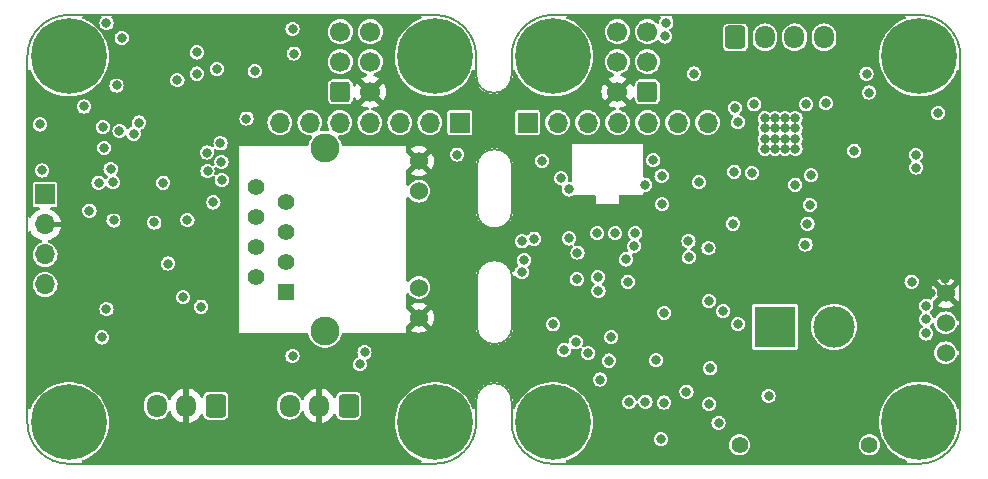
<source format=gbr>
%TF.GenerationSoftware,KiCad,Pcbnew,(7.0.0-0)*%
%TF.CreationDate,2023-05-24T17:39:11+02:00*%
%TF.ProjectId,ethersweep,65746865-7273-4776-9565-702e6b696361,2.0.1*%
%TF.SameCoordinates,Original*%
%TF.FileFunction,Copper,L3,Inr*%
%TF.FilePolarity,Positive*%
%FSLAX46Y46*%
G04 Gerber Fmt 4.6, Leading zero omitted, Abs format (unit mm)*
G04 Created by KiCad (PCBNEW (7.0.0-0)) date 2023-05-24 17:39:11*
%MOMM*%
%LPD*%
G01*
G04 APERTURE LIST*
G04 Aperture macros list*
%AMRoundRect*
0 Rectangle with rounded corners*
0 $1 Rounding radius*
0 $2 $3 $4 $5 $6 $7 $8 $9 X,Y pos of 4 corners*
0 Add a 4 corners polygon primitive as box body*
4,1,4,$2,$3,$4,$5,$6,$7,$8,$9,$2,$3,0*
0 Add four circle primitives for the rounded corners*
1,1,$1+$1,$2,$3*
1,1,$1+$1,$4,$5*
1,1,$1+$1,$6,$7*
1,1,$1+$1,$8,$9*
0 Add four rect primitives between the rounded corners*
20,1,$1+$1,$2,$3,$4,$5,0*
20,1,$1+$1,$4,$5,$6,$7,0*
20,1,$1+$1,$6,$7,$8,$9,0*
20,1,$1+$1,$8,$9,$2,$3,0*%
G04 Aperture macros list end*
%TA.AperFunction,ComponentPad*%
%ADD10R,1.398000X1.398000*%
%TD*%
%TA.AperFunction,ComponentPad*%
%ADD11C,1.398000*%
%TD*%
%TA.AperFunction,ComponentPad*%
%ADD12C,1.530000*%
%TD*%
%TA.AperFunction,ComponentPad*%
%ADD13C,2.445000*%
%TD*%
%TA.AperFunction,ComponentPad*%
%ADD14C,0.800000*%
%TD*%
%TA.AperFunction,ComponentPad*%
%ADD15C,6.400000*%
%TD*%
%TA.AperFunction,ComponentPad*%
%ADD16RoundRect,0.250000X0.600000X0.600000X-0.600000X0.600000X-0.600000X-0.600000X0.600000X-0.600000X0*%
%TD*%
%TA.AperFunction,ComponentPad*%
%ADD17C,1.700000*%
%TD*%
%TA.AperFunction,ComponentPad*%
%ADD18C,1.524000*%
%TD*%
%TA.AperFunction,ComponentPad*%
%ADD19C,1.400000*%
%TD*%
%TA.AperFunction,ComponentPad*%
%ADD20R,3.500000X3.500000*%
%TD*%
%TA.AperFunction,ComponentPad*%
%ADD21C,3.500000*%
%TD*%
%TA.AperFunction,ComponentPad*%
%ADD22R,1.700000X1.700000*%
%TD*%
%TA.AperFunction,ComponentPad*%
%ADD23O,1.700000X1.700000*%
%TD*%
%TA.AperFunction,ComponentPad*%
%ADD24RoundRect,0.250000X0.600000X0.725000X-0.600000X0.725000X-0.600000X-0.725000X0.600000X-0.725000X0*%
%TD*%
%TA.AperFunction,ComponentPad*%
%ADD25O,1.700000X1.950000*%
%TD*%
%TA.AperFunction,ComponentPad*%
%ADD26RoundRect,0.250000X-0.600000X-0.725000X0.600000X-0.725000X0.600000X0.725000X-0.600000X0.725000X0*%
%TD*%
%TA.AperFunction,ComponentPad*%
%ADD27RoundRect,0.250000X-0.600000X-0.600000X0.600000X-0.600000X0.600000X0.600000X-0.600000X0.600000X0*%
%TD*%
%TA.AperFunction,ViaPad*%
%ADD28C,0.800000*%
%TD*%
%TA.AperFunction,Profile*%
%ADD29C,0.150000*%
%TD*%
G04 APERTURE END LIST*
D10*
X167999999Y-50149999D03*
D11*
X165460000Y-48880000D03*
X168000000Y-47610000D03*
X165460000Y-46340000D03*
X168000000Y-45070000D03*
X165460000Y-43800000D03*
X168000000Y-42530000D03*
X165460000Y-41260000D03*
D12*
X179250000Y-52325000D03*
X179250000Y-49785000D03*
X179250000Y-41615000D03*
X179250000Y-39075000D03*
D13*
X171300000Y-53445000D03*
X171300000Y-37955000D03*
D14*
X178200000Y-30200000D03*
X178902944Y-28502944D03*
X178902944Y-31897056D03*
X180600000Y-27800000D03*
D15*
X180600000Y-30200000D03*
D14*
X180600000Y-32600000D03*
X182297056Y-28502944D03*
X182297056Y-31897056D03*
X183000000Y-30200000D03*
X147200000Y-30200000D03*
X147902944Y-28502944D03*
X147902944Y-31897056D03*
X149600000Y-27800000D03*
D15*
X149600000Y-30200000D03*
D14*
X149600000Y-32600000D03*
X151297056Y-28502944D03*
X151297056Y-31897056D03*
X152000000Y-30200000D03*
X147200000Y-61200000D03*
X147902944Y-59502944D03*
X147902944Y-62897056D03*
X149600000Y-58800000D03*
D15*
X149600000Y-61200000D03*
D14*
X149600000Y-63600000D03*
X151297056Y-59502944D03*
X151297056Y-62897056D03*
X152000000Y-61200000D03*
X178200000Y-61200000D03*
X178902944Y-59502944D03*
X178902944Y-62897056D03*
X180600000Y-58800000D03*
D15*
X180600000Y-61200000D03*
D14*
X180600000Y-63600000D03*
X182297056Y-59502944D03*
X182297056Y-62897056D03*
X183000000Y-61200000D03*
X188200000Y-30200000D03*
X188902944Y-28502944D03*
X188902944Y-31897056D03*
X190600000Y-27800000D03*
D15*
X190600000Y-30200000D03*
D14*
X190600000Y-32600000D03*
X192297056Y-28502944D03*
X192297056Y-31897056D03*
X193000000Y-30200000D03*
X219200000Y-30200000D03*
X219902944Y-28502944D03*
X219902944Y-31897056D03*
X221600000Y-27800000D03*
D15*
X221600000Y-30200000D03*
D14*
X221600000Y-32600000D03*
X223297056Y-28502944D03*
X223297056Y-31897056D03*
X224000000Y-30200000D03*
X188200000Y-61200000D03*
X188902944Y-59502944D03*
X188902944Y-62897056D03*
X190600000Y-58800000D03*
D15*
X190600000Y-61200000D03*
D14*
X190600000Y-63600000D03*
X192297056Y-59502944D03*
X192297056Y-62897056D03*
X193000000Y-61200000D03*
D16*
X198600000Y-33200000D03*
D17*
X196060000Y-33200000D03*
X198600000Y-30660000D03*
X196060000Y-30660000D03*
X198600000Y-28120000D03*
X196060000Y-28120000D03*
D14*
X219200000Y-61175001D03*
X219902944Y-59477945D03*
X219902944Y-62872057D03*
X221600000Y-58775001D03*
D15*
X221600000Y-61175001D03*
D14*
X221600000Y-63575001D03*
X223297056Y-59477945D03*
X223297056Y-62872057D03*
X224000000Y-61175001D03*
D18*
X223850000Y-55315000D03*
X223850000Y-52775000D03*
X223850000Y-50235000D03*
D19*
X217400000Y-63100000D03*
X206400000Y-63100000D03*
D20*
X209399999Y-53099999D03*
D21*
X214400000Y-53100000D03*
D22*
X182717599Y-35818999D03*
D23*
X180177599Y-35818999D03*
X177637599Y-35818999D03*
X175097599Y-35818999D03*
X172557599Y-35818999D03*
X170017599Y-35818999D03*
X167477599Y-35818999D03*
D24*
X173300000Y-59787500D03*
D25*
X170799999Y-59787499D03*
X168299999Y-59787499D03*
D24*
X162050000Y-59787500D03*
D25*
X159549999Y-59787499D03*
X157049999Y-59787499D03*
D22*
X188452999Y-35818999D03*
D23*
X190992999Y-35818999D03*
X193532999Y-35818999D03*
X196072999Y-35818999D03*
X198612999Y-35818999D03*
X201152999Y-35818999D03*
X203692999Y-35818999D03*
D26*
X206050000Y-28602500D03*
D25*
X208549999Y-28602499D03*
X211049999Y-28602499D03*
X213549999Y-28602499D03*
D27*
X172600000Y-33200000D03*
D17*
X175140000Y-33200000D03*
X172600000Y-30660000D03*
X175140000Y-30660000D03*
X172600000Y-28120000D03*
X175140000Y-28120000D03*
D22*
X147599999Y-41899999D03*
D23*
X147599999Y-44439999D03*
X147599999Y-46979999D03*
X147599999Y-49519999D03*
D28*
X158000000Y-47750000D03*
X147350000Y-39870000D03*
X212450000Y-40270000D03*
X160450000Y-29870000D03*
X222200000Y-51320000D03*
X188150000Y-47445000D03*
X153400000Y-44100000D03*
X216100000Y-38195000D03*
X155560000Y-35819000D03*
X208544400Y-37165200D03*
X209408000Y-35438000D03*
X207450000Y-40070000D03*
X220965000Y-49281000D03*
X196937500Y-49282500D03*
X168550000Y-27870000D03*
X210271600Y-35438000D03*
X221350000Y-39620000D03*
X168550000Y-55570000D03*
X162150000Y-31270000D03*
X204620000Y-61230000D03*
X154085000Y-28635000D03*
X202950000Y-40870000D03*
X203825000Y-59645000D03*
X222200000Y-53670000D03*
X205850000Y-44370000D03*
X200025000Y-51920000D03*
X147150000Y-35970000D03*
X199325000Y-55920000D03*
X221325000Y-38545000D03*
X202550000Y-31670000D03*
X198400500Y-41070000D03*
X199840000Y-42730000D03*
X217350000Y-33270000D03*
X208544400Y-35438000D03*
X200075000Y-28520000D03*
X209408000Y-36301600D03*
X200200000Y-27345000D03*
X191307122Y-40527122D03*
X159300000Y-50600000D03*
X211113900Y-41073143D03*
X151350000Y-43270000D03*
X158800000Y-32220000D03*
X162550000Y-40670000D03*
X159650000Y-44070000D03*
X162529096Y-39149096D03*
X211135200Y-35438000D03*
X152800000Y-27400000D03*
X211135200Y-38028800D03*
X152131000Y-40899000D03*
X197574500Y-45170000D03*
X192610285Y-49085573D03*
X161355227Y-39909548D03*
X199747253Y-62615067D03*
X211135200Y-36301600D03*
X190625000Y-52895000D03*
X208544400Y-36301600D03*
X161297982Y-38349548D03*
X210271600Y-37165200D03*
X208857000Y-58963000D03*
X209408000Y-37165200D03*
X160450000Y-31670000D03*
X212150000Y-44370000D03*
X203925000Y-56620000D03*
X211135200Y-37165200D03*
X212350000Y-42770000D03*
X194350000Y-45170000D03*
X210271600Y-38028800D03*
X223200000Y-34995000D03*
X208544400Y-38028800D03*
X168650000Y-29970000D03*
X157600000Y-40900000D03*
X162450000Y-37570000D03*
X217150000Y-31670000D03*
X210271600Y-36301600D03*
X222200000Y-52470000D03*
X191950000Y-41470000D03*
X209408000Y-38028800D03*
X161850000Y-42570000D03*
X202100000Y-47195000D03*
X202075000Y-45845000D03*
X203775000Y-46445000D03*
X206725210Y-46255966D03*
X156300501Y-36490312D03*
X222525000Y-48895000D03*
X155250000Y-56470000D03*
X193200000Y-44670000D03*
X191050000Y-43145000D03*
X202993500Y-42970000D03*
X152050000Y-38970000D03*
X223800000Y-49045000D03*
X199875000Y-43745000D03*
X198250000Y-51420000D03*
X148750000Y-39870000D03*
X201160000Y-34260000D03*
X166425000Y-56495000D03*
X215450000Y-58970000D03*
X147750000Y-54070000D03*
X222625000Y-50220000D03*
X213065372Y-38704628D03*
X192100000Y-49945000D03*
X206700000Y-56420000D03*
X189000000Y-45645000D03*
X153900000Y-36520000D03*
X189675000Y-39045000D03*
X191975000Y-45620000D03*
X155100000Y-36750000D03*
X199100000Y-38995000D03*
X196775000Y-47395000D03*
X195875000Y-45170000D03*
X194575000Y-57570000D03*
X152488673Y-36175003D03*
X188000000Y-45870000D03*
X182500000Y-38520000D03*
X213700000Y-34170000D03*
X206000000Y-34570000D03*
X212050000Y-34270000D03*
X207650000Y-34270000D03*
X152600000Y-37950000D03*
X199800000Y-40320000D03*
X192675000Y-46820000D03*
X150900000Y-34450000D03*
X164650000Y-35470000D03*
X160800000Y-51400000D03*
X152400000Y-54000000D03*
X152800000Y-51600000D03*
X156850000Y-44270000D03*
X201900000Y-58595000D03*
X197050000Y-59495000D03*
X198425000Y-59445000D03*
X200000000Y-59520000D03*
X153350000Y-40870000D03*
X174250000Y-56270000D03*
X174650000Y-55270000D03*
X153150000Y-39750000D03*
X194450000Y-50070000D03*
X195525000Y-53970000D03*
X195325000Y-55970000D03*
X187950000Y-48470000D03*
X197450000Y-46270000D03*
X194400000Y-48895000D03*
X211980000Y-46140000D03*
X205950000Y-39970000D03*
X206250000Y-35770000D03*
X192525000Y-54395000D03*
X203800000Y-50920000D03*
X205000000Y-51770000D03*
X193575000Y-55320000D03*
X191525000Y-55070000D03*
X206250000Y-52870000D03*
X153650000Y-32670000D03*
X165350000Y-31470000D03*
%TA.AperFunction,Conductor*%
G36*
X152336314Y-26794199D02*
G01*
X152382046Y-26844656D01*
X152394237Y-26911654D01*
X152369210Y-26974986D01*
X152280411Y-27090711D01*
X152280408Y-27090714D01*
X152275464Y-27097159D01*
X152272355Y-27104662D01*
X152272354Y-27104666D01*
X152218066Y-27235728D01*
X152218064Y-27235733D01*
X152214956Y-27243238D01*
X152213896Y-27251289D01*
X152213894Y-27251297D01*
X152200846Y-27350411D01*
X152194318Y-27400000D01*
X152195379Y-27408059D01*
X152213894Y-27548702D01*
X152213895Y-27548708D01*
X152214956Y-27556762D01*
X152218065Y-27564268D01*
X152218066Y-27564271D01*
X152256534Y-27657141D01*
X152275464Y-27702841D01*
X152280411Y-27709288D01*
X152366440Y-27821404D01*
X152366512Y-27821576D01*
X152366771Y-27821835D01*
X152371718Y-27828282D01*
X152497159Y-27924536D01*
X152643238Y-27985044D01*
X152800000Y-28005682D01*
X152956762Y-27985044D01*
X153102841Y-27924536D01*
X153173914Y-27870000D01*
X167944318Y-27870000D01*
X167945379Y-27878059D01*
X167963894Y-28018702D01*
X167963895Y-28018708D01*
X167964956Y-28026762D01*
X167968065Y-28034268D01*
X167968066Y-28034271D01*
X168006087Y-28126061D01*
X168025464Y-28172841D01*
X168121718Y-28298282D01*
X168247159Y-28394536D01*
X168393238Y-28455044D01*
X168550000Y-28475682D01*
X168706762Y-28455044D01*
X168852841Y-28394536D01*
X168978282Y-28298282D01*
X169074536Y-28172841D01*
X169096423Y-28120000D01*
X171544417Y-28120000D01*
X171545014Y-28126061D01*
X171564102Y-28319869D01*
X171564103Y-28319875D01*
X171564700Y-28325934D01*
X171566467Y-28331759D01*
X171566468Y-28331764D01*
X171595947Y-28428942D01*
X171624768Y-28523954D01*
X171627638Y-28529323D01*
X171627640Y-28529328D01*
X171702138Y-28668702D01*
X171722315Y-28706450D01*
X171853590Y-28866410D01*
X172013550Y-28997685D01*
X172196046Y-29095232D01*
X172394066Y-29155300D01*
X172600000Y-29175583D01*
X172805934Y-29155300D01*
X173003954Y-29095232D01*
X173186450Y-28997685D01*
X173346410Y-28866410D01*
X173477685Y-28706450D01*
X173575232Y-28523954D01*
X173635300Y-28325934D01*
X173655583Y-28120000D01*
X174084417Y-28120000D01*
X174085014Y-28126061D01*
X174104102Y-28319869D01*
X174104103Y-28319875D01*
X174104700Y-28325934D01*
X174106467Y-28331759D01*
X174106468Y-28331764D01*
X174135947Y-28428942D01*
X174164768Y-28523954D01*
X174167638Y-28529323D01*
X174167640Y-28529328D01*
X174242138Y-28668702D01*
X174262315Y-28706450D01*
X174393590Y-28866410D01*
X174553550Y-28997685D01*
X174736046Y-29095232D01*
X174934066Y-29155300D01*
X175140000Y-29175583D01*
X175345934Y-29155300D01*
X175543954Y-29095232D01*
X175726450Y-28997685D01*
X175886410Y-28866410D01*
X176017685Y-28706450D01*
X176115232Y-28523954D01*
X176175300Y-28325934D01*
X176195583Y-28120000D01*
X176175300Y-27914066D01*
X176115232Y-27716046D01*
X176017685Y-27533550D01*
X175886410Y-27373590D01*
X175860872Y-27352632D01*
X175782198Y-27288066D01*
X175726450Y-27242315D01*
X175714127Y-27235728D01*
X175549328Y-27147640D01*
X175549323Y-27147638D01*
X175543954Y-27144768D01*
X175507356Y-27133666D01*
X175351764Y-27086468D01*
X175351759Y-27086467D01*
X175345934Y-27084700D01*
X175339875Y-27084103D01*
X175339869Y-27084102D01*
X175146061Y-27065014D01*
X175140000Y-27064417D01*
X175133939Y-27065014D01*
X174940130Y-27084102D01*
X174940122Y-27084103D01*
X174934066Y-27084700D01*
X174928242Y-27086466D01*
X174928235Y-27086468D01*
X174741877Y-27142999D01*
X174741875Y-27142999D01*
X174736046Y-27144768D01*
X174730679Y-27147636D01*
X174730671Y-27147640D01*
X174558920Y-27239444D01*
X174558915Y-27239447D01*
X174553550Y-27242315D01*
X174548846Y-27246174D01*
X174548842Y-27246178D01*
X174398296Y-27369727D01*
X174398290Y-27369732D01*
X174393590Y-27373590D01*
X174389732Y-27378290D01*
X174389727Y-27378296D01*
X174266178Y-27528842D01*
X174266174Y-27528846D01*
X174262315Y-27533550D01*
X174259447Y-27538915D01*
X174259444Y-27538920D01*
X174167640Y-27710671D01*
X174167636Y-27710679D01*
X174164768Y-27716046D01*
X174162999Y-27721875D01*
X174162999Y-27721877D01*
X174106468Y-27908235D01*
X174106466Y-27908242D01*
X174104700Y-27914066D01*
X174104103Y-27920122D01*
X174104102Y-27920130D01*
X174089587Y-28067508D01*
X174084417Y-28120000D01*
X173655583Y-28120000D01*
X173635300Y-27914066D01*
X173575232Y-27716046D01*
X173477685Y-27533550D01*
X173346410Y-27373590D01*
X173320872Y-27352632D01*
X173242198Y-27288066D01*
X173186450Y-27242315D01*
X173174127Y-27235728D01*
X173009328Y-27147640D01*
X173009323Y-27147638D01*
X173003954Y-27144768D01*
X172967356Y-27133666D01*
X172811764Y-27086468D01*
X172811759Y-27086467D01*
X172805934Y-27084700D01*
X172799875Y-27084103D01*
X172799869Y-27084102D01*
X172606061Y-27065014D01*
X172600000Y-27064417D01*
X172593939Y-27065014D01*
X172400130Y-27084102D01*
X172400122Y-27084103D01*
X172394066Y-27084700D01*
X172388242Y-27086466D01*
X172388235Y-27086468D01*
X172201877Y-27142999D01*
X172201875Y-27142999D01*
X172196046Y-27144768D01*
X172190679Y-27147636D01*
X172190671Y-27147640D01*
X172018920Y-27239444D01*
X172018915Y-27239447D01*
X172013550Y-27242315D01*
X172008846Y-27246174D01*
X172008842Y-27246178D01*
X171858296Y-27369727D01*
X171858290Y-27369732D01*
X171853590Y-27373590D01*
X171849732Y-27378290D01*
X171849727Y-27378296D01*
X171726178Y-27528842D01*
X171726174Y-27528846D01*
X171722315Y-27533550D01*
X171719447Y-27538915D01*
X171719444Y-27538920D01*
X171627640Y-27710671D01*
X171627636Y-27710679D01*
X171624768Y-27716046D01*
X171622999Y-27721875D01*
X171622999Y-27721877D01*
X171566468Y-27908235D01*
X171566466Y-27908242D01*
X171564700Y-27914066D01*
X171564103Y-27920122D01*
X171564102Y-27920130D01*
X171549587Y-28067508D01*
X171544417Y-28120000D01*
X169096423Y-28120000D01*
X169135044Y-28026762D01*
X169155682Y-27870000D01*
X169135044Y-27713238D01*
X169074536Y-27567159D01*
X168978282Y-27441718D01*
X168962820Y-27429854D01*
X168862739Y-27353059D01*
X168852841Y-27345464D01*
X168802635Y-27324668D01*
X168714271Y-27288066D01*
X168714268Y-27288065D01*
X168706762Y-27284956D01*
X168698708Y-27283895D01*
X168698702Y-27283894D01*
X168558059Y-27265379D01*
X168550000Y-27264318D01*
X168541941Y-27265379D01*
X168401297Y-27283894D01*
X168401289Y-27283896D01*
X168393238Y-27284956D01*
X168385733Y-27288064D01*
X168385728Y-27288066D01*
X168254666Y-27342354D01*
X168254662Y-27342355D01*
X168247159Y-27345464D01*
X168240714Y-27350408D01*
X168240711Y-27350411D01*
X168128164Y-27436771D01*
X168128160Y-27436774D01*
X168121718Y-27441718D01*
X168116774Y-27448160D01*
X168116771Y-27448164D01*
X168030411Y-27560711D01*
X168030408Y-27560714D01*
X168025464Y-27567159D01*
X168022355Y-27574662D01*
X168022354Y-27574666D01*
X167968066Y-27705728D01*
X167968064Y-27705733D01*
X167964956Y-27713238D01*
X167963896Y-27721289D01*
X167963894Y-27721297D01*
X167950693Y-27821576D01*
X167944318Y-27870000D01*
X153173914Y-27870000D01*
X153228282Y-27828282D01*
X153324536Y-27702841D01*
X153385044Y-27556762D01*
X153405682Y-27400000D01*
X153385044Y-27243238D01*
X153324536Y-27097159D01*
X153232879Y-26977709D01*
X153230790Y-26974986D01*
X153205763Y-26911654D01*
X153217954Y-26844656D01*
X153263686Y-26794199D01*
X153329166Y-26775500D01*
X179357380Y-26775500D01*
X179423596Y-26794660D01*
X179469349Y-26846218D01*
X179480501Y-26914241D01*
X179453605Y-26977709D01*
X179396974Y-27017008D01*
X179366550Y-27027259D01*
X179342678Y-27035303D01*
X179342674Y-27035304D01*
X179339497Y-27036375D01*
X179336448Y-27037785D01*
X179336442Y-27037788D01*
X179007893Y-27189791D01*
X179007884Y-27189795D01*
X179004838Y-27191205D01*
X179001963Y-27192934D01*
X179001955Y-27192939D01*
X178691762Y-27379576D01*
X178691754Y-27379580D01*
X178688881Y-27381310D01*
X178686220Y-27383332D01*
X178686202Y-27383345D01*
X178398006Y-27602427D01*
X178397997Y-27602434D01*
X178395330Y-27604462D01*
X178392901Y-27606762D01*
X178392889Y-27606773D01*
X178130064Y-27855734D01*
X178130049Y-27855749D01*
X178127627Y-27858044D01*
X178125464Y-27860589D01*
X178125453Y-27860602D01*
X177891083Y-28136524D01*
X177891077Y-28136531D01*
X177888910Y-28139083D01*
X177887029Y-28141855D01*
X177887023Y-28141865D01*
X177719063Y-28389588D01*
X177681978Y-28444284D01*
X177680403Y-28447254D01*
X177680401Y-28447258D01*
X177510832Y-28767097D01*
X177510823Y-28767114D01*
X177509257Y-28770070D01*
X177508016Y-28773182D01*
X177508012Y-28773193D01*
X177374018Y-29109494D01*
X177374013Y-29109508D01*
X177372773Y-29112621D01*
X177371873Y-29115859D01*
X177371873Y-29115862D01*
X177280360Y-29445464D01*
X177274125Y-29467919D01*
X177273581Y-29471236D01*
X177273579Y-29471246D01*
X177218743Y-29805728D01*
X177214469Y-29831801D01*
X177214287Y-29835151D01*
X177214286Y-29835164D01*
X177195629Y-30179288D01*
X177194506Y-30200000D01*
X177194688Y-30203357D01*
X177214286Y-30564835D01*
X177214287Y-30564846D01*
X177214469Y-30568199D01*
X177215013Y-30571520D01*
X177215014Y-30571525D01*
X177263280Y-30865934D01*
X177274125Y-30932081D01*
X177372773Y-31287379D01*
X177374015Y-31290496D01*
X177374018Y-31290505D01*
X177508012Y-31626806D01*
X177509257Y-31629930D01*
X177510827Y-31632892D01*
X177510832Y-31632902D01*
X177609338Y-31818702D01*
X177681978Y-31955716D01*
X177781994Y-32103228D01*
X177861167Y-32220000D01*
X177888910Y-32260917D01*
X177891083Y-32263475D01*
X178116866Y-32529288D01*
X178127627Y-32541956D01*
X178130058Y-32544259D01*
X178130064Y-32544265D01*
X178387864Y-32788466D01*
X178395330Y-32795538D01*
X178446282Y-32834271D01*
X178686202Y-33016654D01*
X178686208Y-33016658D01*
X178688881Y-33018690D01*
X179004838Y-33208795D01*
X179339497Y-33363625D01*
X179688934Y-33481364D01*
X180049052Y-33560632D01*
X180415630Y-33600500D01*
X180781012Y-33600500D01*
X180784370Y-33600500D01*
X181150948Y-33560632D01*
X181511066Y-33481364D01*
X181860503Y-33363625D01*
X182195162Y-33208795D01*
X182511119Y-33018690D01*
X182804670Y-32795538D01*
X183072373Y-32541956D01*
X183311090Y-32260917D01*
X183518022Y-31955716D01*
X183690743Y-31629930D01*
X183785306Y-31392591D01*
X183826532Y-31338965D01*
X183889767Y-31314953D01*
X183956195Y-31327700D01*
X184006052Y-31373412D01*
X184024500Y-31438488D01*
X184024500Y-31775469D01*
X184024500Y-31800000D01*
X184024500Y-31918067D01*
X184025190Y-31922651D01*
X184025191Y-31922652D01*
X184059002Y-32146979D01*
X184059004Y-32146988D01*
X184059694Y-32151565D01*
X184061058Y-32155989D01*
X184061060Y-32155995D01*
X184127928Y-32372777D01*
X184127932Y-32372787D01*
X184129296Y-32377209D01*
X184131305Y-32381382D01*
X184131308Y-32381388D01*
X184229736Y-32585775D01*
X184231751Y-32589959D01*
X184234366Y-32593795D01*
X184234367Y-32593796D01*
X184340883Y-32750028D01*
X184364770Y-32785063D01*
X184525383Y-32958162D01*
X184529005Y-32961050D01*
X184529010Y-32961055D01*
X184601283Y-33018690D01*
X184710001Y-33105390D01*
X184914499Y-33223457D01*
X185134311Y-33309727D01*
X185364525Y-33362272D01*
X185600000Y-33379918D01*
X185835475Y-33362272D01*
X186065689Y-33309727D01*
X186285501Y-33223457D01*
X186489999Y-33105390D01*
X186674617Y-32958162D01*
X186835230Y-32785063D01*
X186968249Y-32589959D01*
X187070704Y-32377209D01*
X187140306Y-32151565D01*
X187175500Y-31918067D01*
X187175500Y-31800000D01*
X187175500Y-31775469D01*
X187175500Y-31438488D01*
X187193948Y-31373412D01*
X187243805Y-31327700D01*
X187310233Y-31314953D01*
X187373468Y-31338965D01*
X187414693Y-31392591D01*
X187507994Y-31626762D01*
X187509257Y-31629930D01*
X187510827Y-31632892D01*
X187510832Y-31632902D01*
X187609338Y-31818702D01*
X187681978Y-31955716D01*
X187781994Y-32103228D01*
X187861167Y-32220000D01*
X187888910Y-32260917D01*
X187891083Y-32263475D01*
X188116866Y-32529288D01*
X188127627Y-32541956D01*
X188130058Y-32544259D01*
X188130064Y-32544265D01*
X188387864Y-32788466D01*
X188395330Y-32795538D01*
X188446282Y-32834271D01*
X188686202Y-33016654D01*
X188686208Y-33016658D01*
X188688881Y-33018690D01*
X189004838Y-33208795D01*
X189339497Y-33363625D01*
X189688934Y-33481364D01*
X190049052Y-33560632D01*
X190415630Y-33600500D01*
X190781012Y-33600500D01*
X190784370Y-33600500D01*
X191150948Y-33560632D01*
X191511066Y-33481364D01*
X191860503Y-33363625D01*
X192195162Y-33208795D01*
X192200813Y-33205395D01*
X194705315Y-33205395D01*
X194724958Y-33429922D01*
X194726833Y-33440553D01*
X194785168Y-33658263D01*
X194788856Y-33668397D01*
X194884110Y-33872668D01*
X194889508Y-33882018D01*
X194937284Y-33950249D01*
X194945395Y-33957682D01*
X194954674Y-33951771D01*
X195694904Y-33211542D01*
X195701568Y-33200000D01*
X196418431Y-33200000D01*
X196425095Y-33211542D01*
X197165321Y-33951768D01*
X197174603Y-33957681D01*
X197182715Y-33950248D01*
X197230492Y-33882016D01*
X197235888Y-33872671D01*
X197313118Y-33707052D01*
X197356160Y-33656656D01*
X197419010Y-33635627D01*
X197483714Y-33649971D01*
X197531789Y-33695592D01*
X197549500Y-33759457D01*
X197549500Y-33854266D01*
X197549769Y-33857141D01*
X197549770Y-33857149D01*
X197551649Y-33877187D01*
X197551649Y-33877191D01*
X197552354Y-33884699D01*
X197554842Y-33891811D01*
X197554844Y-33891817D01*
X197594138Y-34004113D01*
X197594139Y-34004116D01*
X197597207Y-34012882D01*
X197602722Y-34020355D01*
X197602724Y-34020358D01*
X197665730Y-34105728D01*
X197677850Y-34122150D01*
X197787118Y-34202793D01*
X197915301Y-34247646D01*
X197945734Y-34250500D01*
X199251373Y-34250500D01*
X199254266Y-34250500D01*
X199284699Y-34247646D01*
X199412882Y-34202793D01*
X199522150Y-34122150D01*
X199602793Y-34012882D01*
X199647646Y-33884699D01*
X199650500Y-33854266D01*
X199650500Y-33270000D01*
X216744318Y-33270000D01*
X216745379Y-33278059D01*
X216763894Y-33418702D01*
X216763895Y-33418708D01*
X216764956Y-33426762D01*
X216825464Y-33572841D01*
X216921718Y-33698282D01*
X217047159Y-33794536D01*
X217193238Y-33855044D01*
X217350000Y-33875682D01*
X217506762Y-33855044D01*
X217652841Y-33794536D01*
X217778282Y-33698282D01*
X217874536Y-33572841D01*
X217935044Y-33426762D01*
X217955682Y-33270000D01*
X217935044Y-33113238D01*
X217874536Y-32967159D01*
X217778282Y-32841718D01*
X217652841Y-32745464D01*
X217638655Y-32739588D01*
X217514271Y-32688066D01*
X217514268Y-32688065D01*
X217506762Y-32684956D01*
X217498708Y-32683895D01*
X217498702Y-32683894D01*
X217358059Y-32665379D01*
X217350000Y-32664318D01*
X217341941Y-32665379D01*
X217201297Y-32683894D01*
X217201289Y-32683896D01*
X217193238Y-32684956D01*
X217185733Y-32688064D01*
X217185728Y-32688066D01*
X217054666Y-32742354D01*
X217054662Y-32742355D01*
X217047159Y-32745464D01*
X217040714Y-32750408D01*
X217040711Y-32750411D01*
X216928164Y-32836771D01*
X216928160Y-32836774D01*
X216921718Y-32841718D01*
X216916774Y-32848160D01*
X216916771Y-32848164D01*
X216830411Y-32960711D01*
X216830408Y-32960714D01*
X216825464Y-32967159D01*
X216822355Y-32974662D01*
X216822354Y-32974666D01*
X216768066Y-33105728D01*
X216768064Y-33105733D01*
X216764956Y-33113238D01*
X216763896Y-33121289D01*
X216763894Y-33121297D01*
X216746287Y-33255044D01*
X216744318Y-33270000D01*
X199650500Y-33270000D01*
X199650500Y-32545734D01*
X199647646Y-32515301D01*
X199602793Y-32387118D01*
X199589201Y-32368702D01*
X199527668Y-32285327D01*
X199522150Y-32277850D01*
X199514672Y-32272331D01*
X199420358Y-32202724D01*
X199420355Y-32202722D01*
X199412882Y-32197207D01*
X199404116Y-32194139D01*
X199404113Y-32194138D01*
X199291817Y-32154844D01*
X199291811Y-32154842D01*
X199284699Y-32152354D01*
X199277191Y-32151649D01*
X199277187Y-32151649D01*
X199257149Y-32149770D01*
X199257141Y-32149769D01*
X199254266Y-32149500D01*
X197945734Y-32149500D01*
X197942859Y-32149769D01*
X197942850Y-32149770D01*
X197922812Y-32151649D01*
X197922807Y-32151650D01*
X197915301Y-32152354D01*
X197908189Y-32154842D01*
X197908182Y-32154844D01*
X197795886Y-32194138D01*
X197795880Y-32194140D01*
X197787118Y-32197207D01*
X197779646Y-32202720D01*
X197779641Y-32202724D01*
X197685327Y-32272331D01*
X197685324Y-32272333D01*
X197677850Y-32277850D01*
X197672333Y-32285324D01*
X197672331Y-32285327D01*
X197602724Y-32379641D01*
X197602720Y-32379646D01*
X197597207Y-32387118D01*
X197594140Y-32395880D01*
X197594138Y-32395886D01*
X197554844Y-32508182D01*
X197554842Y-32508189D01*
X197552354Y-32515301D01*
X197551650Y-32522807D01*
X197551649Y-32522812D01*
X197551042Y-32529288D01*
X197549500Y-32545734D01*
X197549500Y-32548627D01*
X197549500Y-32640543D01*
X197531789Y-32704408D01*
X197483715Y-32750028D01*
X197419010Y-32764373D01*
X197356160Y-32743344D01*
X197313118Y-32692948D01*
X197235889Y-32527332D01*
X197230491Y-32517982D01*
X197182714Y-32449749D01*
X197174603Y-32442316D01*
X197165324Y-32448227D01*
X196425095Y-33188457D01*
X196418431Y-33200000D01*
X195701568Y-33200000D01*
X195694904Y-33188457D01*
X194954674Y-32448227D01*
X194945396Y-32442316D01*
X194937283Y-32449750D01*
X194889505Y-32517986D01*
X194884111Y-32527330D01*
X194788856Y-32731602D01*
X194785168Y-32741736D01*
X194726833Y-32959446D01*
X194724958Y-32970077D01*
X194705315Y-33194605D01*
X194705315Y-33205395D01*
X192200813Y-33205395D01*
X192511119Y-33018690D01*
X192804670Y-32795538D01*
X193072373Y-32541956D01*
X193311090Y-32260917D01*
X193518022Y-31955716D01*
X193690743Y-31629930D01*
X193827227Y-31287379D01*
X193925875Y-30932081D01*
X193970481Y-30660000D01*
X195004417Y-30660000D01*
X195005014Y-30666061D01*
X195024102Y-30859869D01*
X195024103Y-30859875D01*
X195024700Y-30865934D01*
X195026467Y-30871759D01*
X195026468Y-30871764D01*
X195053450Y-30960711D01*
X195084768Y-31063954D01*
X195087638Y-31069323D01*
X195087640Y-31069328D01*
X195143945Y-31174666D01*
X195182315Y-31246450D01*
X195186178Y-31251157D01*
X195287538Y-31374666D01*
X195313590Y-31406410D01*
X195473550Y-31537685D01*
X195656046Y-31635232D01*
X195722549Y-31655405D01*
X195776501Y-31688709D01*
X195806937Y-31744329D01*
X195805900Y-31807724D01*
X195773661Y-31862319D01*
X195718649Y-31893841D01*
X195601736Y-31925168D01*
X195591602Y-31928856D01*
X195387330Y-32024111D01*
X195377986Y-32029505D01*
X195309750Y-32077283D01*
X195302316Y-32085396D01*
X195308227Y-32094674D01*
X196048457Y-32834904D01*
X196060000Y-32841568D01*
X196071542Y-32834904D01*
X196811771Y-32094674D01*
X196817682Y-32085395D01*
X196810249Y-32077284D01*
X196742018Y-32029508D01*
X196732668Y-32024110D01*
X196528397Y-31928856D01*
X196518263Y-31925168D01*
X196401350Y-31893841D01*
X196346338Y-31862319D01*
X196314099Y-31807724D01*
X196313062Y-31744329D01*
X196343499Y-31688709D01*
X196397448Y-31655406D01*
X196463954Y-31635232D01*
X196646450Y-31537685D01*
X196806410Y-31406410D01*
X196937685Y-31246450D01*
X197035232Y-31063954D01*
X197095300Y-30865934D01*
X197115583Y-30660000D01*
X197544417Y-30660000D01*
X197545014Y-30666061D01*
X197564102Y-30859869D01*
X197564103Y-30859875D01*
X197564700Y-30865934D01*
X197566467Y-30871759D01*
X197566468Y-30871764D01*
X197593450Y-30960711D01*
X197624768Y-31063954D01*
X197627638Y-31069323D01*
X197627640Y-31069328D01*
X197683945Y-31174666D01*
X197722315Y-31246450D01*
X197726178Y-31251157D01*
X197827538Y-31374666D01*
X197853590Y-31406410D01*
X198013550Y-31537685D01*
X198196046Y-31635232D01*
X198394066Y-31695300D01*
X198600000Y-31715583D01*
X198805934Y-31695300D01*
X198889338Y-31670000D01*
X201944318Y-31670000D01*
X201945379Y-31678059D01*
X201963894Y-31818702D01*
X201963895Y-31818708D01*
X201964956Y-31826762D01*
X201968065Y-31834268D01*
X201968066Y-31834271D01*
X202019525Y-31958503D01*
X202025464Y-31972841D01*
X202121718Y-32098282D01*
X202247159Y-32194536D01*
X202393238Y-32255044D01*
X202550000Y-32275682D01*
X202706762Y-32255044D01*
X202852841Y-32194536D01*
X202978282Y-32098282D01*
X203074536Y-31972841D01*
X203135044Y-31826762D01*
X203155682Y-31670000D01*
X216544318Y-31670000D01*
X216545379Y-31678059D01*
X216563894Y-31818702D01*
X216563895Y-31818708D01*
X216564956Y-31826762D01*
X216568065Y-31834268D01*
X216568066Y-31834271D01*
X216619525Y-31958503D01*
X216625464Y-31972841D01*
X216721718Y-32098282D01*
X216847159Y-32194536D01*
X216993238Y-32255044D01*
X217150000Y-32275682D01*
X217306762Y-32255044D01*
X217452841Y-32194536D01*
X217578282Y-32098282D01*
X217674536Y-31972841D01*
X217735044Y-31826762D01*
X217755682Y-31670000D01*
X217738640Y-31540555D01*
X217736105Y-31521297D01*
X217736104Y-31521296D01*
X217735044Y-31513238D01*
X217674536Y-31367159D01*
X217578282Y-31241718D01*
X217452841Y-31145464D01*
X217375041Y-31113238D01*
X217314271Y-31088066D01*
X217314268Y-31088065D01*
X217306762Y-31084956D01*
X217298708Y-31083895D01*
X217298702Y-31083894D01*
X217158059Y-31065379D01*
X217150000Y-31064318D01*
X217141941Y-31065379D01*
X217001297Y-31083894D01*
X217001289Y-31083896D01*
X216993238Y-31084956D01*
X216985733Y-31088064D01*
X216985728Y-31088066D01*
X216854666Y-31142354D01*
X216854662Y-31142355D01*
X216847159Y-31145464D01*
X216840714Y-31150408D01*
X216840711Y-31150411D01*
X216728164Y-31236771D01*
X216728160Y-31236774D01*
X216721718Y-31241718D01*
X216716774Y-31248160D01*
X216716771Y-31248164D01*
X216630411Y-31360711D01*
X216630408Y-31360714D01*
X216625464Y-31367159D01*
X216622355Y-31374662D01*
X216622354Y-31374666D01*
X216568066Y-31505728D01*
X216568064Y-31505733D01*
X216564956Y-31513238D01*
X216563896Y-31521289D01*
X216563894Y-31521297D01*
X216548662Y-31637001D01*
X216544318Y-31670000D01*
X203155682Y-31670000D01*
X203138640Y-31540555D01*
X203136105Y-31521297D01*
X203136104Y-31521296D01*
X203135044Y-31513238D01*
X203074536Y-31367159D01*
X202978282Y-31241718D01*
X202852841Y-31145464D01*
X202775041Y-31113238D01*
X202714271Y-31088066D01*
X202714268Y-31088065D01*
X202706762Y-31084956D01*
X202698708Y-31083895D01*
X202698702Y-31083894D01*
X202558059Y-31065379D01*
X202550000Y-31064318D01*
X202541941Y-31065379D01*
X202401297Y-31083894D01*
X202401289Y-31083896D01*
X202393238Y-31084956D01*
X202385733Y-31088064D01*
X202385728Y-31088066D01*
X202254666Y-31142354D01*
X202254662Y-31142355D01*
X202247159Y-31145464D01*
X202240714Y-31150408D01*
X202240711Y-31150411D01*
X202128164Y-31236771D01*
X202128160Y-31236774D01*
X202121718Y-31241718D01*
X202116774Y-31248160D01*
X202116771Y-31248164D01*
X202030411Y-31360711D01*
X202030408Y-31360714D01*
X202025464Y-31367159D01*
X202022355Y-31374662D01*
X202022354Y-31374666D01*
X201968066Y-31505728D01*
X201968064Y-31505733D01*
X201964956Y-31513238D01*
X201963896Y-31521289D01*
X201963894Y-31521297D01*
X201948662Y-31637001D01*
X201944318Y-31670000D01*
X198889338Y-31670000D01*
X199003954Y-31635232D01*
X199186450Y-31537685D01*
X199346410Y-31406410D01*
X199477685Y-31246450D01*
X199575232Y-31063954D01*
X199635300Y-30865934D01*
X199655583Y-30660000D01*
X199635300Y-30454066D01*
X199575232Y-30256046D01*
X199477685Y-30073550D01*
X199346410Y-29913590D01*
X199186450Y-29782315D01*
X199181079Y-29779444D01*
X199009328Y-29687640D01*
X199009323Y-29687638D01*
X199003954Y-29684768D01*
X198906375Y-29655168D01*
X198811764Y-29626468D01*
X198811759Y-29626467D01*
X198805934Y-29624700D01*
X198799875Y-29624103D01*
X198799869Y-29624102D01*
X198616253Y-29606017D01*
X198600000Y-29604417D01*
X198585040Y-29605890D01*
X198400130Y-29624102D01*
X198400122Y-29624103D01*
X198394066Y-29624700D01*
X198388242Y-29626466D01*
X198388235Y-29626468D01*
X198201877Y-29682999D01*
X198201875Y-29682999D01*
X198196046Y-29684768D01*
X198190679Y-29687636D01*
X198190671Y-29687640D01*
X198018920Y-29779444D01*
X198018915Y-29779447D01*
X198013550Y-29782315D01*
X198008846Y-29786174D01*
X198008842Y-29786178D01*
X197858296Y-29909727D01*
X197858290Y-29909732D01*
X197853590Y-29913590D01*
X197849732Y-29918290D01*
X197849727Y-29918296D01*
X197726178Y-30068842D01*
X197726174Y-30068846D01*
X197722315Y-30073550D01*
X197719447Y-30078915D01*
X197719444Y-30078920D01*
X197627640Y-30250671D01*
X197627636Y-30250679D01*
X197624768Y-30256046D01*
X197622999Y-30261875D01*
X197622999Y-30261877D01*
X197566468Y-30448235D01*
X197566466Y-30448242D01*
X197564700Y-30454066D01*
X197564103Y-30460122D01*
X197564102Y-30460130D01*
X197545890Y-30645040D01*
X197544417Y-30660000D01*
X197115583Y-30660000D01*
X197095300Y-30454066D01*
X197035232Y-30256046D01*
X196937685Y-30073550D01*
X196806410Y-29913590D01*
X196646450Y-29782315D01*
X196641079Y-29779444D01*
X196469328Y-29687640D01*
X196469323Y-29687638D01*
X196463954Y-29684768D01*
X196366375Y-29655168D01*
X196271764Y-29626468D01*
X196271759Y-29626467D01*
X196265934Y-29624700D01*
X196259875Y-29624103D01*
X196259869Y-29624102D01*
X196076253Y-29606017D01*
X196060000Y-29604417D01*
X196045040Y-29605890D01*
X195860130Y-29624102D01*
X195860122Y-29624103D01*
X195854066Y-29624700D01*
X195848242Y-29626466D01*
X195848235Y-29626468D01*
X195661877Y-29682999D01*
X195661875Y-29682999D01*
X195656046Y-29684768D01*
X195650679Y-29687636D01*
X195650671Y-29687640D01*
X195478920Y-29779444D01*
X195478915Y-29779447D01*
X195473550Y-29782315D01*
X195468846Y-29786174D01*
X195468842Y-29786178D01*
X195318296Y-29909727D01*
X195318290Y-29909732D01*
X195313590Y-29913590D01*
X195309732Y-29918290D01*
X195309727Y-29918296D01*
X195186178Y-30068842D01*
X195186174Y-30068846D01*
X195182315Y-30073550D01*
X195179447Y-30078915D01*
X195179444Y-30078920D01*
X195087640Y-30250671D01*
X195087636Y-30250679D01*
X195084768Y-30256046D01*
X195082999Y-30261875D01*
X195082999Y-30261877D01*
X195026468Y-30448235D01*
X195026466Y-30448242D01*
X195024700Y-30454066D01*
X195024103Y-30460122D01*
X195024102Y-30460130D01*
X195005890Y-30645040D01*
X195004417Y-30660000D01*
X193970481Y-30660000D01*
X193985531Y-30568199D01*
X194005494Y-30200000D01*
X193985531Y-29831801D01*
X193925875Y-29467919D01*
X193901955Y-29381766D01*
X204999500Y-29381766D01*
X204999769Y-29384641D01*
X204999770Y-29384649D01*
X205001649Y-29404687D01*
X205001649Y-29404691D01*
X205002354Y-29412199D01*
X205004842Y-29419311D01*
X205004844Y-29419317D01*
X205044138Y-29531613D01*
X205044139Y-29531616D01*
X205047207Y-29540382D01*
X205052722Y-29547855D01*
X205052724Y-29547858D01*
X205108995Y-29624102D01*
X205127850Y-29649650D01*
X205179325Y-29687640D01*
X205224928Y-29721297D01*
X205237118Y-29730293D01*
X205365301Y-29775146D01*
X205395734Y-29778000D01*
X206701373Y-29778000D01*
X206704266Y-29778000D01*
X206734699Y-29775146D01*
X206862882Y-29730293D01*
X206972150Y-29649650D01*
X207052793Y-29540382D01*
X207097646Y-29412199D01*
X207100500Y-29381766D01*
X207100500Y-28779108D01*
X207499500Y-28779108D01*
X207499797Y-28782126D01*
X207499798Y-28782141D01*
X207514102Y-28927369D01*
X207514103Y-28927375D01*
X207514700Y-28933434D01*
X207516467Y-28939259D01*
X207516468Y-28939264D01*
X207546901Y-29039588D01*
X207574768Y-29131454D01*
X207577638Y-29136823D01*
X207577640Y-29136828D01*
X207669444Y-29308579D01*
X207672315Y-29313950D01*
X207803590Y-29473910D01*
X207963550Y-29605185D01*
X208146046Y-29702732D01*
X208344066Y-29762800D01*
X208550000Y-29783083D01*
X208755934Y-29762800D01*
X208953954Y-29702732D01*
X209136450Y-29605185D01*
X209296410Y-29473910D01*
X209427685Y-29313950D01*
X209525232Y-29131454D01*
X209585300Y-28933434D01*
X209600500Y-28779108D01*
X209999500Y-28779108D01*
X209999797Y-28782126D01*
X209999798Y-28782141D01*
X210014102Y-28927369D01*
X210014103Y-28927375D01*
X210014700Y-28933434D01*
X210016467Y-28939259D01*
X210016468Y-28939264D01*
X210046901Y-29039588D01*
X210074768Y-29131454D01*
X210077638Y-29136823D01*
X210077640Y-29136828D01*
X210169444Y-29308579D01*
X210172315Y-29313950D01*
X210303590Y-29473910D01*
X210463550Y-29605185D01*
X210646046Y-29702732D01*
X210844066Y-29762800D01*
X211050000Y-29783083D01*
X211255934Y-29762800D01*
X211453954Y-29702732D01*
X211636450Y-29605185D01*
X211796410Y-29473910D01*
X211927685Y-29313950D01*
X212025232Y-29131454D01*
X212085300Y-28933434D01*
X212100500Y-28779108D01*
X212499500Y-28779108D01*
X212499797Y-28782126D01*
X212499798Y-28782141D01*
X212514102Y-28927369D01*
X212514103Y-28927375D01*
X212514700Y-28933434D01*
X212516467Y-28939259D01*
X212516468Y-28939264D01*
X212546901Y-29039588D01*
X212574768Y-29131454D01*
X212577638Y-29136823D01*
X212577640Y-29136828D01*
X212669444Y-29308579D01*
X212672315Y-29313950D01*
X212803590Y-29473910D01*
X212963550Y-29605185D01*
X213146046Y-29702732D01*
X213344066Y-29762800D01*
X213550000Y-29783083D01*
X213755934Y-29762800D01*
X213953954Y-29702732D01*
X214136450Y-29605185D01*
X214296410Y-29473910D01*
X214427685Y-29313950D01*
X214525232Y-29131454D01*
X214585300Y-28933434D01*
X214600500Y-28779108D01*
X214600500Y-28425892D01*
X214585300Y-28271566D01*
X214525232Y-28073546D01*
X214427685Y-27891050D01*
X214296410Y-27731090D01*
X214136450Y-27599815D01*
X214089400Y-27574666D01*
X213959328Y-27505140D01*
X213959323Y-27505138D01*
X213953954Y-27502268D01*
X213881284Y-27480224D01*
X213761764Y-27443968D01*
X213761759Y-27443967D01*
X213755934Y-27442200D01*
X213749875Y-27441603D01*
X213749869Y-27441602D01*
X213556061Y-27422514D01*
X213550000Y-27421917D01*
X213543939Y-27422514D01*
X213350130Y-27441602D01*
X213350122Y-27441603D01*
X213344066Y-27442200D01*
X213338242Y-27443966D01*
X213338235Y-27443968D01*
X213151877Y-27500499D01*
X213151875Y-27500499D01*
X213146046Y-27502268D01*
X213140679Y-27505136D01*
X213140671Y-27505140D01*
X212968920Y-27596944D01*
X212968915Y-27596947D01*
X212963550Y-27599815D01*
X212958846Y-27603674D01*
X212958842Y-27603678D01*
X212808296Y-27727227D01*
X212808290Y-27727232D01*
X212803590Y-27731090D01*
X212799732Y-27735790D01*
X212799727Y-27735796D01*
X212676178Y-27886342D01*
X212676174Y-27886346D01*
X212672315Y-27891050D01*
X212669447Y-27896415D01*
X212669444Y-27896420D01*
X212577640Y-28068171D01*
X212577636Y-28068179D01*
X212574768Y-28073546D01*
X212572999Y-28079375D01*
X212572999Y-28079377D01*
X212516468Y-28265735D01*
X212516466Y-28265742D01*
X212514700Y-28271566D01*
X212514103Y-28277622D01*
X212514102Y-28277630D01*
X212499798Y-28422858D01*
X212499797Y-28422874D01*
X212499500Y-28425892D01*
X212499500Y-28779108D01*
X212100500Y-28779108D01*
X212100500Y-28425892D01*
X212085300Y-28271566D01*
X212025232Y-28073546D01*
X211927685Y-27891050D01*
X211796410Y-27731090D01*
X211636450Y-27599815D01*
X211589400Y-27574666D01*
X211459328Y-27505140D01*
X211459323Y-27505138D01*
X211453954Y-27502268D01*
X211381284Y-27480224D01*
X211261764Y-27443968D01*
X211261759Y-27443967D01*
X211255934Y-27442200D01*
X211249875Y-27441603D01*
X211249869Y-27441602D01*
X211056061Y-27422514D01*
X211050000Y-27421917D01*
X211043939Y-27422514D01*
X210850130Y-27441602D01*
X210850122Y-27441603D01*
X210844066Y-27442200D01*
X210838242Y-27443966D01*
X210838235Y-27443968D01*
X210651877Y-27500499D01*
X210651875Y-27500499D01*
X210646046Y-27502268D01*
X210640679Y-27505136D01*
X210640671Y-27505140D01*
X210468920Y-27596944D01*
X210468915Y-27596947D01*
X210463550Y-27599815D01*
X210458846Y-27603674D01*
X210458842Y-27603678D01*
X210308296Y-27727227D01*
X210308290Y-27727232D01*
X210303590Y-27731090D01*
X210299732Y-27735790D01*
X210299727Y-27735796D01*
X210176178Y-27886342D01*
X210176174Y-27886346D01*
X210172315Y-27891050D01*
X210169447Y-27896415D01*
X210169444Y-27896420D01*
X210077640Y-28068171D01*
X210077636Y-28068179D01*
X210074768Y-28073546D01*
X210072999Y-28079375D01*
X210072999Y-28079377D01*
X210016468Y-28265735D01*
X210016466Y-28265742D01*
X210014700Y-28271566D01*
X210014103Y-28277622D01*
X210014102Y-28277630D01*
X209999798Y-28422858D01*
X209999797Y-28422874D01*
X209999500Y-28425892D01*
X209999500Y-28779108D01*
X209600500Y-28779108D01*
X209600500Y-28425892D01*
X209585300Y-28271566D01*
X209525232Y-28073546D01*
X209427685Y-27891050D01*
X209296410Y-27731090D01*
X209136450Y-27599815D01*
X209089400Y-27574666D01*
X208959328Y-27505140D01*
X208959323Y-27505138D01*
X208953954Y-27502268D01*
X208881284Y-27480224D01*
X208761764Y-27443968D01*
X208761759Y-27443967D01*
X208755934Y-27442200D01*
X208749875Y-27441603D01*
X208749869Y-27441602D01*
X208556061Y-27422514D01*
X208550000Y-27421917D01*
X208543939Y-27422514D01*
X208350130Y-27441602D01*
X208350122Y-27441603D01*
X208344066Y-27442200D01*
X208338242Y-27443966D01*
X208338235Y-27443968D01*
X208151877Y-27500499D01*
X208151875Y-27500499D01*
X208146046Y-27502268D01*
X208140679Y-27505136D01*
X208140671Y-27505140D01*
X207968920Y-27596944D01*
X207968915Y-27596947D01*
X207963550Y-27599815D01*
X207958846Y-27603674D01*
X207958842Y-27603678D01*
X207808296Y-27727227D01*
X207808290Y-27727232D01*
X207803590Y-27731090D01*
X207799732Y-27735790D01*
X207799727Y-27735796D01*
X207676178Y-27886342D01*
X207676174Y-27886346D01*
X207672315Y-27891050D01*
X207669447Y-27896415D01*
X207669444Y-27896420D01*
X207577640Y-28068171D01*
X207577636Y-28068179D01*
X207574768Y-28073546D01*
X207572999Y-28079375D01*
X207572999Y-28079377D01*
X207516468Y-28265735D01*
X207516466Y-28265742D01*
X207514700Y-28271566D01*
X207514103Y-28277622D01*
X207514102Y-28277630D01*
X207499798Y-28422858D01*
X207499797Y-28422874D01*
X207499500Y-28425892D01*
X207499500Y-28779108D01*
X207100500Y-28779108D01*
X207100500Y-27823234D01*
X207097646Y-27792801D01*
X207052793Y-27664618D01*
X206972150Y-27555350D01*
X206909715Y-27509271D01*
X206870358Y-27480224D01*
X206870355Y-27480222D01*
X206862882Y-27474707D01*
X206854116Y-27471639D01*
X206854113Y-27471638D01*
X206741817Y-27432344D01*
X206741811Y-27432342D01*
X206734699Y-27429854D01*
X206727191Y-27429149D01*
X206727187Y-27429149D01*
X206707149Y-27427270D01*
X206707141Y-27427269D01*
X206704266Y-27427000D01*
X205395734Y-27427000D01*
X205392859Y-27427269D01*
X205392850Y-27427270D01*
X205372812Y-27429149D01*
X205372807Y-27429150D01*
X205365301Y-27429854D01*
X205358189Y-27432342D01*
X205358182Y-27432344D01*
X205245886Y-27471638D01*
X205245880Y-27471640D01*
X205237118Y-27474707D01*
X205229646Y-27480220D01*
X205229641Y-27480224D01*
X205135327Y-27549831D01*
X205135324Y-27549833D01*
X205127850Y-27555350D01*
X205122333Y-27562824D01*
X205122331Y-27562827D01*
X205052724Y-27657141D01*
X205052720Y-27657146D01*
X205047207Y-27664618D01*
X205044140Y-27673380D01*
X205044138Y-27673386D01*
X205004844Y-27785682D01*
X205004842Y-27785689D01*
X205002354Y-27792801D01*
X205001650Y-27800307D01*
X205001649Y-27800312D01*
X204999770Y-27820350D01*
X204999500Y-27823234D01*
X204999500Y-29381766D01*
X193901955Y-29381766D01*
X193827227Y-29112621D01*
X193690743Y-28770070D01*
X193518022Y-28444284D01*
X193311090Y-28139083D01*
X193294881Y-28120000D01*
X195004417Y-28120000D01*
X195005014Y-28126061D01*
X195024102Y-28319869D01*
X195024103Y-28319875D01*
X195024700Y-28325934D01*
X195026467Y-28331759D01*
X195026468Y-28331764D01*
X195055947Y-28428942D01*
X195084768Y-28523954D01*
X195087638Y-28529323D01*
X195087640Y-28529328D01*
X195162138Y-28668702D01*
X195182315Y-28706450D01*
X195313590Y-28866410D01*
X195473550Y-28997685D01*
X195656046Y-29095232D01*
X195854066Y-29155300D01*
X196060000Y-29175583D01*
X196265934Y-29155300D01*
X196463954Y-29095232D01*
X196646450Y-28997685D01*
X196806410Y-28866410D01*
X196937685Y-28706450D01*
X197035232Y-28523954D01*
X197095300Y-28325934D01*
X197115583Y-28120000D01*
X197095300Y-27914066D01*
X197035232Y-27716046D01*
X196937685Y-27533550D01*
X196806410Y-27373590D01*
X196780872Y-27352632D01*
X196702198Y-27288066D01*
X196646450Y-27242315D01*
X196634127Y-27235728D01*
X196469328Y-27147640D01*
X196469323Y-27147638D01*
X196463954Y-27144768D01*
X196427356Y-27133666D01*
X196271764Y-27086468D01*
X196271759Y-27086467D01*
X196265934Y-27084700D01*
X196259875Y-27084103D01*
X196259869Y-27084102D01*
X196066061Y-27065014D01*
X196060000Y-27064417D01*
X196053939Y-27065014D01*
X195860130Y-27084102D01*
X195860122Y-27084103D01*
X195854066Y-27084700D01*
X195848242Y-27086466D01*
X195848235Y-27086468D01*
X195661877Y-27142999D01*
X195661875Y-27142999D01*
X195656046Y-27144768D01*
X195650679Y-27147636D01*
X195650671Y-27147640D01*
X195478920Y-27239444D01*
X195478915Y-27239447D01*
X195473550Y-27242315D01*
X195468846Y-27246174D01*
X195468842Y-27246178D01*
X195318296Y-27369727D01*
X195318290Y-27369732D01*
X195313590Y-27373590D01*
X195309732Y-27378290D01*
X195309727Y-27378296D01*
X195186178Y-27528842D01*
X195186174Y-27528846D01*
X195182315Y-27533550D01*
X195179447Y-27538915D01*
X195179444Y-27538920D01*
X195087640Y-27710671D01*
X195087636Y-27710679D01*
X195084768Y-27716046D01*
X195082999Y-27721875D01*
X195082999Y-27721877D01*
X195026468Y-27908235D01*
X195026466Y-27908242D01*
X195024700Y-27914066D01*
X195024103Y-27920122D01*
X195024102Y-27920130D01*
X195009587Y-28067508D01*
X195004417Y-28120000D01*
X193294881Y-28120000D01*
X193137703Y-27934956D01*
X193074546Y-27860602D01*
X193074543Y-27860599D01*
X193072373Y-27858044D01*
X193069940Y-27855739D01*
X193069935Y-27855734D01*
X192807110Y-27606773D01*
X192807107Y-27606770D01*
X192804670Y-27604462D01*
X192741922Y-27556762D01*
X192513797Y-27383345D01*
X192513787Y-27383338D01*
X192511119Y-27381310D01*
X192281642Y-27243238D01*
X192198044Y-27192939D01*
X192198043Y-27192938D01*
X192195162Y-27191205D01*
X192172516Y-27180728D01*
X191863557Y-27037788D01*
X191863558Y-27037788D01*
X191860503Y-27036375D01*
X191803025Y-27017008D01*
X191746395Y-26977709D01*
X191719499Y-26914241D01*
X191730651Y-26846218D01*
X191776404Y-26794660D01*
X191842620Y-26775500D01*
X199628632Y-26775500D01*
X199694112Y-26794199D01*
X199739844Y-26844656D01*
X199752035Y-26911654D01*
X199727009Y-26974983D01*
X199675464Y-27042159D01*
X199672355Y-27049662D01*
X199672354Y-27049666D01*
X199618066Y-27180728D01*
X199618064Y-27180733D01*
X199614956Y-27188238D01*
X199613896Y-27196289D01*
X199613894Y-27196297D01*
X199594318Y-27345000D01*
X199591805Y-27344669D01*
X199580737Y-27388856D01*
X199540270Y-27433505D01*
X199483533Y-27453806D01*
X199423926Y-27444964D01*
X199375525Y-27409067D01*
X199352746Y-27381310D01*
X199346410Y-27373590D01*
X199320872Y-27352632D01*
X199242198Y-27288066D01*
X199186450Y-27242315D01*
X199174127Y-27235728D01*
X199009328Y-27147640D01*
X199009323Y-27147638D01*
X199003954Y-27144768D01*
X198967356Y-27133666D01*
X198811764Y-27086468D01*
X198811759Y-27086467D01*
X198805934Y-27084700D01*
X198799875Y-27084103D01*
X198799869Y-27084102D01*
X198606061Y-27065014D01*
X198600000Y-27064417D01*
X198593939Y-27065014D01*
X198400130Y-27084102D01*
X198400122Y-27084103D01*
X198394066Y-27084700D01*
X198388242Y-27086466D01*
X198388235Y-27086468D01*
X198201877Y-27142999D01*
X198201875Y-27142999D01*
X198196046Y-27144768D01*
X198190679Y-27147636D01*
X198190671Y-27147640D01*
X198018920Y-27239444D01*
X198018915Y-27239447D01*
X198013550Y-27242315D01*
X198008846Y-27246174D01*
X198008842Y-27246178D01*
X197858296Y-27369727D01*
X197858290Y-27369732D01*
X197853590Y-27373590D01*
X197849732Y-27378290D01*
X197849727Y-27378296D01*
X197726178Y-27528842D01*
X197726174Y-27528846D01*
X197722315Y-27533550D01*
X197719447Y-27538915D01*
X197719444Y-27538920D01*
X197627640Y-27710671D01*
X197627636Y-27710679D01*
X197624768Y-27716046D01*
X197622999Y-27721875D01*
X197622999Y-27721877D01*
X197566468Y-27908235D01*
X197566466Y-27908242D01*
X197564700Y-27914066D01*
X197564103Y-27920122D01*
X197564102Y-27920130D01*
X197549587Y-28067508D01*
X197544417Y-28120000D01*
X197545014Y-28126061D01*
X197564102Y-28319869D01*
X197564103Y-28319875D01*
X197564700Y-28325934D01*
X197566467Y-28331759D01*
X197566468Y-28331764D01*
X197595947Y-28428942D01*
X197624768Y-28523954D01*
X197627638Y-28529323D01*
X197627640Y-28529328D01*
X197702138Y-28668702D01*
X197722315Y-28706450D01*
X197853590Y-28866410D01*
X198013550Y-28997685D01*
X198196046Y-29095232D01*
X198394066Y-29155300D01*
X198600000Y-29175583D01*
X198805934Y-29155300D01*
X199003954Y-29095232D01*
X199186450Y-28997685D01*
X199346410Y-28866410D01*
X199370025Y-28837633D01*
X199413778Y-28803775D01*
X199467905Y-28792316D01*
X199521629Y-28805539D01*
X199564254Y-28840813D01*
X199586859Y-28870272D01*
X199646718Y-28948282D01*
X199772159Y-29044536D01*
X199918238Y-29105044D01*
X200075000Y-29125682D01*
X200231762Y-29105044D01*
X200377841Y-29044536D01*
X200503282Y-28948282D01*
X200599536Y-28822841D01*
X200660044Y-28676762D01*
X200680682Y-28520000D01*
X200660044Y-28363238D01*
X200599536Y-28217159D01*
X200503282Y-28091718D01*
X200496835Y-28086771D01*
X200496833Y-28086769D01*
X200484180Y-28077060D01*
X200446719Y-28029859D01*
X200435933Y-27970574D01*
X200454367Y-27913203D01*
X200496980Y-27871963D01*
X200502841Y-27869536D01*
X200628282Y-27773282D01*
X200724536Y-27647841D01*
X200785044Y-27501762D01*
X200805682Y-27345000D01*
X200785044Y-27188238D01*
X200724536Y-27042159D01*
X200672990Y-26974983D01*
X200647965Y-26911654D01*
X200660156Y-26844656D01*
X200705888Y-26794199D01*
X200771368Y-26775500D01*
X220357380Y-26775500D01*
X220423596Y-26794660D01*
X220469349Y-26846218D01*
X220480501Y-26914241D01*
X220453605Y-26977709D01*
X220396974Y-27017008D01*
X220366550Y-27027259D01*
X220342678Y-27035303D01*
X220342674Y-27035304D01*
X220339497Y-27036375D01*
X220336448Y-27037785D01*
X220336442Y-27037788D01*
X220007893Y-27189791D01*
X220007884Y-27189795D01*
X220004838Y-27191205D01*
X220001963Y-27192934D01*
X220001955Y-27192939D01*
X219691762Y-27379576D01*
X219691754Y-27379580D01*
X219688881Y-27381310D01*
X219686220Y-27383332D01*
X219686202Y-27383345D01*
X219398006Y-27602427D01*
X219397997Y-27602434D01*
X219395330Y-27604462D01*
X219392901Y-27606762D01*
X219392889Y-27606773D01*
X219130064Y-27855734D01*
X219130049Y-27855749D01*
X219127627Y-27858044D01*
X219125464Y-27860589D01*
X219125453Y-27860602D01*
X218891083Y-28136524D01*
X218891077Y-28136531D01*
X218888910Y-28139083D01*
X218887029Y-28141855D01*
X218887023Y-28141865D01*
X218719063Y-28389588D01*
X218681978Y-28444284D01*
X218680403Y-28447254D01*
X218680401Y-28447258D01*
X218510832Y-28767097D01*
X218510823Y-28767114D01*
X218509257Y-28770070D01*
X218508016Y-28773182D01*
X218508012Y-28773193D01*
X218374018Y-29109494D01*
X218374013Y-29109508D01*
X218372773Y-29112621D01*
X218371873Y-29115859D01*
X218371873Y-29115862D01*
X218280360Y-29445464D01*
X218274125Y-29467919D01*
X218273581Y-29471236D01*
X218273579Y-29471246D01*
X218218743Y-29805728D01*
X218214469Y-29831801D01*
X218214287Y-29835151D01*
X218214286Y-29835164D01*
X218195629Y-30179288D01*
X218194506Y-30200000D01*
X218194688Y-30203357D01*
X218214286Y-30564835D01*
X218214287Y-30564846D01*
X218214469Y-30568199D01*
X218215013Y-30571520D01*
X218215014Y-30571525D01*
X218263280Y-30865934D01*
X218274125Y-30932081D01*
X218372773Y-31287379D01*
X218374015Y-31290496D01*
X218374018Y-31290505D01*
X218508012Y-31626806D01*
X218509257Y-31629930D01*
X218510827Y-31632892D01*
X218510832Y-31632902D01*
X218609338Y-31818702D01*
X218681978Y-31955716D01*
X218781994Y-32103228D01*
X218861167Y-32220000D01*
X218888910Y-32260917D01*
X218891083Y-32263475D01*
X219116866Y-32529288D01*
X219127627Y-32541956D01*
X219130058Y-32544259D01*
X219130064Y-32544265D01*
X219387864Y-32788466D01*
X219395330Y-32795538D01*
X219446282Y-32834271D01*
X219686202Y-33016654D01*
X219686208Y-33016658D01*
X219688881Y-33018690D01*
X220004838Y-33208795D01*
X220339497Y-33363625D01*
X220688934Y-33481364D01*
X221049052Y-33560632D01*
X221415630Y-33600500D01*
X221781012Y-33600500D01*
X221784370Y-33600500D01*
X222150948Y-33560632D01*
X222511066Y-33481364D01*
X222860503Y-33363625D01*
X223195162Y-33208795D01*
X223511119Y-33018690D01*
X223804670Y-32795538D01*
X224072373Y-32541956D01*
X224311090Y-32260917D01*
X224518022Y-31955716D01*
X224690743Y-31629930D01*
X224785306Y-31392591D01*
X224826532Y-31338965D01*
X224889767Y-31314953D01*
X224956195Y-31327700D01*
X225006052Y-31373412D01*
X225024500Y-31438488D01*
X225024500Y-49414870D01*
X225010489Y-49472127D01*
X224971623Y-49516445D01*
X224916685Y-49537809D01*
X224902770Y-49539640D01*
X224892139Y-49546413D01*
X224215095Y-50223457D01*
X224208431Y-50235000D01*
X224215095Y-50246542D01*
X224892136Y-50923582D01*
X224902772Y-50930358D01*
X224916685Y-50932190D01*
X224971623Y-50953554D01*
X225010489Y-50997872D01*
X225024500Y-51055129D01*
X225024500Y-52495157D01*
X225004935Y-52562010D01*
X224952414Y-52607767D01*
X224883510Y-52617988D01*
X224819968Y-52589447D01*
X224781839Y-52531152D01*
X224763289Y-52470000D01*
X224743537Y-52404885D01*
X224717464Y-52356105D01*
X224657036Y-52243052D01*
X224657033Y-52243048D01*
X224654162Y-52237676D01*
X224533883Y-52091117D01*
X224387324Y-51970838D01*
X224381953Y-51967967D01*
X224381947Y-51967963D01*
X224225487Y-51884334D01*
X224225483Y-51884332D01*
X224220115Y-51881463D01*
X224214291Y-51879696D01*
X224214288Y-51879695D01*
X224044513Y-51828195D01*
X224044508Y-51828194D01*
X224038683Y-51826427D01*
X224032624Y-51825830D01*
X224032618Y-51825829D01*
X223856061Y-51808440D01*
X223850000Y-51807843D01*
X223843939Y-51808440D01*
X223667381Y-51825829D01*
X223667373Y-51825830D01*
X223661317Y-51826427D01*
X223655493Y-51828193D01*
X223655486Y-51828195D01*
X223485711Y-51879695D01*
X223485704Y-51879697D01*
X223479885Y-51881463D01*
X223474519Y-51884330D01*
X223474512Y-51884334D01*
X223318052Y-51967963D01*
X223318041Y-51967970D01*
X223312676Y-51970838D01*
X223307964Y-51974704D01*
X223307964Y-51974705D01*
X223170823Y-52087254D01*
X223170818Y-52087258D01*
X223166117Y-52091117D01*
X223162258Y-52095818D01*
X223162254Y-52095823D01*
X223058013Y-52222841D01*
X223045838Y-52237676D01*
X223042966Y-52243048D01*
X223042966Y-52243049D01*
X223004861Y-52314338D01*
X222956622Y-52363775D01*
X222889418Y-52379735D01*
X222824102Y-52357264D01*
X222780942Y-52303336D01*
X222776168Y-52291811D01*
X222753745Y-52237676D01*
X222727647Y-52174668D01*
X222727644Y-52174663D01*
X222724536Y-52167159D01*
X222628282Y-52041718D01*
X222621835Y-52036771D01*
X222621833Y-52036769D01*
X222565280Y-51993374D01*
X222529554Y-51949842D01*
X222516767Y-51894998D01*
X222529555Y-51840154D01*
X222565278Y-51796625D01*
X222628282Y-51748282D01*
X222724536Y-51622841D01*
X222785044Y-51476762D01*
X222805682Y-51320000D01*
X222801261Y-51286418D01*
X223155503Y-51286418D01*
X223162936Y-51294530D01*
X223212151Y-51328991D01*
X223221499Y-51334388D01*
X223411819Y-51423135D01*
X223421943Y-51426821D01*
X223624786Y-51481173D01*
X223635418Y-51483047D01*
X223844605Y-51501349D01*
X223855395Y-51501349D01*
X224064581Y-51483047D01*
X224075213Y-51481173D01*
X224278056Y-51426821D01*
X224288180Y-51423135D01*
X224478494Y-51334391D01*
X224487851Y-51328989D01*
X224537064Y-51294528D01*
X224544496Y-51286419D01*
X224538582Y-51277136D01*
X223861542Y-50600095D01*
X223850000Y-50593431D01*
X223838457Y-50600095D01*
X223161416Y-51277136D01*
X223155503Y-51286418D01*
X222801261Y-51286418D01*
X222785044Y-51163238D01*
X222751082Y-51081248D01*
X222741972Y-51024787D01*
X222759170Y-50970241D01*
X222799020Y-50929216D01*
X222807861Y-50923583D01*
X223484903Y-50246542D01*
X223491567Y-50235000D01*
X223484903Y-50223457D01*
X222807859Y-49546413D01*
X222798581Y-49540502D01*
X222790468Y-49547936D01*
X222756006Y-49597154D01*
X222750612Y-49606498D01*
X222661865Y-49796815D01*
X222658177Y-49806949D01*
X222603826Y-50009786D01*
X222601952Y-50020418D01*
X222583651Y-50229605D01*
X222583651Y-50240395D01*
X222601952Y-50449581D01*
X222603827Y-50460213D01*
X222652400Y-50641490D01*
X222651286Y-50709579D01*
X222614384Y-50766812D01*
X222552824Y-50795928D01*
X222485172Y-50788145D01*
X222364271Y-50738066D01*
X222364268Y-50738065D01*
X222356762Y-50734956D01*
X222348708Y-50733895D01*
X222348702Y-50733894D01*
X222208059Y-50715379D01*
X222200000Y-50714318D01*
X222191941Y-50715379D01*
X222051297Y-50733894D01*
X222051289Y-50733896D01*
X222043238Y-50734956D01*
X222035733Y-50738064D01*
X222035728Y-50738066D01*
X221904666Y-50792354D01*
X221904662Y-50792355D01*
X221897159Y-50795464D01*
X221890714Y-50800408D01*
X221890711Y-50800411D01*
X221778164Y-50886771D01*
X221778160Y-50886774D01*
X221771718Y-50891718D01*
X221766774Y-50898160D01*
X221766771Y-50898164D01*
X221680411Y-51010711D01*
X221680408Y-51010714D01*
X221675464Y-51017159D01*
X221672355Y-51024662D01*
X221672354Y-51024666D01*
X221618066Y-51155728D01*
X221618064Y-51155733D01*
X221614956Y-51163238D01*
X221613896Y-51171289D01*
X221613894Y-51171297D01*
X221599961Y-51277136D01*
X221594318Y-51320000D01*
X221595379Y-51328059D01*
X221613894Y-51468702D01*
X221613895Y-51468708D01*
X221614956Y-51476762D01*
X221618065Y-51484268D01*
X221618066Y-51484271D01*
X221671486Y-51613238D01*
X221675464Y-51622841D01*
X221771718Y-51748282D01*
X221834719Y-51796624D01*
X221870444Y-51840154D01*
X221883232Y-51894998D01*
X221870445Y-51949841D01*
X221834720Y-51993374D01*
X221778163Y-52036772D01*
X221778160Y-52036774D01*
X221771718Y-52041718D01*
X221766774Y-52048160D01*
X221766771Y-52048164D01*
X221680411Y-52160711D01*
X221680408Y-52160714D01*
X221675464Y-52167159D01*
X221672355Y-52174662D01*
X221672354Y-52174666D01*
X221618066Y-52305728D01*
X221618064Y-52305733D01*
X221614956Y-52313238D01*
X221613896Y-52321289D01*
X221613894Y-52321297D01*
X221598322Y-52439588D01*
X221594318Y-52470000D01*
X221595379Y-52478059D01*
X221613894Y-52618702D01*
X221613895Y-52618708D01*
X221614956Y-52626762D01*
X221618065Y-52634268D01*
X221618066Y-52634271D01*
X221654114Y-52721297D01*
X221675464Y-52772841D01*
X221680411Y-52779288D01*
X221750016Y-52870000D01*
X221771718Y-52898282D01*
X221778164Y-52903228D01*
X221867299Y-52971624D01*
X221903025Y-53015156D01*
X221915813Y-53070000D01*
X221903025Y-53124844D01*
X221867299Y-53168376D01*
X221778164Y-53236771D01*
X221778160Y-53236774D01*
X221771718Y-53241718D01*
X221766774Y-53248160D01*
X221766771Y-53248164D01*
X221680411Y-53360711D01*
X221680408Y-53360714D01*
X221675464Y-53367159D01*
X221672355Y-53374662D01*
X221672354Y-53374666D01*
X221618066Y-53505728D01*
X221618064Y-53505733D01*
X221614956Y-53513238D01*
X221613896Y-53521289D01*
X221613894Y-53521297D01*
X221596768Y-53651388D01*
X221594318Y-53670000D01*
X221595379Y-53678059D01*
X221613894Y-53818702D01*
X221613895Y-53818708D01*
X221614956Y-53826762D01*
X221618065Y-53834268D01*
X221618066Y-53834271D01*
X221630296Y-53863796D01*
X221675464Y-53972841D01*
X221771718Y-54098282D01*
X221897159Y-54194536D01*
X222043238Y-54255044D01*
X222200000Y-54275682D01*
X222356762Y-54255044D01*
X222502841Y-54194536D01*
X222628282Y-54098282D01*
X222724536Y-53972841D01*
X222785044Y-53826762D01*
X222805682Y-53670000D01*
X222785044Y-53513238D01*
X222724536Y-53367159D01*
X222628282Y-53241718D01*
X222532699Y-53168374D01*
X222496974Y-53124844D01*
X222484186Y-53070000D01*
X222496974Y-53015156D01*
X222532699Y-52971625D01*
X222628282Y-52898282D01*
X222673625Y-52839188D01*
X222719349Y-52802409D01*
X222776867Y-52790772D01*
X222833295Y-52806885D01*
X222875995Y-52847140D01*
X222895403Y-52902522D01*
X222900829Y-52957617D01*
X222900830Y-52957622D01*
X222901427Y-52963683D01*
X222903194Y-52969508D01*
X222903195Y-52969513D01*
X222950314Y-53124844D01*
X222956463Y-53145115D01*
X222959332Y-53150483D01*
X222959334Y-53150487D01*
X223042963Y-53306947D01*
X223042967Y-53306953D01*
X223045838Y-53312324D01*
X223166117Y-53458883D01*
X223312676Y-53579162D01*
X223318048Y-53582033D01*
X223318052Y-53582036D01*
X223431691Y-53642777D01*
X223479885Y-53668537D01*
X223661317Y-53723573D01*
X223850000Y-53742157D01*
X224038683Y-53723573D01*
X224220115Y-53668537D01*
X224387324Y-53579162D01*
X224533883Y-53458883D01*
X224654162Y-53312324D01*
X224743537Y-53145115D01*
X224781839Y-53018847D01*
X224819968Y-52960553D01*
X224883510Y-52932012D01*
X224952414Y-52942233D01*
X225004935Y-52987990D01*
X225024500Y-53054843D01*
X225024500Y-55035157D01*
X225004935Y-55102010D01*
X224952414Y-55147767D01*
X224883510Y-55157988D01*
X224819968Y-55129447D01*
X224781839Y-55071152D01*
X224775547Y-55050411D01*
X224743537Y-54944885D01*
X224713755Y-54889167D01*
X224657036Y-54783052D01*
X224657033Y-54783048D01*
X224654162Y-54777676D01*
X224533883Y-54631117D01*
X224387324Y-54510838D01*
X224381953Y-54507967D01*
X224381947Y-54507963D01*
X224225487Y-54424334D01*
X224225483Y-54424332D01*
X224220115Y-54421463D01*
X224214291Y-54419696D01*
X224214288Y-54419695D01*
X224044513Y-54368195D01*
X224044508Y-54368194D01*
X224038683Y-54366427D01*
X224032624Y-54365830D01*
X224032618Y-54365829D01*
X223856061Y-54348440D01*
X223850000Y-54347843D01*
X223843939Y-54348440D01*
X223667381Y-54365829D01*
X223667373Y-54365830D01*
X223661317Y-54366427D01*
X223655493Y-54368193D01*
X223655486Y-54368195D01*
X223485711Y-54419695D01*
X223485704Y-54419697D01*
X223479885Y-54421463D01*
X223474519Y-54424330D01*
X223474512Y-54424334D01*
X223318052Y-54507963D01*
X223318041Y-54507970D01*
X223312676Y-54510838D01*
X223307964Y-54514704D01*
X223307964Y-54514705D01*
X223170823Y-54627254D01*
X223170818Y-54627258D01*
X223166117Y-54631117D01*
X223162258Y-54635818D01*
X223162254Y-54635823D01*
X223065042Y-54754276D01*
X223045838Y-54777676D01*
X223042970Y-54783041D01*
X223042963Y-54783052D01*
X222959334Y-54939512D01*
X222959330Y-54939519D01*
X222956463Y-54944885D01*
X222954697Y-54950704D01*
X222954695Y-54950711D01*
X222903195Y-55120486D01*
X222903193Y-55120493D01*
X222901427Y-55126317D01*
X222900830Y-55132373D01*
X222900829Y-55132381D01*
X222891534Y-55226762D01*
X222882843Y-55315000D01*
X222883440Y-55321061D01*
X222900829Y-55497618D01*
X222900830Y-55497624D01*
X222901427Y-55503683D01*
X222903194Y-55509508D01*
X222903195Y-55509513D01*
X222954695Y-55679288D01*
X222956463Y-55685115D01*
X222959332Y-55690483D01*
X222959334Y-55690487D01*
X223042963Y-55846947D01*
X223042967Y-55846953D01*
X223045838Y-55852324D01*
X223166117Y-55998883D01*
X223312676Y-56119162D01*
X223318048Y-56122033D01*
X223318052Y-56122036D01*
X223439164Y-56186771D01*
X223479885Y-56208537D01*
X223661317Y-56263573D01*
X223850000Y-56282157D01*
X224038683Y-56263573D01*
X224220115Y-56208537D01*
X224387324Y-56119162D01*
X224533883Y-55998883D01*
X224654162Y-55852324D01*
X224743537Y-55685115D01*
X224781839Y-55558847D01*
X224819968Y-55500553D01*
X224883510Y-55472012D01*
X224952414Y-55482233D01*
X225004935Y-55527990D01*
X225024500Y-55594843D01*
X225024500Y-59936513D01*
X225006052Y-60001589D01*
X224956195Y-60047301D01*
X224889767Y-60060048D01*
X224826532Y-60036036D01*
X224785307Y-59982410D01*
X224714337Y-59804288D01*
X224690743Y-59745071D01*
X224518022Y-59419285D01*
X224311090Y-59114084D01*
X224158035Y-58933894D01*
X224074546Y-58835603D01*
X224074543Y-58835600D01*
X224072373Y-58833045D01*
X224069940Y-58830740D01*
X224069935Y-58830735D01*
X223807110Y-58581774D01*
X223807107Y-58581771D01*
X223804670Y-58579463D01*
X223745809Y-58534718D01*
X223513797Y-58358346D01*
X223513787Y-58358339D01*
X223511119Y-58356311D01*
X223195162Y-58166206D01*
X223164311Y-58151933D01*
X222968905Y-58061528D01*
X222860503Y-58011376D01*
X222717436Y-57963171D01*
X222514249Y-57894709D01*
X222514240Y-57894706D01*
X222511066Y-57893637D01*
X222507798Y-57892917D01*
X222507785Y-57892914D01*
X222154235Y-57815092D01*
X222154225Y-57815090D01*
X222150948Y-57814369D01*
X221784370Y-57774501D01*
X221415630Y-57774501D01*
X221412293Y-57774863D01*
X221412291Y-57774864D01*
X221052398Y-57814005D01*
X221052396Y-57814005D01*
X221049052Y-57814369D01*
X221045777Y-57815089D01*
X221045764Y-57815092D01*
X220692214Y-57892914D01*
X220692196Y-57892918D01*
X220688934Y-57893637D01*
X220685763Y-57894705D01*
X220685750Y-57894709D01*
X220342684Y-58010302D01*
X220342681Y-58010303D01*
X220339497Y-58011376D01*
X220336448Y-58012786D01*
X220336442Y-58012789D01*
X220007893Y-58164792D01*
X220007884Y-58164796D01*
X220004838Y-58166206D01*
X220001963Y-58167935D01*
X220001955Y-58167940D01*
X219691762Y-58354577D01*
X219691754Y-58354581D01*
X219688881Y-58356311D01*
X219686220Y-58358333D01*
X219686202Y-58358346D01*
X219398006Y-58577428D01*
X219397997Y-58577435D01*
X219395330Y-58579463D01*
X219392901Y-58581763D01*
X219392889Y-58581774D01*
X219130064Y-58830735D01*
X219130049Y-58830750D01*
X219127627Y-58833045D01*
X219125464Y-58835590D01*
X219125453Y-58835603D01*
X218891083Y-59111525D01*
X218891077Y-59111532D01*
X218888910Y-59114084D01*
X218887029Y-59116856D01*
X218887023Y-59116866D01*
X218694516Y-59400793D01*
X218681978Y-59419285D01*
X218680403Y-59422255D01*
X218680401Y-59422259D01*
X218510832Y-59742098D01*
X218510823Y-59742115D01*
X218509257Y-59745071D01*
X218508016Y-59748183D01*
X218508012Y-59748194D01*
X218374018Y-60084495D01*
X218374013Y-60084509D01*
X218372773Y-60087622D01*
X218371873Y-60090860D01*
X218371873Y-60090863D01*
X218291346Y-60380897D01*
X218274125Y-60442920D01*
X218273581Y-60446237D01*
X218273579Y-60446247D01*
X218215302Y-60801718D01*
X218214469Y-60806802D01*
X218214287Y-60810152D01*
X218214286Y-60810165D01*
X218199494Y-61082998D01*
X218194506Y-61175001D01*
X218194688Y-61178358D01*
X218214286Y-61539836D01*
X218214287Y-61539847D01*
X218214469Y-61543200D01*
X218215013Y-61546521D01*
X218215014Y-61546526D01*
X218262245Y-61834621D01*
X218274125Y-61907082D01*
X218372773Y-62262380D01*
X218374015Y-62265497D01*
X218374018Y-62265506D01*
X218494456Y-62567784D01*
X218509257Y-62604931D01*
X218510827Y-62607893D01*
X218510832Y-62607903D01*
X218597741Y-62771829D01*
X218681978Y-62930717D01*
X218888910Y-63235918D01*
X218912317Y-63263475D01*
X219086283Y-63468284D01*
X219127627Y-63516957D01*
X219130058Y-63519260D01*
X219130064Y-63519266D01*
X219243364Y-63626589D01*
X219395330Y-63770539D01*
X219425174Y-63793226D01*
X219686202Y-63991655D01*
X219686208Y-63991659D01*
X219688881Y-63993691D01*
X220004838Y-64183796D01*
X220339497Y-64338626D01*
X220471168Y-64382991D01*
X220527800Y-64422290D01*
X220554696Y-64485759D01*
X220543544Y-64553782D01*
X220497791Y-64605340D01*
X220431575Y-64624500D01*
X191842620Y-64624500D01*
X191776404Y-64605340D01*
X191730651Y-64553782D01*
X191719499Y-64485759D01*
X191746395Y-64422291D01*
X191803025Y-64382991D01*
X191860503Y-64363625D01*
X192195162Y-64208795D01*
X192511119Y-64018690D01*
X192804670Y-63795538D01*
X193072373Y-63541956D01*
X193311090Y-63260917D01*
X193518022Y-62955716D01*
X193690743Y-62629930D01*
X193696665Y-62615067D01*
X199141571Y-62615067D01*
X199142632Y-62623126D01*
X199161147Y-62763769D01*
X199161148Y-62763775D01*
X199162209Y-62771829D01*
X199222717Y-62917908D01*
X199318971Y-63043349D01*
X199444412Y-63139603D01*
X199590491Y-63200111D01*
X199747253Y-63220749D01*
X199904015Y-63200111D01*
X200050094Y-63139603D01*
X200101706Y-63100000D01*
X205494540Y-63100000D01*
X205495219Y-63106460D01*
X205513646Y-63281795D01*
X205513647Y-63281803D01*
X205514326Y-63288256D01*
X205516331Y-63294428D01*
X205516333Y-63294435D01*
X205528699Y-63332492D01*
X205572821Y-63468284D01*
X205576068Y-63473908D01*
X205576069Y-63473910D01*
X205661272Y-63621487D01*
X205667467Y-63632216D01*
X205794129Y-63772888D01*
X205947270Y-63884151D01*
X206120197Y-63961144D01*
X206305354Y-64000500D01*
X206488143Y-64000500D01*
X206494646Y-64000500D01*
X206679803Y-63961144D01*
X206852730Y-63884151D01*
X207005871Y-63772888D01*
X207132533Y-63632216D01*
X207227179Y-63468284D01*
X207285674Y-63288256D01*
X207305460Y-63100000D01*
X216494540Y-63100000D01*
X216495219Y-63106460D01*
X216513646Y-63281795D01*
X216513647Y-63281803D01*
X216514326Y-63288256D01*
X216516331Y-63294428D01*
X216516333Y-63294435D01*
X216528699Y-63332492D01*
X216572821Y-63468284D01*
X216576068Y-63473908D01*
X216576069Y-63473910D01*
X216661272Y-63621487D01*
X216667467Y-63632216D01*
X216794129Y-63772888D01*
X216947270Y-63884151D01*
X217120197Y-63961144D01*
X217305354Y-64000500D01*
X217488143Y-64000500D01*
X217494646Y-64000500D01*
X217679803Y-63961144D01*
X217852730Y-63884151D01*
X218005871Y-63772888D01*
X218132533Y-63632216D01*
X218227179Y-63468284D01*
X218285674Y-63288256D01*
X218305460Y-63100000D01*
X218285674Y-62911744D01*
X218227179Y-62731716D01*
X218132533Y-62567784D01*
X218005871Y-62427112D01*
X218000613Y-62423292D01*
X218000611Y-62423290D01*
X217857988Y-62319669D01*
X217857987Y-62319668D01*
X217852730Y-62315849D01*
X217844593Y-62312226D01*
X217685745Y-62241501D01*
X217685740Y-62241499D01*
X217679803Y-62238856D01*
X217673444Y-62237504D01*
X217673440Y-62237503D01*
X217501008Y-62200852D01*
X217501005Y-62200851D01*
X217494646Y-62199500D01*
X217305354Y-62199500D01*
X217298995Y-62200851D01*
X217298991Y-62200852D01*
X217126559Y-62237503D01*
X217126552Y-62237505D01*
X217120197Y-62238856D01*
X217114262Y-62241498D01*
X217114254Y-62241501D01*
X216953207Y-62313205D01*
X216953202Y-62313207D01*
X216947270Y-62315849D01*
X216942016Y-62319665D01*
X216942011Y-62319669D01*
X216799388Y-62423290D01*
X216799381Y-62423295D01*
X216794129Y-62427112D01*
X216789784Y-62431937D01*
X216789779Y-62431942D01*
X216671813Y-62562956D01*
X216671808Y-62562962D01*
X216667467Y-62567784D01*
X216664222Y-62573404D01*
X216664218Y-62573410D01*
X216576069Y-62726089D01*
X216576066Y-62726094D01*
X216572821Y-62731716D01*
X216570815Y-62737888D01*
X216570813Y-62737894D01*
X216516333Y-62905564D01*
X216516331Y-62905573D01*
X216514326Y-62911744D01*
X216513648Y-62918194D01*
X216513646Y-62918204D01*
X216500805Y-63040391D01*
X216494540Y-63100000D01*
X207305460Y-63100000D01*
X207285674Y-62911744D01*
X207227179Y-62731716D01*
X207132533Y-62567784D01*
X207005871Y-62427112D01*
X207000613Y-62423292D01*
X207000611Y-62423290D01*
X206857988Y-62319669D01*
X206857987Y-62319668D01*
X206852730Y-62315849D01*
X206844593Y-62312226D01*
X206685745Y-62241501D01*
X206685740Y-62241499D01*
X206679803Y-62238856D01*
X206673444Y-62237504D01*
X206673440Y-62237503D01*
X206501008Y-62200852D01*
X206501005Y-62200851D01*
X206494646Y-62199500D01*
X206305354Y-62199500D01*
X206298995Y-62200851D01*
X206298991Y-62200852D01*
X206126559Y-62237503D01*
X206126552Y-62237505D01*
X206120197Y-62238856D01*
X206114262Y-62241498D01*
X206114254Y-62241501D01*
X205953207Y-62313205D01*
X205953202Y-62313207D01*
X205947270Y-62315849D01*
X205942016Y-62319665D01*
X205942011Y-62319669D01*
X205799388Y-62423290D01*
X205799381Y-62423295D01*
X205794129Y-62427112D01*
X205789784Y-62431937D01*
X205789779Y-62431942D01*
X205671813Y-62562956D01*
X205671808Y-62562962D01*
X205667467Y-62567784D01*
X205664222Y-62573404D01*
X205664218Y-62573410D01*
X205576069Y-62726089D01*
X205576066Y-62726094D01*
X205572821Y-62731716D01*
X205570815Y-62737888D01*
X205570813Y-62737894D01*
X205516333Y-62905564D01*
X205516331Y-62905573D01*
X205514326Y-62911744D01*
X205513648Y-62918194D01*
X205513646Y-62918204D01*
X205500805Y-63040391D01*
X205494540Y-63100000D01*
X200101706Y-63100000D01*
X200175535Y-63043349D01*
X200271789Y-62917908D01*
X200332297Y-62771829D01*
X200352935Y-62615067D01*
X200332297Y-62458305D01*
X200271789Y-62312226D01*
X200175535Y-62186785D01*
X200050094Y-62090531D01*
X200000101Y-62069823D01*
X199911524Y-62033133D01*
X199911521Y-62033132D01*
X199904015Y-62030023D01*
X199895961Y-62028962D01*
X199895955Y-62028961D01*
X199755312Y-62010446D01*
X199747253Y-62009385D01*
X199739194Y-62010446D01*
X199598550Y-62028961D01*
X199598542Y-62028963D01*
X199590491Y-62030023D01*
X199582986Y-62033131D01*
X199582981Y-62033133D01*
X199451919Y-62087421D01*
X199451915Y-62087422D01*
X199444412Y-62090531D01*
X199437967Y-62095475D01*
X199437964Y-62095478D01*
X199325417Y-62181838D01*
X199325413Y-62181841D01*
X199318971Y-62186785D01*
X199314027Y-62193227D01*
X199314024Y-62193231D01*
X199227664Y-62305778D01*
X199227661Y-62305781D01*
X199222717Y-62312226D01*
X199219608Y-62319729D01*
X199219607Y-62319733D01*
X199165319Y-62450795D01*
X199165317Y-62450800D01*
X199162209Y-62458305D01*
X199161149Y-62466356D01*
X199161147Y-62466364D01*
X199147796Y-62567784D01*
X199141571Y-62615067D01*
X193696665Y-62615067D01*
X193827227Y-62287379D01*
X193925875Y-61932081D01*
X193985531Y-61568199D01*
X194003867Y-61230000D01*
X204014318Y-61230000D01*
X204015379Y-61238059D01*
X204033894Y-61378702D01*
X204033895Y-61378708D01*
X204034956Y-61386762D01*
X204095464Y-61532841D01*
X204191718Y-61658282D01*
X204317159Y-61754536D01*
X204463238Y-61815044D01*
X204620000Y-61835682D01*
X204776762Y-61815044D01*
X204922841Y-61754536D01*
X205048282Y-61658282D01*
X205144536Y-61532841D01*
X205205044Y-61386762D01*
X205225682Y-61230000D01*
X205205044Y-61073238D01*
X205144536Y-60927159D01*
X205048282Y-60801718D01*
X205029631Y-60787407D01*
X204929288Y-60710411D01*
X204922841Y-60705464D01*
X204877512Y-60686688D01*
X204784271Y-60648066D01*
X204784268Y-60648065D01*
X204776762Y-60644956D01*
X204768708Y-60643895D01*
X204768702Y-60643894D01*
X204628059Y-60625379D01*
X204620000Y-60624318D01*
X204611941Y-60625379D01*
X204471297Y-60643894D01*
X204471289Y-60643896D01*
X204463238Y-60644956D01*
X204455733Y-60648064D01*
X204455728Y-60648066D01*
X204324666Y-60702354D01*
X204324662Y-60702355D01*
X204317159Y-60705464D01*
X204310714Y-60710408D01*
X204310711Y-60710411D01*
X204198164Y-60796771D01*
X204198160Y-60796774D01*
X204191718Y-60801718D01*
X204186774Y-60808160D01*
X204186771Y-60808164D01*
X204100411Y-60920711D01*
X204100408Y-60920714D01*
X204095464Y-60927159D01*
X204092355Y-60934662D01*
X204092354Y-60934666D01*
X204038066Y-61065728D01*
X204038064Y-61065733D01*
X204034956Y-61073238D01*
X204033896Y-61081289D01*
X204033894Y-61081297D01*
X204015702Y-61219482D01*
X204014318Y-61230000D01*
X194003867Y-61230000D01*
X194005494Y-61200000D01*
X193985531Y-60831801D01*
X193925875Y-60467919D01*
X193827227Y-60112621D01*
X193690743Y-59770070D01*
X193674977Y-59740333D01*
X193630259Y-59655986D01*
X193544910Y-59495000D01*
X196444318Y-59495000D01*
X196445379Y-59503059D01*
X196463894Y-59643702D01*
X196463895Y-59643708D01*
X196464956Y-59651762D01*
X196468065Y-59659268D01*
X196468066Y-59659271D01*
X196507424Y-59754288D01*
X196525464Y-59797841D01*
X196621718Y-59923282D01*
X196747159Y-60019536D01*
X196893238Y-60080044D01*
X197050000Y-60100682D01*
X197206762Y-60080044D01*
X197352841Y-60019536D01*
X197478282Y-59923282D01*
X197574536Y-59797841D01*
X197633294Y-59655984D01*
X197667323Y-59609149D01*
X197718907Y-59582865D01*
X197776802Y-59582865D01*
X197828386Y-59609148D01*
X197862416Y-59655986D01*
X197871022Y-59676762D01*
X197900464Y-59747841D01*
X197996718Y-59873282D01*
X198122159Y-59969536D01*
X198268238Y-60030044D01*
X198425000Y-60050682D01*
X198581762Y-60030044D01*
X198727841Y-59969536D01*
X198853282Y-59873282D01*
X198949536Y-59747841D01*
X199010044Y-59601762D01*
X199020808Y-59520000D01*
X199394318Y-59520000D01*
X199395379Y-59528059D01*
X199413894Y-59668702D01*
X199413895Y-59668708D01*
X199414956Y-59676762D01*
X199418065Y-59684268D01*
X199418066Y-59684271D01*
X199454899Y-59773193D01*
X199475464Y-59822841D01*
X199480411Y-59829288D01*
X199565618Y-59940333D01*
X199571718Y-59948282D01*
X199697159Y-60044536D01*
X199843238Y-60105044D01*
X200000000Y-60125682D01*
X200156762Y-60105044D01*
X200302841Y-60044536D01*
X200428282Y-59948282D01*
X200524536Y-59822841D01*
X200585044Y-59676762D01*
X200589226Y-59645000D01*
X203219318Y-59645000D01*
X203220379Y-59653059D01*
X203238894Y-59793702D01*
X203238895Y-59793708D01*
X203239956Y-59801762D01*
X203243065Y-59809268D01*
X203243066Y-59809271D01*
X203271629Y-59878228D01*
X203300464Y-59947841D01*
X203396718Y-60073282D01*
X203522159Y-60169536D01*
X203668238Y-60230044D01*
X203825000Y-60250682D01*
X203981762Y-60230044D01*
X204127841Y-60169536D01*
X204253282Y-60073282D01*
X204349536Y-59947841D01*
X204410044Y-59801762D01*
X204430682Y-59645000D01*
X204410044Y-59488238D01*
X204349536Y-59342159D01*
X204253282Y-59216718D01*
X204127841Y-59120464D01*
X204113655Y-59114588D01*
X203989271Y-59063066D01*
X203989268Y-59063065D01*
X203981762Y-59059956D01*
X203973708Y-59058895D01*
X203973702Y-59058894D01*
X203833059Y-59040379D01*
X203825000Y-59039318D01*
X203816941Y-59040379D01*
X203676297Y-59058894D01*
X203676289Y-59058896D01*
X203668238Y-59059956D01*
X203660733Y-59063064D01*
X203660728Y-59063066D01*
X203529666Y-59117354D01*
X203529662Y-59117355D01*
X203522159Y-59120464D01*
X203515714Y-59125408D01*
X203515711Y-59125411D01*
X203403164Y-59211771D01*
X203403160Y-59211774D01*
X203396718Y-59216718D01*
X203391774Y-59223160D01*
X203391771Y-59223164D01*
X203305411Y-59335711D01*
X203305408Y-59335714D01*
X203300464Y-59342159D01*
X203297355Y-59349662D01*
X203297354Y-59349666D01*
X203243066Y-59480728D01*
X203243064Y-59480733D01*
X203239956Y-59488238D01*
X203238896Y-59496289D01*
X203238894Y-59496297D01*
X203229505Y-59567621D01*
X203219318Y-59645000D01*
X200589226Y-59645000D01*
X200605682Y-59520000D01*
X200585044Y-59363238D01*
X200524536Y-59217159D01*
X200428282Y-59091718D01*
X200302841Y-58995464D01*
X200278332Y-58985312D01*
X200164271Y-58938066D01*
X200164268Y-58938065D01*
X200156762Y-58934956D01*
X200148708Y-58933895D01*
X200148702Y-58933894D01*
X200008059Y-58915379D01*
X200000000Y-58914318D01*
X199991941Y-58915379D01*
X199851297Y-58933894D01*
X199851289Y-58933896D01*
X199843238Y-58934956D01*
X199835733Y-58938064D01*
X199835728Y-58938066D01*
X199704666Y-58992354D01*
X199704662Y-58992355D01*
X199697159Y-58995464D01*
X199690714Y-59000408D01*
X199690711Y-59000411D01*
X199578164Y-59086771D01*
X199578160Y-59086774D01*
X199571718Y-59091718D01*
X199566774Y-59098160D01*
X199566771Y-59098164D01*
X199480411Y-59210711D01*
X199480408Y-59210714D01*
X199475464Y-59217159D01*
X199472355Y-59224662D01*
X199472354Y-59224666D01*
X199418066Y-59355728D01*
X199418064Y-59355733D01*
X199414956Y-59363238D01*
X199413896Y-59371289D01*
X199413894Y-59371297D01*
X199396548Y-59503059D01*
X199394318Y-59520000D01*
X199020808Y-59520000D01*
X199030682Y-59445000D01*
X199015638Y-59330728D01*
X199011105Y-59296297D01*
X199011104Y-59296296D01*
X199010044Y-59288238D01*
X198949536Y-59142159D01*
X198853282Y-59016718D01*
X198727841Y-58920464D01*
X198707955Y-58912227D01*
X198589271Y-58863066D01*
X198589268Y-58863065D01*
X198581762Y-58859956D01*
X198573708Y-58858895D01*
X198573702Y-58858894D01*
X198433059Y-58840379D01*
X198425000Y-58839318D01*
X198416941Y-58840379D01*
X198276297Y-58858894D01*
X198276289Y-58858896D01*
X198268238Y-58859956D01*
X198260733Y-58863064D01*
X198260728Y-58863066D01*
X198129666Y-58917354D01*
X198129662Y-58917355D01*
X198122159Y-58920464D01*
X198115714Y-58925408D01*
X198115711Y-58925411D01*
X198003164Y-59011771D01*
X198003160Y-59011774D01*
X197996718Y-59016718D01*
X197991774Y-59023160D01*
X197991771Y-59023164D01*
X197905411Y-59135711D01*
X197905408Y-59135714D01*
X197900464Y-59142159D01*
X197897356Y-59149662D01*
X197897355Y-59149664D01*
X197841705Y-59284014D01*
X197807675Y-59330851D01*
X197756091Y-59357134D01*
X197698196Y-59357134D01*
X197646612Y-59330850D01*
X197612583Y-59284013D01*
X197611720Y-59281929D01*
X197574536Y-59192159D01*
X197478282Y-59066718D01*
X197352841Y-58970464D01*
X197345333Y-58967354D01*
X197214271Y-58913066D01*
X197214268Y-58913065D01*
X197206762Y-58909956D01*
X197198708Y-58908895D01*
X197198702Y-58908894D01*
X197058059Y-58890379D01*
X197050000Y-58889318D01*
X197041941Y-58890379D01*
X196901297Y-58908894D01*
X196901289Y-58908896D01*
X196893238Y-58909956D01*
X196885733Y-58913064D01*
X196885728Y-58913066D01*
X196754666Y-58967354D01*
X196754662Y-58967355D01*
X196747159Y-58970464D01*
X196740714Y-58975408D01*
X196740711Y-58975411D01*
X196628164Y-59061771D01*
X196628160Y-59061774D01*
X196621718Y-59066718D01*
X196616774Y-59073160D01*
X196616771Y-59073164D01*
X196530411Y-59185711D01*
X196530408Y-59185714D01*
X196525464Y-59192159D01*
X196522355Y-59199662D01*
X196522354Y-59199666D01*
X196468066Y-59330728D01*
X196468064Y-59330733D01*
X196464956Y-59338238D01*
X196463896Y-59346289D01*
X196463894Y-59346297D01*
X196446197Y-59480728D01*
X196444318Y-59495000D01*
X193544910Y-59495000D01*
X193518022Y-59444284D01*
X193311090Y-59139083D01*
X193125393Y-58920464D01*
X193074546Y-58860602D01*
X193074543Y-58860599D01*
X193072373Y-58858044D01*
X193069940Y-58855739D01*
X193069935Y-58855734D01*
X192807110Y-58606773D01*
X192807107Y-58606770D01*
X192804670Y-58604462D01*
X192792223Y-58595000D01*
X201294318Y-58595000D01*
X201295379Y-58603059D01*
X201313894Y-58743702D01*
X201313895Y-58743708D01*
X201314956Y-58751762D01*
X201318065Y-58759268D01*
X201318066Y-58759271D01*
X201359771Y-58859956D01*
X201375464Y-58897841D01*
X201380411Y-58904288D01*
X201454168Y-59000411D01*
X201471718Y-59023282D01*
X201597159Y-59119536D01*
X201743238Y-59180044D01*
X201900000Y-59200682D01*
X202056762Y-59180044D01*
X202202841Y-59119536D01*
X202328282Y-59023282D01*
X202374538Y-58963000D01*
X208251318Y-58963000D01*
X208252379Y-58971059D01*
X208270894Y-59111702D01*
X208270895Y-59111708D01*
X208271956Y-59119762D01*
X208275065Y-59127268D01*
X208275066Y-59127271D01*
X208315409Y-59224666D01*
X208332464Y-59265841D01*
X208428718Y-59391282D01*
X208554159Y-59487536D01*
X208700238Y-59548044D01*
X208857000Y-59568682D01*
X209013762Y-59548044D01*
X209159841Y-59487536D01*
X209285282Y-59391282D01*
X209381536Y-59265841D01*
X209442044Y-59119762D01*
X209462682Y-58963000D01*
X209442044Y-58806238D01*
X209381536Y-58660159D01*
X209285282Y-58534718D01*
X209159841Y-58438464D01*
X209141165Y-58430728D01*
X209021271Y-58381066D01*
X209021268Y-58381065D01*
X209013762Y-58377956D01*
X209005708Y-58376895D01*
X209005702Y-58376894D01*
X208865059Y-58358379D01*
X208857000Y-58357318D01*
X208848941Y-58358379D01*
X208708297Y-58376894D01*
X208708289Y-58376896D01*
X208700238Y-58377956D01*
X208692733Y-58381064D01*
X208692728Y-58381066D01*
X208561666Y-58435354D01*
X208561662Y-58435355D01*
X208554159Y-58438464D01*
X208547714Y-58443408D01*
X208547711Y-58443411D01*
X208435164Y-58529771D01*
X208435160Y-58529774D01*
X208428718Y-58534718D01*
X208423774Y-58541160D01*
X208423771Y-58541164D01*
X208337411Y-58653711D01*
X208337408Y-58653714D01*
X208332464Y-58660159D01*
X208329355Y-58667662D01*
X208329354Y-58667666D01*
X208275066Y-58798728D01*
X208275064Y-58798733D01*
X208271956Y-58806238D01*
X208270896Y-58814289D01*
X208270894Y-58814297D01*
X208252840Y-58951441D01*
X208251318Y-58963000D01*
X202374538Y-58963000D01*
X202424536Y-58897841D01*
X202485044Y-58751762D01*
X202505682Y-58595000D01*
X202485044Y-58438238D01*
X202424536Y-58292159D01*
X202328282Y-58166718D01*
X202202841Y-58070464D01*
X202195333Y-58067354D01*
X202064271Y-58013066D01*
X202064268Y-58013065D01*
X202056762Y-58009956D01*
X202048708Y-58008895D01*
X202048702Y-58008894D01*
X201908059Y-57990379D01*
X201900000Y-57989318D01*
X201891941Y-57990379D01*
X201751297Y-58008894D01*
X201751289Y-58008896D01*
X201743238Y-58009956D01*
X201735733Y-58013064D01*
X201735728Y-58013066D01*
X201604666Y-58067354D01*
X201604662Y-58067355D01*
X201597159Y-58070464D01*
X201590714Y-58075408D01*
X201590711Y-58075411D01*
X201478164Y-58161771D01*
X201478160Y-58161774D01*
X201471718Y-58166718D01*
X201466774Y-58173160D01*
X201466771Y-58173164D01*
X201380411Y-58285711D01*
X201380408Y-58285714D01*
X201375464Y-58292159D01*
X201372355Y-58299662D01*
X201372354Y-58299666D01*
X201318066Y-58430728D01*
X201318064Y-58430733D01*
X201314956Y-58438238D01*
X201313896Y-58446289D01*
X201313894Y-58446297D01*
X201296631Y-58577428D01*
X201294318Y-58595000D01*
X192792223Y-58595000D01*
X192781622Y-58586941D01*
X192513797Y-58383345D01*
X192513787Y-58383338D01*
X192511119Y-58381310D01*
X192195162Y-58191205D01*
X192159316Y-58174621D01*
X191863557Y-58037788D01*
X191863558Y-58037788D01*
X191860503Y-58036375D01*
X191720843Y-57989318D01*
X191514249Y-57919708D01*
X191514240Y-57919705D01*
X191511066Y-57918636D01*
X191507798Y-57917916D01*
X191507785Y-57917913D01*
X191154235Y-57840091D01*
X191154225Y-57840089D01*
X191150948Y-57839368D01*
X190927735Y-57815092D01*
X190787708Y-57799863D01*
X190787707Y-57799862D01*
X190784370Y-57799500D01*
X190415630Y-57799500D01*
X190412293Y-57799862D01*
X190412291Y-57799863D01*
X190052398Y-57839004D01*
X190052396Y-57839004D01*
X190049052Y-57839368D01*
X190045777Y-57840088D01*
X190045764Y-57840091D01*
X189692214Y-57917913D01*
X189692196Y-57917917D01*
X189688934Y-57918636D01*
X189685763Y-57919704D01*
X189685750Y-57919708D01*
X189342684Y-58035301D01*
X189342681Y-58035302D01*
X189339497Y-58036375D01*
X189336448Y-58037785D01*
X189336442Y-58037788D01*
X189007893Y-58189791D01*
X189007884Y-58189795D01*
X189004838Y-58191205D01*
X189001963Y-58192934D01*
X189001955Y-58192939D01*
X188691762Y-58379576D01*
X188691754Y-58379580D01*
X188688881Y-58381310D01*
X188686220Y-58383332D01*
X188686202Y-58383345D01*
X188398006Y-58602427D01*
X188397997Y-58602434D01*
X188395330Y-58604462D01*
X188392901Y-58606762D01*
X188392889Y-58606773D01*
X188130064Y-58855734D01*
X188130049Y-58855749D01*
X188127627Y-58858044D01*
X188125464Y-58860589D01*
X188125453Y-58860602D01*
X187891083Y-59136524D01*
X187891077Y-59136531D01*
X187888910Y-59139083D01*
X187887029Y-59141855D01*
X187887023Y-59141865D01*
X187683868Y-59441496D01*
X187681978Y-59444284D01*
X187680403Y-59447254D01*
X187680401Y-59447258D01*
X187510832Y-59767097D01*
X187510823Y-59767114D01*
X187509257Y-59770070D01*
X187508016Y-59773182D01*
X187508012Y-59773193D01*
X187414693Y-60007409D01*
X187373468Y-60061035D01*
X187310233Y-60085047D01*
X187243805Y-60072300D01*
X187193948Y-60026588D01*
X187175500Y-59961512D01*
X187175500Y-59402089D01*
X187175527Y-59399500D01*
X187176441Y-59355728D01*
X187177982Y-59281929D01*
X187146617Y-59044778D01*
X187079819Y-58815078D01*
X186979118Y-58598091D01*
X186846822Y-58398787D01*
X186685960Y-58221734D01*
X186648344Y-58191205D01*
X186503868Y-58073948D01*
X186500220Y-58070987D01*
X186496171Y-58068613D01*
X186496168Y-58068611D01*
X186297905Y-57952374D01*
X186297900Y-57952371D01*
X186293855Y-57950000D01*
X186215047Y-57918636D01*
X186075958Y-57863281D01*
X186075953Y-57863279D01*
X186071595Y-57861545D01*
X186067027Y-57860488D01*
X186067022Y-57860487D01*
X185843102Y-57808705D01*
X185843098Y-57808704D01*
X185838530Y-57807648D01*
X185833850Y-57807292D01*
X185833845Y-57807292D01*
X185604690Y-57789900D01*
X185600000Y-57789544D01*
X185595310Y-57789900D01*
X185366154Y-57807292D01*
X185366147Y-57807292D01*
X185361470Y-57807648D01*
X185356903Y-57808703D01*
X185356897Y-57808705D01*
X185132977Y-57860487D01*
X185132968Y-57860489D01*
X185128405Y-57861545D01*
X185124050Y-57863278D01*
X185124041Y-57863281D01*
X184910506Y-57948264D01*
X184910501Y-57948266D01*
X184906145Y-57950000D01*
X184902104Y-57952368D01*
X184902094Y-57952374D01*
X184703831Y-58068611D01*
X184703821Y-58068617D01*
X184699780Y-58070987D01*
X184696135Y-58073944D01*
X184696131Y-58073948D01*
X184517698Y-58218764D01*
X184517689Y-58218772D01*
X184514040Y-58221734D01*
X184510877Y-58225214D01*
X184510872Y-58225220D01*
X184356339Y-58395307D01*
X184356334Y-58395312D01*
X184353178Y-58398787D01*
X184350586Y-58402691D01*
X184350578Y-58402702D01*
X184223480Y-58594176D01*
X184223476Y-58594183D01*
X184220882Y-58598091D01*
X184218909Y-58602340D01*
X184218904Y-58602351D01*
X184122156Y-58810821D01*
X184122153Y-58810827D01*
X184120181Y-58815078D01*
X184118874Y-58819572D01*
X184118870Y-58819583D01*
X184054691Y-59040277D01*
X184054688Y-59040288D01*
X184053383Y-59044778D01*
X184052769Y-59049417D01*
X184052768Y-59049424D01*
X184022637Y-59277242D01*
X184022636Y-59277253D01*
X184022018Y-59281929D01*
X184022116Y-59286648D01*
X184022116Y-59286658D01*
X184024473Y-59399500D01*
X184024500Y-59402089D01*
X184024500Y-59961512D01*
X184006052Y-60026588D01*
X183956195Y-60072300D01*
X183889767Y-60085047D01*
X183826532Y-60061035D01*
X183785307Y-60007409D01*
X183757060Y-59936513D01*
X183690743Y-59770070D01*
X183674977Y-59740333D01*
X183630259Y-59655986D01*
X183518022Y-59444284D01*
X183311090Y-59139083D01*
X183125393Y-58920464D01*
X183074546Y-58860602D01*
X183074543Y-58860599D01*
X183072373Y-58858044D01*
X183069940Y-58855739D01*
X183069935Y-58855734D01*
X182807110Y-58606773D01*
X182807107Y-58606770D01*
X182804670Y-58604462D01*
X182781622Y-58586941D01*
X182513797Y-58383345D01*
X182513787Y-58383338D01*
X182511119Y-58381310D01*
X182195162Y-58191205D01*
X182159316Y-58174621D01*
X181863557Y-58037788D01*
X181863558Y-58037788D01*
X181860503Y-58036375D01*
X181720843Y-57989318D01*
X181514249Y-57919708D01*
X181514240Y-57919705D01*
X181511066Y-57918636D01*
X181507798Y-57917916D01*
X181507785Y-57917913D01*
X181154235Y-57840091D01*
X181154225Y-57840089D01*
X181150948Y-57839368D01*
X180927735Y-57815092D01*
X180787708Y-57799863D01*
X180787707Y-57799862D01*
X180784370Y-57799500D01*
X180415630Y-57799500D01*
X180412293Y-57799862D01*
X180412291Y-57799863D01*
X180052398Y-57839004D01*
X180052396Y-57839004D01*
X180049052Y-57839368D01*
X180045777Y-57840088D01*
X180045764Y-57840091D01*
X179692214Y-57917913D01*
X179692196Y-57917917D01*
X179688934Y-57918636D01*
X179685763Y-57919704D01*
X179685750Y-57919708D01*
X179342684Y-58035301D01*
X179342681Y-58035302D01*
X179339497Y-58036375D01*
X179336448Y-58037785D01*
X179336442Y-58037788D01*
X179007893Y-58189791D01*
X179007884Y-58189795D01*
X179004838Y-58191205D01*
X179001963Y-58192934D01*
X179001955Y-58192939D01*
X178691762Y-58379576D01*
X178691754Y-58379580D01*
X178688881Y-58381310D01*
X178686220Y-58383332D01*
X178686202Y-58383345D01*
X178398006Y-58602427D01*
X178397997Y-58602434D01*
X178395330Y-58604462D01*
X178392901Y-58606762D01*
X178392889Y-58606773D01*
X178130064Y-58855734D01*
X178130049Y-58855749D01*
X178127627Y-58858044D01*
X178125464Y-58860589D01*
X178125453Y-58860602D01*
X177891083Y-59136524D01*
X177891077Y-59136531D01*
X177888910Y-59139083D01*
X177887029Y-59141855D01*
X177887023Y-59141865D01*
X177683868Y-59441496D01*
X177681978Y-59444284D01*
X177680403Y-59447254D01*
X177680401Y-59447258D01*
X177510832Y-59767097D01*
X177510823Y-59767114D01*
X177509257Y-59770070D01*
X177508016Y-59773182D01*
X177508012Y-59773193D01*
X177374018Y-60109494D01*
X177374013Y-60109508D01*
X177372773Y-60112621D01*
X177371873Y-60115859D01*
X177371873Y-60115862D01*
X177277730Y-60454936D01*
X177274125Y-60467919D01*
X177273581Y-60471236D01*
X177273579Y-60471246D01*
X177215014Y-60828474D01*
X177214469Y-60831801D01*
X177214287Y-60835151D01*
X177214286Y-60835164D01*
X177200557Y-61088386D01*
X177194506Y-61200000D01*
X177194688Y-61203357D01*
X177214286Y-61564835D01*
X177214287Y-61564846D01*
X177214469Y-61568199D01*
X177215013Y-61571520D01*
X177215014Y-61571525D01*
X177270558Y-61910327D01*
X177274125Y-61932081D01*
X177372773Y-62287379D01*
X177374015Y-62290496D01*
X177374018Y-62290505D01*
X177503335Y-62615067D01*
X177509257Y-62629930D01*
X177510827Y-62632892D01*
X177510832Y-62632902D01*
X177566496Y-62737894D01*
X177681978Y-62955716D01*
X177888910Y-63260917D01*
X177977586Y-63365314D01*
X178106392Y-63516957D01*
X178127627Y-63541956D01*
X178130058Y-63544259D01*
X178130064Y-63544265D01*
X178375452Y-63776709D01*
X178395330Y-63795538D01*
X178398006Y-63797572D01*
X178686202Y-64016654D01*
X178686208Y-64016658D01*
X178688881Y-64018690D01*
X179004838Y-64208795D01*
X179339497Y-64363625D01*
X179396974Y-64382991D01*
X179453605Y-64422291D01*
X179480501Y-64485759D01*
X179469349Y-64553782D01*
X179423596Y-64605340D01*
X179357380Y-64624500D01*
X150842620Y-64624500D01*
X150776404Y-64605340D01*
X150730651Y-64553782D01*
X150719499Y-64485759D01*
X150746395Y-64422291D01*
X150803025Y-64382991D01*
X150860503Y-64363625D01*
X151195162Y-64208795D01*
X151511119Y-64018690D01*
X151804670Y-63795538D01*
X152072373Y-63541956D01*
X152311090Y-63260917D01*
X152518022Y-62955716D01*
X152690743Y-62629930D01*
X152827227Y-62287379D01*
X152925875Y-61932081D01*
X152985531Y-61568199D01*
X153005494Y-61200000D01*
X152985531Y-60831801D01*
X152925875Y-60467919D01*
X152827227Y-60112621D01*
X152768054Y-59964108D01*
X155999500Y-59964108D01*
X155999797Y-59967126D01*
X155999798Y-59967141D01*
X156014102Y-60112369D01*
X156014103Y-60112375D01*
X156014700Y-60118434D01*
X156016467Y-60124259D01*
X156016468Y-60124264D01*
X156063666Y-60279856D01*
X156074768Y-60316454D01*
X156077638Y-60321823D01*
X156077640Y-60321828D01*
X156137548Y-60433907D01*
X156172315Y-60498950D01*
X156303590Y-60658910D01*
X156463550Y-60790185D01*
X156646046Y-60887732D01*
X156844066Y-60947800D01*
X157050000Y-60968083D01*
X157255934Y-60947800D01*
X157453954Y-60887732D01*
X157636450Y-60790185D01*
X157796410Y-60658910D01*
X157927685Y-60498950D01*
X158025232Y-60316454D01*
X158027001Y-60310620D01*
X158028112Y-60307940D01*
X158064636Y-60259026D01*
X158120074Y-60233467D01*
X158180990Y-60237458D01*
X158232619Y-60270033D01*
X158262449Y-60323296D01*
X158275168Y-60370763D01*
X158278856Y-60380897D01*
X158374110Y-60585167D01*
X158379508Y-60594517D01*
X158508784Y-60779142D01*
X158515719Y-60787407D01*
X158675090Y-60946778D01*
X158683356Y-60953715D01*
X158867991Y-61082998D01*
X158877323Y-61088386D01*
X159081602Y-61183643D01*
X159091736Y-61187331D01*
X159286219Y-61239443D01*
X159297448Y-61239811D01*
X159300000Y-61228869D01*
X159800000Y-61228869D01*
X159802551Y-61239811D01*
X159813780Y-61239443D01*
X160008263Y-61187331D01*
X160018397Y-61183643D01*
X160222667Y-61088389D01*
X160232017Y-61082991D01*
X160416642Y-60953715D01*
X160424907Y-60946780D01*
X160584280Y-60787407D01*
X160591215Y-60779142D01*
X160720491Y-60594517D01*
X160725889Y-60585167D01*
X160763118Y-60505332D01*
X160806160Y-60454936D01*
X160869011Y-60433907D01*
X160933715Y-60448252D01*
X160981789Y-60493872D01*
X160999500Y-60557737D01*
X160999500Y-60566766D01*
X160999769Y-60569641D01*
X160999770Y-60569649D01*
X161001649Y-60589687D01*
X161001649Y-60589691D01*
X161002354Y-60597199D01*
X161004842Y-60604311D01*
X161004844Y-60604317D01*
X161044138Y-60716613D01*
X161044139Y-60716616D01*
X161047207Y-60725382D01*
X161052722Y-60732855D01*
X161052724Y-60732858D01*
X161109779Y-60810165D01*
X161127850Y-60834650D01*
X161135327Y-60840168D01*
X161202169Y-60889500D01*
X161237118Y-60915293D01*
X161365301Y-60960146D01*
X161395734Y-60963000D01*
X162701373Y-60963000D01*
X162704266Y-60963000D01*
X162734699Y-60960146D01*
X162862882Y-60915293D01*
X162972150Y-60834650D01*
X163052793Y-60725382D01*
X163097646Y-60597199D01*
X163100500Y-60566766D01*
X163100500Y-59964108D01*
X167249500Y-59964108D01*
X167249797Y-59967126D01*
X167249798Y-59967141D01*
X167264102Y-60112369D01*
X167264103Y-60112375D01*
X167264700Y-60118434D01*
X167266467Y-60124259D01*
X167266468Y-60124264D01*
X167313666Y-60279856D01*
X167324768Y-60316454D01*
X167327638Y-60321823D01*
X167327640Y-60321828D01*
X167387548Y-60433907D01*
X167422315Y-60498950D01*
X167553590Y-60658910D01*
X167713550Y-60790185D01*
X167896046Y-60887732D01*
X168094066Y-60947800D01*
X168300000Y-60968083D01*
X168505934Y-60947800D01*
X168703954Y-60887732D01*
X168886450Y-60790185D01*
X169046410Y-60658910D01*
X169177685Y-60498950D01*
X169275232Y-60316454D01*
X169277001Y-60310620D01*
X169278112Y-60307940D01*
X169314636Y-60259026D01*
X169370074Y-60233467D01*
X169430990Y-60237458D01*
X169482619Y-60270033D01*
X169512449Y-60323296D01*
X169525168Y-60370763D01*
X169528856Y-60380897D01*
X169624110Y-60585167D01*
X169629508Y-60594517D01*
X169758784Y-60779142D01*
X169765719Y-60787407D01*
X169925090Y-60946778D01*
X169933356Y-60953715D01*
X170117991Y-61082998D01*
X170127323Y-61088386D01*
X170331602Y-61183643D01*
X170341736Y-61187331D01*
X170536219Y-61239443D01*
X170547448Y-61239811D01*
X170550000Y-61228869D01*
X171050000Y-61228869D01*
X171052551Y-61239811D01*
X171063780Y-61239443D01*
X171258263Y-61187331D01*
X171268397Y-61183643D01*
X171472667Y-61088389D01*
X171482017Y-61082991D01*
X171666642Y-60953715D01*
X171674907Y-60946780D01*
X171834280Y-60787407D01*
X171841215Y-60779142D01*
X171970491Y-60594517D01*
X171975889Y-60585167D01*
X172013118Y-60505332D01*
X172056160Y-60454936D01*
X172119011Y-60433907D01*
X172183715Y-60448252D01*
X172231789Y-60493872D01*
X172249500Y-60557737D01*
X172249500Y-60566766D01*
X172249769Y-60569641D01*
X172249770Y-60569649D01*
X172251649Y-60589687D01*
X172251649Y-60589691D01*
X172252354Y-60597199D01*
X172254842Y-60604311D01*
X172254844Y-60604317D01*
X172294138Y-60716613D01*
X172294139Y-60716616D01*
X172297207Y-60725382D01*
X172302722Y-60732855D01*
X172302724Y-60732858D01*
X172359779Y-60810165D01*
X172377850Y-60834650D01*
X172385327Y-60840168D01*
X172452169Y-60889500D01*
X172487118Y-60915293D01*
X172615301Y-60960146D01*
X172645734Y-60963000D01*
X173951373Y-60963000D01*
X173954266Y-60963000D01*
X173984699Y-60960146D01*
X174112882Y-60915293D01*
X174222150Y-60834650D01*
X174302793Y-60725382D01*
X174347646Y-60597199D01*
X174350500Y-60566766D01*
X174350500Y-59008234D01*
X174347646Y-58977801D01*
X174302793Y-58849618D01*
X174295974Y-58840379D01*
X174227668Y-58747827D01*
X174222150Y-58740350D01*
X174214672Y-58734831D01*
X174120358Y-58665224D01*
X174120355Y-58665222D01*
X174112882Y-58659707D01*
X174104116Y-58656639D01*
X174104113Y-58656638D01*
X173991817Y-58617344D01*
X173991811Y-58617342D01*
X173984699Y-58614854D01*
X173977191Y-58614149D01*
X173977187Y-58614149D01*
X173957149Y-58612270D01*
X173957141Y-58612269D01*
X173954266Y-58612000D01*
X172645734Y-58612000D01*
X172642859Y-58612269D01*
X172642850Y-58612270D01*
X172622812Y-58614149D01*
X172622807Y-58614150D01*
X172615301Y-58614854D01*
X172608189Y-58617342D01*
X172608182Y-58617344D01*
X172495886Y-58656638D01*
X172495880Y-58656640D01*
X172487118Y-58659707D01*
X172479646Y-58665220D01*
X172479641Y-58665224D01*
X172385327Y-58734831D01*
X172385324Y-58734833D01*
X172377850Y-58740350D01*
X172372333Y-58747824D01*
X172372331Y-58747827D01*
X172302724Y-58842141D01*
X172302720Y-58842146D01*
X172297207Y-58849618D01*
X172294140Y-58858380D01*
X172294138Y-58858386D01*
X172254844Y-58970682D01*
X172254842Y-58970689D01*
X172252354Y-58977801D01*
X172251650Y-58985307D01*
X172251649Y-58985312D01*
X172249770Y-59005350D01*
X172249500Y-59008234D01*
X172249500Y-59011127D01*
X172249500Y-59017263D01*
X172231789Y-59081128D01*
X172183715Y-59126748D01*
X172119011Y-59141093D01*
X172056160Y-59120064D01*
X172013118Y-59069668D01*
X171975889Y-58989832D01*
X171970491Y-58980482D01*
X171841215Y-58795857D01*
X171834280Y-58787592D01*
X171674909Y-58628221D01*
X171666643Y-58621284D01*
X171482008Y-58492001D01*
X171472676Y-58486613D01*
X171268397Y-58391356D01*
X171258263Y-58387668D01*
X171063780Y-58335556D01*
X171052551Y-58335188D01*
X171050000Y-58346131D01*
X171050000Y-61228869D01*
X170550000Y-61228869D01*
X170550000Y-58346131D01*
X170547448Y-58335188D01*
X170536219Y-58335556D01*
X170341736Y-58387668D01*
X170331602Y-58391356D01*
X170127332Y-58486610D01*
X170117982Y-58492008D01*
X169933357Y-58621284D01*
X169925092Y-58628219D01*
X169765719Y-58787592D01*
X169758784Y-58795857D01*
X169629508Y-58980482D01*
X169624110Y-58989832D01*
X169528856Y-59194102D01*
X169525165Y-59204244D01*
X169512448Y-59251704D01*
X169482619Y-59304966D01*
X169430991Y-59337540D01*
X169370076Y-59341532D01*
X169314637Y-59315974D01*
X169278113Y-59267061D01*
X169276999Y-59264372D01*
X169275232Y-59258546D01*
X169177685Y-59076050D01*
X169046410Y-58916090D01*
X168886450Y-58784815D01*
X168809534Y-58743702D01*
X168709328Y-58690140D01*
X168709323Y-58690138D01*
X168703954Y-58687268D01*
X168614587Y-58660159D01*
X168511764Y-58628968D01*
X168511759Y-58628967D01*
X168505934Y-58627200D01*
X168499875Y-58626603D01*
X168499869Y-58626602D01*
X168306061Y-58607514D01*
X168300000Y-58606917D01*
X168293939Y-58607514D01*
X168100130Y-58626602D01*
X168100122Y-58626603D01*
X168094066Y-58627200D01*
X168088242Y-58628966D01*
X168088235Y-58628968D01*
X167901877Y-58685499D01*
X167901875Y-58685499D01*
X167896046Y-58687268D01*
X167890679Y-58690136D01*
X167890671Y-58690140D01*
X167718920Y-58781944D01*
X167718915Y-58781947D01*
X167713550Y-58784815D01*
X167708846Y-58788674D01*
X167708842Y-58788678D01*
X167558296Y-58912227D01*
X167558290Y-58912232D01*
X167553590Y-58916090D01*
X167549732Y-58920790D01*
X167549727Y-58920796D01*
X167426178Y-59071342D01*
X167426174Y-59071346D01*
X167422315Y-59076050D01*
X167419447Y-59081415D01*
X167419444Y-59081420D01*
X167327640Y-59253171D01*
X167327638Y-59253177D01*
X167324768Y-59258546D01*
X167322999Y-59264375D01*
X167322999Y-59264377D01*
X167266468Y-59450735D01*
X167266466Y-59450742D01*
X167264700Y-59456566D01*
X167264103Y-59462622D01*
X167264102Y-59462630D01*
X167249798Y-59607858D01*
X167249797Y-59607874D01*
X167249500Y-59610892D01*
X167249500Y-59964108D01*
X163100500Y-59964108D01*
X163100500Y-59008234D01*
X163097646Y-58977801D01*
X163052793Y-58849618D01*
X163045974Y-58840379D01*
X162977668Y-58747827D01*
X162972150Y-58740350D01*
X162964672Y-58734831D01*
X162870358Y-58665224D01*
X162870355Y-58665222D01*
X162862882Y-58659707D01*
X162854116Y-58656639D01*
X162854113Y-58656638D01*
X162741817Y-58617344D01*
X162741811Y-58617342D01*
X162734699Y-58614854D01*
X162727191Y-58614149D01*
X162727187Y-58614149D01*
X162707149Y-58612270D01*
X162707141Y-58612269D01*
X162704266Y-58612000D01*
X161395734Y-58612000D01*
X161392859Y-58612269D01*
X161392850Y-58612270D01*
X161372812Y-58614149D01*
X161372807Y-58614150D01*
X161365301Y-58614854D01*
X161358189Y-58617342D01*
X161358182Y-58617344D01*
X161245886Y-58656638D01*
X161245880Y-58656640D01*
X161237118Y-58659707D01*
X161229646Y-58665220D01*
X161229641Y-58665224D01*
X161135327Y-58734831D01*
X161135324Y-58734833D01*
X161127850Y-58740350D01*
X161122333Y-58747824D01*
X161122331Y-58747827D01*
X161052724Y-58842141D01*
X161052720Y-58842146D01*
X161047207Y-58849618D01*
X161044140Y-58858380D01*
X161044138Y-58858386D01*
X161004844Y-58970682D01*
X161004842Y-58970689D01*
X161002354Y-58977801D01*
X161001650Y-58985307D01*
X161001649Y-58985312D01*
X160999770Y-59005350D01*
X160999500Y-59008234D01*
X160999500Y-59011127D01*
X160999500Y-59017263D01*
X160981789Y-59081128D01*
X160933715Y-59126748D01*
X160869011Y-59141093D01*
X160806160Y-59120064D01*
X160763118Y-59069668D01*
X160725889Y-58989832D01*
X160720491Y-58980482D01*
X160591215Y-58795857D01*
X160584280Y-58787592D01*
X160424909Y-58628221D01*
X160416643Y-58621284D01*
X160232008Y-58492001D01*
X160222676Y-58486613D01*
X160018397Y-58391356D01*
X160008263Y-58387668D01*
X159813780Y-58335556D01*
X159802551Y-58335188D01*
X159800000Y-58346131D01*
X159800000Y-61228869D01*
X159300000Y-61228869D01*
X159300000Y-58346131D01*
X159297448Y-58335188D01*
X159286219Y-58335556D01*
X159091736Y-58387668D01*
X159081602Y-58391356D01*
X158877332Y-58486610D01*
X158867982Y-58492008D01*
X158683357Y-58621284D01*
X158675092Y-58628219D01*
X158515719Y-58787592D01*
X158508784Y-58795857D01*
X158379508Y-58980482D01*
X158374110Y-58989832D01*
X158278856Y-59194102D01*
X158275165Y-59204244D01*
X158262448Y-59251704D01*
X158232619Y-59304966D01*
X158180991Y-59337540D01*
X158120076Y-59341532D01*
X158064637Y-59315974D01*
X158028113Y-59267061D01*
X158026999Y-59264372D01*
X158025232Y-59258546D01*
X157927685Y-59076050D01*
X157796410Y-58916090D01*
X157636450Y-58784815D01*
X157559534Y-58743702D01*
X157459328Y-58690140D01*
X157459323Y-58690138D01*
X157453954Y-58687268D01*
X157364587Y-58660159D01*
X157261764Y-58628968D01*
X157261759Y-58628967D01*
X157255934Y-58627200D01*
X157249875Y-58626603D01*
X157249869Y-58626602D01*
X157056061Y-58607514D01*
X157050000Y-58606917D01*
X157043939Y-58607514D01*
X156850130Y-58626602D01*
X156850122Y-58626603D01*
X156844066Y-58627200D01*
X156838242Y-58628966D01*
X156838235Y-58628968D01*
X156651877Y-58685499D01*
X156651875Y-58685499D01*
X156646046Y-58687268D01*
X156640679Y-58690136D01*
X156640671Y-58690140D01*
X156468920Y-58781944D01*
X156468915Y-58781947D01*
X156463550Y-58784815D01*
X156458846Y-58788674D01*
X156458842Y-58788678D01*
X156308296Y-58912227D01*
X156308290Y-58912232D01*
X156303590Y-58916090D01*
X156299732Y-58920790D01*
X156299727Y-58920796D01*
X156176178Y-59071342D01*
X156176174Y-59071346D01*
X156172315Y-59076050D01*
X156169447Y-59081415D01*
X156169444Y-59081420D01*
X156077640Y-59253171D01*
X156077638Y-59253177D01*
X156074768Y-59258546D01*
X156072999Y-59264375D01*
X156072999Y-59264377D01*
X156016468Y-59450735D01*
X156016466Y-59450742D01*
X156014700Y-59456566D01*
X156014103Y-59462622D01*
X156014102Y-59462630D01*
X155999798Y-59607858D01*
X155999797Y-59607874D01*
X155999500Y-59610892D01*
X155999500Y-59964108D01*
X152768054Y-59964108D01*
X152690743Y-59770070D01*
X152674977Y-59740333D01*
X152630259Y-59655986D01*
X152518022Y-59444284D01*
X152311090Y-59139083D01*
X152125393Y-58920464D01*
X152074546Y-58860602D01*
X152074543Y-58860599D01*
X152072373Y-58858044D01*
X152069940Y-58855739D01*
X152069935Y-58855734D01*
X151807110Y-58606773D01*
X151807107Y-58606770D01*
X151804670Y-58604462D01*
X151781622Y-58586941D01*
X151513797Y-58383345D01*
X151513787Y-58383338D01*
X151511119Y-58381310D01*
X151195162Y-58191205D01*
X151159316Y-58174621D01*
X150863557Y-58037788D01*
X150863558Y-58037788D01*
X150860503Y-58036375D01*
X150720843Y-57989318D01*
X150514249Y-57919708D01*
X150514240Y-57919705D01*
X150511066Y-57918636D01*
X150507798Y-57917916D01*
X150507785Y-57917913D01*
X150154235Y-57840091D01*
X150154225Y-57840089D01*
X150150948Y-57839368D01*
X149927735Y-57815092D01*
X149787708Y-57799863D01*
X149787707Y-57799862D01*
X149784370Y-57799500D01*
X149415630Y-57799500D01*
X149412293Y-57799862D01*
X149412291Y-57799863D01*
X149052398Y-57839004D01*
X149052396Y-57839004D01*
X149049052Y-57839368D01*
X149045777Y-57840088D01*
X149045764Y-57840091D01*
X148692214Y-57917913D01*
X148692196Y-57917917D01*
X148688934Y-57918636D01*
X148685763Y-57919704D01*
X148685750Y-57919708D01*
X148342684Y-58035301D01*
X148342681Y-58035302D01*
X148339497Y-58036375D01*
X148336448Y-58037785D01*
X148336442Y-58037788D01*
X148007893Y-58189791D01*
X148007884Y-58189795D01*
X148004838Y-58191205D01*
X148001963Y-58192934D01*
X148001955Y-58192939D01*
X147691762Y-58379576D01*
X147691754Y-58379580D01*
X147688881Y-58381310D01*
X147686220Y-58383332D01*
X147686202Y-58383345D01*
X147398006Y-58602427D01*
X147397997Y-58602434D01*
X147395330Y-58604462D01*
X147392901Y-58606762D01*
X147392889Y-58606773D01*
X147130064Y-58855734D01*
X147130049Y-58855749D01*
X147127627Y-58858044D01*
X147125464Y-58860589D01*
X147125453Y-58860602D01*
X146891083Y-59136524D01*
X146891077Y-59136531D01*
X146888910Y-59139083D01*
X146887029Y-59141855D01*
X146887023Y-59141865D01*
X146683868Y-59441496D01*
X146681978Y-59444284D01*
X146680403Y-59447254D01*
X146680401Y-59447258D01*
X146510832Y-59767097D01*
X146510823Y-59767114D01*
X146509257Y-59770070D01*
X146508016Y-59773182D01*
X146508012Y-59773193D01*
X146414693Y-60007409D01*
X146373468Y-60061035D01*
X146310233Y-60085047D01*
X146243805Y-60072300D01*
X146193948Y-60026588D01*
X146175500Y-59961512D01*
X146175500Y-57570000D01*
X193969318Y-57570000D01*
X193970379Y-57578059D01*
X193988894Y-57718702D01*
X193988895Y-57718708D01*
X193989956Y-57726762D01*
X193993065Y-57734268D01*
X193993066Y-57734271D01*
X194036448Y-57839004D01*
X194050464Y-57872841D01*
X194146718Y-57998282D01*
X194272159Y-58094536D01*
X194418238Y-58155044D01*
X194575000Y-58175682D01*
X194731762Y-58155044D01*
X194877841Y-58094536D01*
X195003282Y-57998282D01*
X195099536Y-57872841D01*
X195160044Y-57726762D01*
X195180682Y-57570000D01*
X195160044Y-57413238D01*
X195099536Y-57267159D01*
X195003282Y-57141718D01*
X194877841Y-57045464D01*
X194869080Y-57041835D01*
X194739271Y-56988066D01*
X194739268Y-56988065D01*
X194731762Y-56984956D01*
X194723708Y-56983895D01*
X194723702Y-56983894D01*
X194583059Y-56965379D01*
X194575000Y-56964318D01*
X194566941Y-56965379D01*
X194426297Y-56983894D01*
X194426289Y-56983896D01*
X194418238Y-56984956D01*
X194410733Y-56988064D01*
X194410728Y-56988066D01*
X194279666Y-57042354D01*
X194279662Y-57042355D01*
X194272159Y-57045464D01*
X194265714Y-57050408D01*
X194265711Y-57050411D01*
X194153164Y-57136771D01*
X194153160Y-57136774D01*
X194146718Y-57141718D01*
X194141774Y-57148160D01*
X194141771Y-57148164D01*
X194055411Y-57260711D01*
X194055408Y-57260714D01*
X194050464Y-57267159D01*
X194047355Y-57274662D01*
X194047354Y-57274666D01*
X193993066Y-57405728D01*
X193993064Y-57405733D01*
X193989956Y-57413238D01*
X193988896Y-57421289D01*
X193988894Y-57421297D01*
X193970702Y-57559482D01*
X193969318Y-57570000D01*
X146175500Y-57570000D01*
X146175500Y-56270000D01*
X173644318Y-56270000D01*
X173645379Y-56278059D01*
X173663894Y-56418702D01*
X173663895Y-56418708D01*
X173664956Y-56426762D01*
X173668065Y-56434268D01*
X173668066Y-56434271D01*
X173705930Y-56525682D01*
X173725464Y-56572841D01*
X173821718Y-56698282D01*
X173947159Y-56794536D01*
X174093238Y-56855044D01*
X174250000Y-56875682D01*
X174406762Y-56855044D01*
X174552841Y-56794536D01*
X174678282Y-56698282D01*
X174738350Y-56620000D01*
X203319318Y-56620000D01*
X203320379Y-56628059D01*
X203338894Y-56768702D01*
X203338895Y-56768708D01*
X203339956Y-56776762D01*
X203343065Y-56784268D01*
X203343066Y-56784271D01*
X203380930Y-56875682D01*
X203400464Y-56922841D01*
X203496718Y-57048282D01*
X203622159Y-57144536D01*
X203768238Y-57205044D01*
X203925000Y-57225682D01*
X204081762Y-57205044D01*
X204227841Y-57144536D01*
X204353282Y-57048282D01*
X204449536Y-56922841D01*
X204510044Y-56776762D01*
X204530682Y-56620000D01*
X204510044Y-56463238D01*
X204449536Y-56317159D01*
X204353282Y-56191718D01*
X204227841Y-56095464D01*
X204200819Y-56084271D01*
X204089271Y-56038066D01*
X204089268Y-56038065D01*
X204081762Y-56034956D01*
X204073708Y-56033895D01*
X204073702Y-56033894D01*
X203933059Y-56015379D01*
X203925000Y-56014318D01*
X203916941Y-56015379D01*
X203776297Y-56033894D01*
X203776289Y-56033896D01*
X203768238Y-56034956D01*
X203760733Y-56038064D01*
X203760728Y-56038066D01*
X203629666Y-56092354D01*
X203629662Y-56092355D01*
X203622159Y-56095464D01*
X203615714Y-56100408D01*
X203615711Y-56100411D01*
X203503164Y-56186771D01*
X203503160Y-56186774D01*
X203496718Y-56191718D01*
X203491774Y-56198160D01*
X203491771Y-56198164D01*
X203405411Y-56310711D01*
X203405408Y-56310714D01*
X203400464Y-56317159D01*
X203397355Y-56324662D01*
X203397354Y-56324666D01*
X203343066Y-56455728D01*
X203343064Y-56455733D01*
X203339956Y-56463238D01*
X203338896Y-56471289D01*
X203338894Y-56471297D01*
X203324678Y-56579288D01*
X203319318Y-56620000D01*
X174738350Y-56620000D01*
X174774536Y-56572841D01*
X174835044Y-56426762D01*
X174855682Y-56270000D01*
X174835044Y-56113238D01*
X174787068Y-55997415D01*
X174783459Y-55970000D01*
X194719318Y-55970000D01*
X194720379Y-55978059D01*
X194738894Y-56118702D01*
X194738895Y-56118708D01*
X194739956Y-56126762D01*
X194743065Y-56134268D01*
X194743066Y-56134271D01*
X194769532Y-56198164D01*
X194800464Y-56272841D01*
X194896718Y-56398282D01*
X195022159Y-56494536D01*
X195168238Y-56555044D01*
X195325000Y-56575682D01*
X195481762Y-56555044D01*
X195627841Y-56494536D01*
X195753282Y-56398282D01*
X195849536Y-56272841D01*
X195910044Y-56126762D01*
X195930682Y-55970000D01*
X195924099Y-55920000D01*
X198719318Y-55920000D01*
X198720379Y-55928059D01*
X198738894Y-56068702D01*
X198738895Y-56068708D01*
X198739956Y-56076762D01*
X198743065Y-56084268D01*
X198743066Y-56084271D01*
X198780930Y-56175682D01*
X198800464Y-56222841D01*
X198896718Y-56348282D01*
X199022159Y-56444536D01*
X199168238Y-56505044D01*
X199325000Y-56525682D01*
X199481762Y-56505044D01*
X199627841Y-56444536D01*
X199753282Y-56348282D01*
X199849536Y-56222841D01*
X199910044Y-56076762D01*
X199930682Y-55920000D01*
X199910044Y-55763238D01*
X199849536Y-55617159D01*
X199753282Y-55491718D01*
X199627841Y-55395464D01*
X199609981Y-55388066D01*
X199489271Y-55338066D01*
X199489268Y-55338065D01*
X199481762Y-55334956D01*
X199473708Y-55333895D01*
X199473702Y-55333894D01*
X199333059Y-55315379D01*
X199325000Y-55314318D01*
X199316941Y-55315379D01*
X199176297Y-55333894D01*
X199176289Y-55333896D01*
X199168238Y-55334956D01*
X199160733Y-55338064D01*
X199160728Y-55338066D01*
X199029666Y-55392354D01*
X199029662Y-55392355D01*
X199022159Y-55395464D01*
X199015714Y-55400408D01*
X199015711Y-55400411D01*
X198903164Y-55486771D01*
X198903160Y-55486774D01*
X198896718Y-55491718D01*
X198891774Y-55498160D01*
X198891771Y-55498164D01*
X198805411Y-55610711D01*
X198805408Y-55610714D01*
X198800464Y-55617159D01*
X198797355Y-55624662D01*
X198797354Y-55624666D01*
X198743066Y-55755728D01*
X198743064Y-55755733D01*
X198739956Y-55763238D01*
X198738896Y-55771289D01*
X198738894Y-55771297D01*
X198721287Y-55905044D01*
X198719318Y-55920000D01*
X195924099Y-55920000D01*
X195910044Y-55813238D01*
X195849536Y-55667159D01*
X195753282Y-55541718D01*
X195627841Y-55445464D01*
X195600819Y-55434271D01*
X195489271Y-55388066D01*
X195489268Y-55388065D01*
X195481762Y-55384956D01*
X195473708Y-55383895D01*
X195473702Y-55383894D01*
X195333059Y-55365379D01*
X195325000Y-55364318D01*
X195316941Y-55365379D01*
X195176297Y-55383894D01*
X195176289Y-55383896D01*
X195168238Y-55384956D01*
X195160733Y-55388064D01*
X195160728Y-55388066D01*
X195029666Y-55442354D01*
X195029662Y-55442355D01*
X195022159Y-55445464D01*
X195015714Y-55450408D01*
X195015711Y-55450411D01*
X194903164Y-55536771D01*
X194903160Y-55536774D01*
X194896718Y-55541718D01*
X194891774Y-55548160D01*
X194891771Y-55548164D01*
X194805411Y-55660711D01*
X194805408Y-55660714D01*
X194800464Y-55667159D01*
X194797355Y-55674662D01*
X194797354Y-55674666D01*
X194743066Y-55805728D01*
X194743064Y-55805733D01*
X194739956Y-55813238D01*
X194738896Y-55821289D01*
X194738894Y-55821297D01*
X194720702Y-55959482D01*
X194719318Y-55970000D01*
X174783459Y-55970000D01*
X174778691Y-55933779D01*
X174803255Y-55874477D01*
X174854176Y-55835404D01*
X174952841Y-55794536D01*
X175078282Y-55698282D01*
X175174536Y-55572841D01*
X175235044Y-55426762D01*
X175255682Y-55270000D01*
X175235044Y-55113238D01*
X175217134Y-55070000D01*
X190919318Y-55070000D01*
X190920379Y-55078059D01*
X190938894Y-55218702D01*
X190938895Y-55218708D01*
X190939956Y-55226762D01*
X190943065Y-55234268D01*
X190943066Y-55234271D01*
X190984771Y-55334956D01*
X191000464Y-55372841D01*
X191041839Y-55426762D01*
X191074020Y-55468702D01*
X191096718Y-55498282D01*
X191222159Y-55594536D01*
X191368238Y-55655044D01*
X191525000Y-55675682D01*
X191681762Y-55655044D01*
X191827841Y-55594536D01*
X191953282Y-55498282D01*
X192049536Y-55372841D01*
X192110044Y-55226762D01*
X192130682Y-55070000D01*
X192130039Y-55065116D01*
X192144263Y-55008332D01*
X192184730Y-54963683D01*
X192241467Y-54943382D01*
X192301073Y-54952224D01*
X192355254Y-54974666D01*
X192368238Y-54980044D01*
X192376296Y-54981104D01*
X192376297Y-54981105D01*
X192425191Y-54987542D01*
X192525000Y-55000682D01*
X192681762Y-54980044D01*
X192827841Y-54919536D01*
X192846324Y-54905353D01*
X192905619Y-54880790D01*
X192969258Y-54889167D01*
X193020183Y-54928240D01*
X193044748Y-54987542D01*
X193036370Y-55051181D01*
X192993067Y-55155725D01*
X192993065Y-55155731D01*
X192989956Y-55163238D01*
X192988896Y-55171289D01*
X192988894Y-55171297D01*
X192970774Y-55308939D01*
X192969318Y-55320000D01*
X192970379Y-55328059D01*
X192988894Y-55468702D01*
X192988895Y-55468708D01*
X192989956Y-55476762D01*
X192993065Y-55484268D01*
X192993066Y-55484271D01*
X193047354Y-55615333D01*
X193050464Y-55622841D01*
X193055411Y-55629288D01*
X193124020Y-55718702D01*
X193146718Y-55748282D01*
X193272159Y-55844536D01*
X193418238Y-55905044D01*
X193575000Y-55925682D01*
X193731762Y-55905044D01*
X193877841Y-55844536D01*
X194003282Y-55748282D01*
X194099536Y-55622841D01*
X194160044Y-55476762D01*
X194180682Y-55320000D01*
X194160044Y-55163238D01*
X194099536Y-55017159D01*
X194003282Y-54891718D01*
X193986406Y-54878769D01*
X193974650Y-54869748D01*
X207449500Y-54869748D01*
X207450688Y-54875723D01*
X207450689Y-54875728D01*
X207458420Y-54914592D01*
X207461133Y-54928231D01*
X207467916Y-54938383D01*
X207467917Y-54938384D01*
X207484821Y-54963683D01*
X207505448Y-54994552D01*
X207571769Y-55038867D01*
X207630252Y-55050500D01*
X211163652Y-55050500D01*
X211169748Y-55050500D01*
X211228231Y-55038867D01*
X211294552Y-54994552D01*
X211338867Y-54928231D01*
X211350500Y-54869748D01*
X211350500Y-53100000D01*
X212444518Y-53100000D01*
X212444834Y-53104418D01*
X212464105Y-53373871D01*
X212464106Y-53373880D01*
X212464422Y-53378294D01*
X212465362Y-53382619D01*
X212465364Y-53382627D01*
X212522786Y-53646589D01*
X212523729Y-53650923D01*
X212525278Y-53655076D01*
X212619683Y-53908188D01*
X212619685Y-53908194D01*
X212621231Y-53912337D01*
X212623353Y-53916223D01*
X212750296Y-54148702D01*
X212754944Y-54157213D01*
X212922145Y-54380568D01*
X213119432Y-54577855D01*
X213342787Y-54745056D01*
X213587663Y-54878769D01*
X213849077Y-54976271D01*
X214121706Y-55035578D01*
X214400000Y-55055482D01*
X214678294Y-55035578D01*
X214950923Y-54976271D01*
X215212337Y-54878769D01*
X215457213Y-54745056D01*
X215680568Y-54577855D01*
X215877855Y-54380568D01*
X216045056Y-54157213D01*
X216178769Y-53912337D01*
X216276271Y-53650923D01*
X216335578Y-53378294D01*
X216355482Y-53100000D01*
X216335578Y-52821706D01*
X216276271Y-52549077D01*
X216178769Y-52287663D01*
X216045056Y-52042787D01*
X215877855Y-51819432D01*
X215680568Y-51622145D01*
X215457213Y-51454944D01*
X215438152Y-51444536D01*
X215216223Y-51323353D01*
X215212337Y-51321231D01*
X215208194Y-51319685D01*
X215208188Y-51319683D01*
X214955076Y-51225278D01*
X214950923Y-51223729D01*
X214946591Y-51222786D01*
X214946589Y-51222786D01*
X214682627Y-51165364D01*
X214682619Y-51165362D01*
X214678294Y-51164422D01*
X214673880Y-51164106D01*
X214673871Y-51164105D01*
X214404418Y-51144834D01*
X214400000Y-51144518D01*
X214395582Y-51144834D01*
X214126128Y-51164105D01*
X214126117Y-51164106D01*
X214121706Y-51164422D01*
X214117382Y-51165362D01*
X214117372Y-51165364D01*
X213853410Y-51222786D01*
X213853404Y-51222787D01*
X213849077Y-51223729D01*
X213844927Y-51225276D01*
X213844923Y-51225278D01*
X213591811Y-51319683D01*
X213591800Y-51319687D01*
X213587663Y-51321231D01*
X213583781Y-51323350D01*
X213583776Y-51323353D01*
X213346681Y-51452817D01*
X213346673Y-51452821D01*
X213342787Y-51454944D01*
X213339237Y-51457601D01*
X213339233Y-51457604D01*
X213122983Y-51619486D01*
X213122976Y-51619491D01*
X213119432Y-51622145D01*
X213116301Y-51625275D01*
X213116294Y-51625282D01*
X212925282Y-51816294D01*
X212925275Y-51816301D01*
X212922145Y-51819432D01*
X212919491Y-51822976D01*
X212919486Y-51822983D01*
X212757604Y-52039233D01*
X212754944Y-52042787D01*
X212752821Y-52046673D01*
X212752817Y-52046681D01*
X212633978Y-52264318D01*
X212621231Y-52287663D01*
X212619687Y-52291800D01*
X212619683Y-52291811D01*
X212527072Y-52540113D01*
X212523729Y-52549077D01*
X212522787Y-52553404D01*
X212522786Y-52553410D01*
X212465364Y-52817372D01*
X212465362Y-52817382D01*
X212464422Y-52821706D01*
X212464106Y-52826117D01*
X212464105Y-52826128D01*
X212448418Y-53045469D01*
X212444518Y-53100000D01*
X211350500Y-53100000D01*
X211350500Y-51330252D01*
X211338867Y-51271769D01*
X211294552Y-51205448D01*
X211268538Y-51188066D01*
X211238384Y-51167917D01*
X211238383Y-51167916D01*
X211228231Y-51161133D01*
X211216253Y-51158750D01*
X211216252Y-51158750D01*
X211175728Y-51150689D01*
X211175723Y-51150688D01*
X211169748Y-51149500D01*
X207630252Y-51149500D01*
X207624277Y-51150688D01*
X207624271Y-51150689D01*
X207583747Y-51158750D01*
X207583745Y-51158750D01*
X207571769Y-51161133D01*
X207561618Y-51167915D01*
X207561615Y-51167917D01*
X207515601Y-51198663D01*
X207515598Y-51198665D01*
X207505448Y-51205448D01*
X207498665Y-51215598D01*
X207498663Y-51215601D01*
X207467917Y-51261615D01*
X207467915Y-51261618D01*
X207461133Y-51271769D01*
X207458750Y-51283745D01*
X207458750Y-51283747D01*
X207450689Y-51324271D01*
X207450688Y-51324277D01*
X207449500Y-51330252D01*
X207449500Y-54869748D01*
X193974650Y-54869748D01*
X193928335Y-54834209D01*
X193877841Y-54795464D01*
X193834897Y-54777676D01*
X193739271Y-54738066D01*
X193739268Y-54738065D01*
X193731762Y-54734956D01*
X193723708Y-54733895D01*
X193723702Y-54733894D01*
X193583059Y-54715379D01*
X193575000Y-54714318D01*
X193566941Y-54715379D01*
X193426297Y-54733894D01*
X193426289Y-54733896D01*
X193418238Y-54734956D01*
X193410733Y-54738064D01*
X193410728Y-54738066D01*
X193279666Y-54792354D01*
X193279662Y-54792355D01*
X193272159Y-54795464D01*
X193265716Y-54800407D01*
X193265712Y-54800410D01*
X193253675Y-54809647D01*
X193194374Y-54834209D01*
X193130736Y-54825831D01*
X193079814Y-54786756D01*
X193055251Y-54727455D01*
X193063629Y-54663817D01*
X193074832Y-54636771D01*
X193110044Y-54551762D01*
X193130682Y-54395000D01*
X193110044Y-54238238D01*
X193049536Y-54092159D01*
X192955800Y-53970000D01*
X194919318Y-53970000D01*
X194920379Y-53978059D01*
X194938894Y-54118702D01*
X194938895Y-54118708D01*
X194939956Y-54126762D01*
X194943065Y-54134268D01*
X194943066Y-54134271D01*
X194986131Y-54238238D01*
X195000464Y-54272841D01*
X195005411Y-54279288D01*
X195076932Y-54372497D01*
X195096718Y-54398282D01*
X195222159Y-54494536D01*
X195368238Y-54555044D01*
X195525000Y-54575682D01*
X195681762Y-54555044D01*
X195827841Y-54494536D01*
X195953282Y-54398282D01*
X196049536Y-54272841D01*
X196110044Y-54126762D01*
X196130682Y-53970000D01*
X196110044Y-53813238D01*
X196049536Y-53667159D01*
X195953282Y-53541718D01*
X195827841Y-53445464D01*
X195820333Y-53442354D01*
X195689271Y-53388066D01*
X195689268Y-53388065D01*
X195681762Y-53384956D01*
X195673708Y-53383895D01*
X195673702Y-53383894D01*
X195533059Y-53365379D01*
X195525000Y-53364318D01*
X195516941Y-53365379D01*
X195376297Y-53383894D01*
X195376289Y-53383896D01*
X195368238Y-53384956D01*
X195360733Y-53388064D01*
X195360728Y-53388066D01*
X195229666Y-53442354D01*
X195229662Y-53442355D01*
X195222159Y-53445464D01*
X195215714Y-53450408D01*
X195215711Y-53450411D01*
X195103164Y-53536771D01*
X195103160Y-53536774D01*
X195096718Y-53541718D01*
X195091774Y-53548160D01*
X195091771Y-53548164D01*
X195005411Y-53660711D01*
X195005408Y-53660714D01*
X195000464Y-53667159D01*
X194997355Y-53674662D01*
X194997354Y-53674666D01*
X194943066Y-53805728D01*
X194943064Y-53805733D01*
X194939956Y-53813238D01*
X194938896Y-53821289D01*
X194938894Y-53821297D01*
X194927397Y-53908631D01*
X194919318Y-53970000D01*
X192955800Y-53970000D01*
X192953282Y-53966718D01*
X192827841Y-53870464D01*
X192762112Y-53843238D01*
X192689271Y-53813066D01*
X192689268Y-53813065D01*
X192681762Y-53809956D01*
X192673708Y-53808895D01*
X192673702Y-53808894D01*
X192533059Y-53790379D01*
X192525000Y-53789318D01*
X192516941Y-53790379D01*
X192376297Y-53808894D01*
X192376289Y-53808896D01*
X192368238Y-53809956D01*
X192360733Y-53813064D01*
X192360728Y-53813066D01*
X192229666Y-53867354D01*
X192229662Y-53867355D01*
X192222159Y-53870464D01*
X192215714Y-53875408D01*
X192215711Y-53875411D01*
X192103164Y-53961771D01*
X192103160Y-53961774D01*
X192096718Y-53966718D01*
X192091774Y-53973160D01*
X192091771Y-53973164D01*
X192005411Y-54085711D01*
X192005408Y-54085714D01*
X192000464Y-54092159D01*
X191997355Y-54099662D01*
X191997354Y-54099666D01*
X191943066Y-54230728D01*
X191943064Y-54230733D01*
X191939956Y-54238238D01*
X191938896Y-54246289D01*
X191938894Y-54246297D01*
X191921900Y-54375390D01*
X191919318Y-54395000D01*
X191919960Y-54399883D01*
X191905737Y-54456668D01*
X191865270Y-54501317D01*
X191808533Y-54521618D01*
X191748927Y-54512776D01*
X191689274Y-54488067D01*
X191689270Y-54488065D01*
X191681762Y-54484956D01*
X191673708Y-54483895D01*
X191673702Y-54483894D01*
X191533059Y-54465379D01*
X191525000Y-54464318D01*
X191516941Y-54465379D01*
X191376297Y-54483894D01*
X191376289Y-54483896D01*
X191368238Y-54484956D01*
X191360733Y-54488064D01*
X191360728Y-54488066D01*
X191229666Y-54542354D01*
X191229662Y-54542355D01*
X191222159Y-54545464D01*
X191215714Y-54550408D01*
X191215711Y-54550411D01*
X191103164Y-54636771D01*
X191103160Y-54636774D01*
X191096718Y-54641718D01*
X191091774Y-54648160D01*
X191091771Y-54648164D01*
X191005411Y-54760711D01*
X191005408Y-54760714D01*
X191000464Y-54767159D01*
X190997355Y-54774662D01*
X190997354Y-54774666D01*
X190943066Y-54905728D01*
X190943064Y-54905733D01*
X190939956Y-54913238D01*
X190938896Y-54921289D01*
X190938894Y-54921297D01*
X190921271Y-55055166D01*
X190919318Y-55070000D01*
X175217134Y-55070000D01*
X175174536Y-54967159D01*
X175078282Y-54841718D01*
X175059777Y-54827519D01*
X174959288Y-54750411D01*
X174952841Y-54745464D01*
X174934981Y-54738066D01*
X174814271Y-54688066D01*
X174814268Y-54688065D01*
X174806762Y-54684956D01*
X174798708Y-54683895D01*
X174798702Y-54683894D01*
X174658059Y-54665379D01*
X174650000Y-54664318D01*
X174641941Y-54665379D01*
X174501297Y-54683894D01*
X174501289Y-54683896D01*
X174493238Y-54684956D01*
X174485733Y-54688064D01*
X174485728Y-54688066D01*
X174354666Y-54742354D01*
X174354662Y-54742355D01*
X174347159Y-54745464D01*
X174340714Y-54750408D01*
X174340711Y-54750411D01*
X174228164Y-54836771D01*
X174228160Y-54836774D01*
X174221718Y-54841718D01*
X174216774Y-54848160D01*
X174216771Y-54848164D01*
X174130411Y-54960711D01*
X174130408Y-54960714D01*
X174125464Y-54967159D01*
X174122355Y-54974662D01*
X174122354Y-54974666D01*
X174068066Y-55105728D01*
X174068064Y-55105733D01*
X174064956Y-55113238D01*
X174063896Y-55121289D01*
X174063894Y-55121297D01*
X174058373Y-55163238D01*
X174044318Y-55270000D01*
X174045379Y-55278059D01*
X174063894Y-55418702D01*
X174063895Y-55418708D01*
X174064956Y-55426762D01*
X174068065Y-55434268D01*
X174068066Y-55434271D01*
X174112930Y-55542582D01*
X174121308Y-55606220D01*
X174096745Y-55665521D01*
X174045822Y-55704596D01*
X173954666Y-55742354D01*
X173954662Y-55742355D01*
X173947159Y-55745464D01*
X173940714Y-55750408D01*
X173940711Y-55750411D01*
X173828164Y-55836771D01*
X173828160Y-55836774D01*
X173821718Y-55841718D01*
X173816774Y-55848160D01*
X173816771Y-55848164D01*
X173730411Y-55960711D01*
X173730408Y-55960714D01*
X173725464Y-55967159D01*
X173722355Y-55974662D01*
X173722354Y-55974666D01*
X173668066Y-56105728D01*
X173668064Y-56105733D01*
X173664956Y-56113238D01*
X173663896Y-56121289D01*
X173663894Y-56121297D01*
X173649678Y-56229288D01*
X173644318Y-56270000D01*
X146175500Y-56270000D01*
X146175500Y-55570000D01*
X167944318Y-55570000D01*
X167945379Y-55578059D01*
X167963894Y-55718702D01*
X167963895Y-55718708D01*
X167964956Y-55726762D01*
X167968065Y-55734268D01*
X167968066Y-55734271D01*
X168018092Y-55855044D01*
X168025464Y-55872841D01*
X168030411Y-55879288D01*
X168100016Y-55970000D01*
X168121718Y-55998282D01*
X168247159Y-56094536D01*
X168393238Y-56155044D01*
X168550000Y-56175682D01*
X168706762Y-56155044D01*
X168852841Y-56094536D01*
X168978282Y-55998282D01*
X169074536Y-55872841D01*
X169135044Y-55726762D01*
X169155682Y-55570000D01*
X169135044Y-55413238D01*
X169074536Y-55267159D01*
X168978282Y-55141718D01*
X168852841Y-55045464D01*
X168842665Y-55041249D01*
X168714271Y-54988066D01*
X168714268Y-54988065D01*
X168706762Y-54984956D01*
X168698708Y-54983895D01*
X168698702Y-54983894D01*
X168558059Y-54965379D01*
X168550000Y-54964318D01*
X168541941Y-54965379D01*
X168401297Y-54983894D01*
X168401289Y-54983896D01*
X168393238Y-54984956D01*
X168385733Y-54988064D01*
X168385728Y-54988066D01*
X168254666Y-55042354D01*
X168254662Y-55042355D01*
X168247159Y-55045464D01*
X168240714Y-55050408D01*
X168240711Y-55050411D01*
X168128164Y-55136771D01*
X168128160Y-55136774D01*
X168121718Y-55141718D01*
X168116774Y-55148160D01*
X168116771Y-55148164D01*
X168030411Y-55260711D01*
X168030408Y-55260714D01*
X168025464Y-55267159D01*
X168022355Y-55274662D01*
X168022354Y-55274666D01*
X167968066Y-55405728D01*
X167968064Y-55405733D01*
X167964956Y-55413238D01*
X167963896Y-55421289D01*
X167963894Y-55421297D01*
X167948041Y-55541718D01*
X167944318Y-55570000D01*
X146175500Y-55570000D01*
X146175500Y-54000000D01*
X151794318Y-54000000D01*
X151795379Y-54008059D01*
X151813894Y-54148702D01*
X151813895Y-54148708D01*
X151814956Y-54156762D01*
X151818065Y-54164268D01*
X151818066Y-54164271D01*
X151863775Y-54274621D01*
X151875464Y-54302841D01*
X151971718Y-54428282D01*
X152097159Y-54524536D01*
X152243238Y-54585044D01*
X152400000Y-54605682D01*
X152556762Y-54585044D01*
X152702841Y-54524536D01*
X152828282Y-54428282D01*
X152924536Y-54302841D01*
X152985044Y-54156762D01*
X153005682Y-54000000D01*
X152988219Y-53867354D01*
X152986105Y-53851297D01*
X152986104Y-53851296D01*
X152985044Y-53843238D01*
X152924536Y-53697159D01*
X152849983Y-53600000D01*
X164000000Y-53600000D01*
X169774820Y-53600000D01*
X169827740Y-53611860D01*
X169870538Y-53645170D01*
X169895025Y-53693558D01*
X169921788Y-53799243D01*
X169941076Y-53875411D01*
X169949489Y-53908631D01*
X169951542Y-53913311D01*
X169951544Y-53913317D01*
X170042158Y-54119895D01*
X170042162Y-54119902D01*
X170044220Y-54124594D01*
X170173204Y-54322020D01*
X170176678Y-54325794D01*
X170176679Y-54325795D01*
X170328885Y-54491135D01*
X170332925Y-54495523D01*
X170414828Y-54559271D01*
X170507293Y-54631240D01*
X170519025Y-54640371D01*
X170726428Y-54752612D01*
X170949477Y-54829184D01*
X171182087Y-54868000D01*
X171412780Y-54868000D01*
X171417913Y-54868000D01*
X171650523Y-54829184D01*
X171873572Y-54752612D01*
X172080975Y-54640371D01*
X172267075Y-54495523D01*
X172426796Y-54322020D01*
X172555780Y-54124594D01*
X172650511Y-53908631D01*
X172704974Y-53693558D01*
X172729462Y-53645170D01*
X172772260Y-53611860D01*
X172825180Y-53600000D01*
X178183674Y-53600000D01*
X178200000Y-53600000D01*
X178200000Y-53378572D01*
X178553347Y-53378572D01*
X178560780Y-53386683D01*
X178610644Y-53421598D01*
X178619994Y-53426996D01*
X178810782Y-53515962D01*
X178820924Y-53519654D01*
X179024269Y-53574139D01*
X179034886Y-53576011D01*
X179244605Y-53594360D01*
X179255395Y-53594360D01*
X179465113Y-53576011D01*
X179475730Y-53574139D01*
X179679075Y-53519654D01*
X179689217Y-53515962D01*
X179880013Y-53426993D01*
X179889345Y-53421605D01*
X179939220Y-53386682D01*
X179946651Y-53378573D01*
X179940737Y-53369290D01*
X179759514Y-53188067D01*
X184074500Y-53188067D01*
X184075190Y-53192651D01*
X184075191Y-53192652D01*
X184109002Y-53416979D01*
X184109004Y-53416988D01*
X184109694Y-53421565D01*
X184111058Y-53425989D01*
X184111060Y-53425995D01*
X184177928Y-53642777D01*
X184177932Y-53642787D01*
X184179296Y-53647209D01*
X184181305Y-53651382D01*
X184181308Y-53651388D01*
X184279736Y-53855775D01*
X184281751Y-53859959D01*
X184284366Y-53863795D01*
X184284367Y-53863796D01*
X184317461Y-53912337D01*
X184414770Y-54055063D01*
X184575383Y-54228162D01*
X184579005Y-54231050D01*
X184579010Y-54231055D01*
X184634971Y-54275682D01*
X184760001Y-54375390D01*
X184935929Y-54476962D01*
X184955161Y-54488066D01*
X184964499Y-54493457D01*
X185184311Y-54579727D01*
X185414525Y-54632272D01*
X185650000Y-54649918D01*
X185885475Y-54632272D01*
X186115689Y-54579727D01*
X186335501Y-54493457D01*
X186539999Y-54375390D01*
X186724617Y-54228162D01*
X186885230Y-54055063D01*
X187018249Y-53859959D01*
X187120704Y-53647209D01*
X187190306Y-53421565D01*
X187225500Y-53188067D01*
X187225500Y-53070000D01*
X187225500Y-53045469D01*
X187225500Y-52895000D01*
X190019318Y-52895000D01*
X190020379Y-52903059D01*
X190038894Y-53043702D01*
X190038895Y-53043708D01*
X190039956Y-53051762D01*
X190043065Y-53059268D01*
X190043066Y-53059271D01*
X190078624Y-53145115D01*
X190100464Y-53197841D01*
X190196718Y-53323282D01*
X190322159Y-53419536D01*
X190468238Y-53480044D01*
X190625000Y-53500682D01*
X190781762Y-53480044D01*
X190927841Y-53419536D01*
X191053282Y-53323282D01*
X191149536Y-53197841D01*
X191210044Y-53051762D01*
X191230682Y-52895000D01*
X191227391Y-52870000D01*
X205644318Y-52870000D01*
X205645379Y-52878059D01*
X205663894Y-53018702D01*
X205663895Y-53018708D01*
X205664956Y-53026762D01*
X205668065Y-53034268D01*
X205668066Y-53034271D01*
X205682866Y-53070000D01*
X205725464Y-53172841D01*
X205821718Y-53298282D01*
X205947159Y-53394536D01*
X206093238Y-53455044D01*
X206250000Y-53475682D01*
X206406762Y-53455044D01*
X206552841Y-53394536D01*
X206678282Y-53298282D01*
X206774536Y-53172841D01*
X206835044Y-53026762D01*
X206855682Y-52870000D01*
X206835044Y-52713238D01*
X206774536Y-52567159D01*
X206678282Y-52441718D01*
X206552841Y-52345464D01*
X206544080Y-52341835D01*
X206414271Y-52288066D01*
X206414268Y-52288065D01*
X206406762Y-52284956D01*
X206398708Y-52283895D01*
X206398702Y-52283894D01*
X206258059Y-52265379D01*
X206250000Y-52264318D01*
X206241941Y-52265379D01*
X206101297Y-52283894D01*
X206101289Y-52283896D01*
X206093238Y-52284956D01*
X206085733Y-52288064D01*
X206085728Y-52288066D01*
X205954666Y-52342354D01*
X205954662Y-52342355D01*
X205947159Y-52345464D01*
X205940714Y-52350408D01*
X205940711Y-52350411D01*
X205828164Y-52436771D01*
X205828160Y-52436774D01*
X205821718Y-52441718D01*
X205816774Y-52448160D01*
X205816771Y-52448164D01*
X205730411Y-52560711D01*
X205730408Y-52560714D01*
X205725464Y-52567159D01*
X205722355Y-52574662D01*
X205722354Y-52574666D01*
X205668066Y-52705728D01*
X205668064Y-52705733D01*
X205664956Y-52713238D01*
X205663896Y-52721289D01*
X205663894Y-52721297D01*
X205645702Y-52859482D01*
X205644318Y-52870000D01*
X191227391Y-52870000D01*
X191210044Y-52738238D01*
X191149536Y-52592159D01*
X191053282Y-52466718D01*
X190927841Y-52370464D01*
X190920333Y-52367354D01*
X190789271Y-52313066D01*
X190789268Y-52313065D01*
X190781762Y-52309956D01*
X190773708Y-52308895D01*
X190773702Y-52308894D01*
X190633059Y-52290379D01*
X190625000Y-52289318D01*
X190616941Y-52290379D01*
X190476297Y-52308894D01*
X190476289Y-52308896D01*
X190468238Y-52309956D01*
X190460733Y-52313064D01*
X190460728Y-52313066D01*
X190329666Y-52367354D01*
X190329662Y-52367355D01*
X190322159Y-52370464D01*
X190315714Y-52375408D01*
X190315711Y-52375411D01*
X190203164Y-52461771D01*
X190203160Y-52461774D01*
X190196718Y-52466718D01*
X190191774Y-52473160D01*
X190191771Y-52473164D01*
X190105411Y-52585711D01*
X190105408Y-52585714D01*
X190100464Y-52592159D01*
X190097355Y-52599662D01*
X190097354Y-52599666D01*
X190043066Y-52730728D01*
X190043064Y-52730733D01*
X190039956Y-52738238D01*
X190038896Y-52746289D01*
X190038894Y-52746297D01*
X190028967Y-52821706D01*
X190019318Y-52895000D01*
X187225500Y-52895000D01*
X187225500Y-51920000D01*
X199419318Y-51920000D01*
X199420379Y-51928059D01*
X199438894Y-52068702D01*
X199438895Y-52068708D01*
X199439956Y-52076762D01*
X199443065Y-52084268D01*
X199443066Y-52084271D01*
X199461032Y-52127645D01*
X199500464Y-52222841D01*
X199505411Y-52229288D01*
X199567309Y-52309956D01*
X199596718Y-52348282D01*
X199722159Y-52444536D01*
X199868238Y-52505044D01*
X200025000Y-52525682D01*
X200181762Y-52505044D01*
X200327841Y-52444536D01*
X200453282Y-52348282D01*
X200549536Y-52222841D01*
X200610044Y-52076762D01*
X200630682Y-51920000D01*
X200610934Y-51770000D01*
X204394318Y-51770000D01*
X204395379Y-51778059D01*
X204413894Y-51918702D01*
X204413895Y-51918708D01*
X204414956Y-51926762D01*
X204418065Y-51934268D01*
X204418066Y-51934271D01*
X204457007Y-52028282D01*
X204475464Y-52072841D01*
X204571718Y-52198282D01*
X204697159Y-52294536D01*
X204843238Y-52355044D01*
X205000000Y-52375682D01*
X205156762Y-52355044D01*
X205302841Y-52294536D01*
X205428282Y-52198282D01*
X205524536Y-52072841D01*
X205585044Y-51926762D01*
X205605682Y-51770000D01*
X205585044Y-51613238D01*
X205524536Y-51467159D01*
X205428282Y-51341718D01*
X205399978Y-51320000D01*
X205356213Y-51286418D01*
X205302841Y-51245464D01*
X205295333Y-51242354D01*
X205164271Y-51188066D01*
X205164268Y-51188065D01*
X205156762Y-51184956D01*
X205148708Y-51183895D01*
X205148702Y-51183894D01*
X205008059Y-51165379D01*
X205000000Y-51164318D01*
X204991941Y-51165379D01*
X204851297Y-51183894D01*
X204851289Y-51183896D01*
X204843238Y-51184956D01*
X204835733Y-51188064D01*
X204835728Y-51188066D01*
X204704666Y-51242354D01*
X204704662Y-51242355D01*
X204697159Y-51245464D01*
X204690714Y-51250408D01*
X204690711Y-51250411D01*
X204578164Y-51336771D01*
X204578160Y-51336774D01*
X204571718Y-51341718D01*
X204566774Y-51348160D01*
X204566771Y-51348164D01*
X204480411Y-51460711D01*
X204480408Y-51460714D01*
X204475464Y-51467159D01*
X204472355Y-51474662D01*
X204472354Y-51474666D01*
X204418066Y-51605728D01*
X204418064Y-51605733D01*
X204414956Y-51613238D01*
X204413896Y-51621289D01*
X204413894Y-51621297D01*
X204398026Y-51741835D01*
X204394318Y-51770000D01*
X200610934Y-51770000D01*
X200610044Y-51763238D01*
X200549536Y-51617159D01*
X200453282Y-51491718D01*
X200439539Y-51481173D01*
X200334288Y-51400411D01*
X200327841Y-51395464D01*
X200319336Y-51391941D01*
X200189271Y-51338066D01*
X200189268Y-51338065D01*
X200181762Y-51334956D01*
X200173708Y-51333895D01*
X200173702Y-51333894D01*
X200033059Y-51315379D01*
X200025000Y-51314318D01*
X200016941Y-51315379D01*
X199876297Y-51333894D01*
X199876289Y-51333896D01*
X199868238Y-51334956D01*
X199860733Y-51338064D01*
X199860728Y-51338066D01*
X199729666Y-51392354D01*
X199729662Y-51392355D01*
X199722159Y-51395464D01*
X199715714Y-51400408D01*
X199715711Y-51400411D01*
X199603164Y-51486771D01*
X199603160Y-51486774D01*
X199596718Y-51491718D01*
X199591774Y-51498160D01*
X199591771Y-51498164D01*
X199505411Y-51610711D01*
X199505408Y-51610714D01*
X199500464Y-51617159D01*
X199497355Y-51624662D01*
X199497354Y-51624666D01*
X199443066Y-51755728D01*
X199443064Y-51755733D01*
X199439956Y-51763238D01*
X199438896Y-51771289D01*
X199438894Y-51771297D01*
X199422609Y-51894999D01*
X199419318Y-51920000D01*
X187225500Y-51920000D01*
X187225500Y-50920000D01*
X203194318Y-50920000D01*
X203195379Y-50928059D01*
X203213894Y-51068702D01*
X203213895Y-51068708D01*
X203214956Y-51076762D01*
X203218065Y-51084268D01*
X203218066Y-51084271D01*
X203268356Y-51205682D01*
X203275464Y-51222841D01*
X203280411Y-51229288D01*
X203356915Y-51328991D01*
X203371718Y-51348282D01*
X203497159Y-51444536D01*
X203643238Y-51505044D01*
X203800000Y-51525682D01*
X203956762Y-51505044D01*
X204102841Y-51444536D01*
X204228282Y-51348282D01*
X204324536Y-51222841D01*
X204385044Y-51076762D01*
X204405682Y-50920000D01*
X204385044Y-50763238D01*
X204324536Y-50617159D01*
X204228282Y-50491718D01*
X204102841Y-50395464D01*
X204063789Y-50379288D01*
X203964271Y-50338066D01*
X203964268Y-50338065D01*
X203956762Y-50334956D01*
X203948708Y-50333895D01*
X203948702Y-50333894D01*
X203808059Y-50315379D01*
X203800000Y-50314318D01*
X203791941Y-50315379D01*
X203651297Y-50333894D01*
X203651289Y-50333896D01*
X203643238Y-50334956D01*
X203635733Y-50338064D01*
X203635728Y-50338066D01*
X203504666Y-50392354D01*
X203504662Y-50392355D01*
X203497159Y-50395464D01*
X203490714Y-50400408D01*
X203490711Y-50400411D01*
X203378164Y-50486771D01*
X203378160Y-50486774D01*
X203371718Y-50491718D01*
X203366774Y-50498160D01*
X203366771Y-50498164D01*
X203280411Y-50610711D01*
X203280408Y-50610714D01*
X203275464Y-50617159D01*
X203272355Y-50624662D01*
X203272354Y-50624666D01*
X203218066Y-50755728D01*
X203218064Y-50755733D01*
X203214956Y-50763238D01*
X203213896Y-50771289D01*
X203213894Y-50771297D01*
X203198041Y-50891718D01*
X203194318Y-50920000D01*
X187225500Y-50920000D01*
X187225500Y-49085573D01*
X192004603Y-49085573D01*
X192005664Y-49093632D01*
X192024179Y-49234275D01*
X192024180Y-49234281D01*
X192025241Y-49242335D01*
X192028350Y-49249841D01*
X192028351Y-49249844D01*
X192054070Y-49311934D01*
X192085749Y-49388414D01*
X192182003Y-49513855D01*
X192307444Y-49610109D01*
X192453523Y-49670617D01*
X192610285Y-49691255D01*
X192767047Y-49670617D01*
X192913126Y-49610109D01*
X193038567Y-49513855D01*
X193134821Y-49388414D01*
X193195329Y-49242335D01*
X193215967Y-49085573D01*
X193202814Y-48985666D01*
X193196390Y-48936870D01*
X193196389Y-48936869D01*
X193195329Y-48928811D01*
X193181324Y-48895000D01*
X193794318Y-48895000D01*
X193795379Y-48903059D01*
X193813894Y-49043702D01*
X193813895Y-49043708D01*
X193814956Y-49051762D01*
X193818065Y-49059268D01*
X193818066Y-49059271D01*
X193849688Y-49135612D01*
X193875464Y-49197841D01*
X193971718Y-49323282D01*
X194026007Y-49364939D01*
X194076009Y-49403307D01*
X194111735Y-49446839D01*
X194124523Y-49501683D01*
X194111735Y-49556527D01*
X194076009Y-49600059D01*
X194028164Y-49636771D01*
X194028160Y-49636774D01*
X194021718Y-49641718D01*
X194016774Y-49648160D01*
X194016771Y-49648164D01*
X193930411Y-49760711D01*
X193930408Y-49760714D01*
X193925464Y-49767159D01*
X193922355Y-49774662D01*
X193922354Y-49774666D01*
X193868066Y-49905728D01*
X193868064Y-49905733D01*
X193864956Y-49913238D01*
X193863896Y-49921289D01*
X193863894Y-49921297D01*
X193845702Y-50059482D01*
X193844318Y-50070000D01*
X193845379Y-50078059D01*
X193863894Y-50218702D01*
X193863895Y-50218708D01*
X193864956Y-50226762D01*
X193868065Y-50234268D01*
X193868066Y-50234271D01*
X193909771Y-50334956D01*
X193925464Y-50372841D01*
X193942823Y-50395464D01*
X193984348Y-50449581D01*
X194021718Y-50498282D01*
X194147159Y-50594536D01*
X194293238Y-50655044D01*
X194450000Y-50675682D01*
X194606762Y-50655044D01*
X194752841Y-50594536D01*
X194878282Y-50498282D01*
X194974536Y-50372841D01*
X195035044Y-50226762D01*
X195055682Y-50070000D01*
X195035044Y-49913238D01*
X194974536Y-49767159D01*
X194878282Y-49641718D01*
X194795025Y-49577833D01*
X194773990Y-49561692D01*
X194738264Y-49518159D01*
X194725476Y-49463315D01*
X194738265Y-49408471D01*
X194773989Y-49364941D01*
X194828282Y-49323282D01*
X194859575Y-49282500D01*
X196331818Y-49282500D01*
X196332879Y-49290559D01*
X196351394Y-49431202D01*
X196351395Y-49431208D01*
X196352456Y-49439262D01*
X196355565Y-49446768D01*
X196355566Y-49446771D01*
X196394034Y-49539640D01*
X196412964Y-49585341D01*
X196509218Y-49710782D01*
X196634659Y-49807036D01*
X196780738Y-49867544D01*
X196937500Y-49888182D01*
X197094262Y-49867544D01*
X197240341Y-49807036D01*
X197365782Y-49710782D01*
X197462036Y-49585341D01*
X197522544Y-49439262D01*
X197543182Y-49282500D01*
X197542985Y-49281000D01*
X220359318Y-49281000D01*
X220360379Y-49289059D01*
X220378894Y-49429702D01*
X220378895Y-49429708D01*
X220379956Y-49437762D01*
X220383065Y-49445268D01*
X220383066Y-49445271D01*
X220437354Y-49576333D01*
X220440464Y-49583841D01*
X220454240Y-49601794D01*
X220507863Y-49671678D01*
X220536718Y-49709282D01*
X220662159Y-49805536D01*
X220808238Y-49866044D01*
X220965000Y-49886682D01*
X221121762Y-49866044D01*
X221267841Y-49805536D01*
X221393282Y-49709282D01*
X221489536Y-49583841D01*
X221550044Y-49437762D01*
X221570682Y-49281000D01*
X221557857Y-49183581D01*
X223155502Y-49183581D01*
X223161413Y-49192859D01*
X223838457Y-49869903D01*
X223850000Y-49876567D01*
X223861542Y-49869903D01*
X224538582Y-49192862D01*
X224544496Y-49183579D01*
X224537065Y-49175470D01*
X224487848Y-49141008D01*
X224478496Y-49135609D01*
X224288180Y-49046864D01*
X224278056Y-49043178D01*
X224075213Y-48988826D01*
X224064581Y-48986952D01*
X223855395Y-48968651D01*
X223844605Y-48968651D01*
X223635418Y-48986952D01*
X223624786Y-48988826D01*
X223421949Y-49043177D01*
X223411815Y-49046865D01*
X223221498Y-49135612D01*
X223212154Y-49141006D01*
X223162936Y-49175468D01*
X223155502Y-49183581D01*
X221557857Y-49183581D01*
X221550044Y-49124238D01*
X221489536Y-48978159D01*
X221393282Y-48852718D01*
X221267841Y-48756464D01*
X221132892Y-48700566D01*
X221129271Y-48699066D01*
X221129268Y-48699065D01*
X221121762Y-48695956D01*
X221113708Y-48694895D01*
X221113702Y-48694894D01*
X220973059Y-48676379D01*
X220965000Y-48675318D01*
X220956941Y-48676379D01*
X220816297Y-48694894D01*
X220816289Y-48694896D01*
X220808238Y-48695956D01*
X220800733Y-48699064D01*
X220800728Y-48699066D01*
X220669666Y-48753354D01*
X220669662Y-48753355D01*
X220662159Y-48756464D01*
X220655714Y-48761408D01*
X220655711Y-48761411D01*
X220543164Y-48847771D01*
X220543160Y-48847774D01*
X220536718Y-48852718D01*
X220531774Y-48859160D01*
X220531771Y-48859164D01*
X220445411Y-48971711D01*
X220445408Y-48971714D01*
X220440464Y-48978159D01*
X220437355Y-48985662D01*
X220437354Y-48985666D01*
X220383066Y-49116728D01*
X220383064Y-49116733D01*
X220379956Y-49124238D01*
X220378896Y-49132289D01*
X220378894Y-49132297D01*
X220365469Y-49234275D01*
X220359318Y-49281000D01*
X197542985Y-49281000D01*
X197522544Y-49125738D01*
X197462036Y-48979659D01*
X197365782Y-48854218D01*
X197240341Y-48757964D01*
X197230571Y-48753917D01*
X197101771Y-48700566D01*
X197101768Y-48700565D01*
X197094262Y-48697456D01*
X197086208Y-48696395D01*
X197086202Y-48696394D01*
X196945559Y-48677879D01*
X196937500Y-48676818D01*
X196929441Y-48677879D01*
X196788797Y-48696394D01*
X196788789Y-48696396D01*
X196780738Y-48697456D01*
X196773233Y-48700564D01*
X196773228Y-48700566D01*
X196642166Y-48754854D01*
X196642162Y-48754855D01*
X196634659Y-48757964D01*
X196628214Y-48762908D01*
X196628211Y-48762911D01*
X196515664Y-48849271D01*
X196515660Y-48849274D01*
X196509218Y-48854218D01*
X196504274Y-48860660D01*
X196504271Y-48860664D01*
X196417911Y-48973211D01*
X196417908Y-48973214D01*
X196412964Y-48979659D01*
X196409855Y-48987162D01*
X196409854Y-48987166D01*
X196355566Y-49118228D01*
X196355564Y-49118233D01*
X196352456Y-49125738D01*
X196351396Y-49133789D01*
X196351394Y-49133797D01*
X196337106Y-49242335D01*
X196331818Y-49282500D01*
X194859575Y-49282500D01*
X194924536Y-49197841D01*
X194985044Y-49051762D01*
X195005682Y-48895000D01*
X194987641Y-48757964D01*
X194986105Y-48746297D01*
X194986104Y-48746296D01*
X194985044Y-48738238D01*
X194924536Y-48592159D01*
X194828282Y-48466718D01*
X194702841Y-48370464D01*
X194664593Y-48354621D01*
X194564271Y-48313066D01*
X194564268Y-48313065D01*
X194556762Y-48309956D01*
X194548708Y-48308895D01*
X194548702Y-48308894D01*
X194408059Y-48290379D01*
X194400000Y-48289318D01*
X194391941Y-48290379D01*
X194251297Y-48308894D01*
X194251289Y-48308896D01*
X194243238Y-48309956D01*
X194235733Y-48313064D01*
X194235728Y-48313066D01*
X194104666Y-48367354D01*
X194104662Y-48367355D01*
X194097159Y-48370464D01*
X194090714Y-48375408D01*
X194090711Y-48375411D01*
X193978164Y-48461771D01*
X193978160Y-48461774D01*
X193971718Y-48466718D01*
X193966774Y-48473160D01*
X193966771Y-48473164D01*
X193880411Y-48585711D01*
X193880408Y-48585714D01*
X193875464Y-48592159D01*
X193872355Y-48599662D01*
X193872354Y-48599666D01*
X193818066Y-48730728D01*
X193818064Y-48730733D01*
X193814956Y-48738238D01*
X193813896Y-48746289D01*
X193813894Y-48746297D01*
X193799687Y-48854218D01*
X193794318Y-48895000D01*
X193181324Y-48895000D01*
X193134821Y-48782732D01*
X193038567Y-48657291D01*
X192913126Y-48561037D01*
X192880783Y-48547640D01*
X192774556Y-48503639D01*
X192774553Y-48503638D01*
X192767047Y-48500529D01*
X192758993Y-48499468D01*
X192758987Y-48499467D01*
X192618344Y-48480952D01*
X192610285Y-48479891D01*
X192602226Y-48480952D01*
X192461582Y-48499467D01*
X192461574Y-48499469D01*
X192453523Y-48500529D01*
X192446018Y-48503637D01*
X192446013Y-48503639D01*
X192314951Y-48557927D01*
X192314947Y-48557928D01*
X192307444Y-48561037D01*
X192300999Y-48565981D01*
X192300996Y-48565984D01*
X192188449Y-48652344D01*
X192188445Y-48652347D01*
X192182003Y-48657291D01*
X192177059Y-48663733D01*
X192177056Y-48663737D01*
X192090696Y-48776284D01*
X192090693Y-48776287D01*
X192085749Y-48782732D01*
X192082640Y-48790235D01*
X192082639Y-48790239D01*
X192028351Y-48921301D01*
X192028349Y-48921306D01*
X192025241Y-48928811D01*
X192024181Y-48936862D01*
X192024179Y-48936870D01*
X192008066Y-49059271D01*
X192004603Y-49085573D01*
X187225500Y-49085573D01*
X187225500Y-48956688D01*
X187225500Y-48877535D01*
X187240527Y-48818367D01*
X187281965Y-48773540D01*
X187339771Y-48753917D01*
X187399935Y-48764255D01*
X187447876Y-48802049D01*
X187521718Y-48898282D01*
X187647159Y-48994536D01*
X187793238Y-49055044D01*
X187950000Y-49075682D01*
X188106762Y-49055044D01*
X188252841Y-48994536D01*
X188378282Y-48898282D01*
X188474536Y-48772841D01*
X188535044Y-48626762D01*
X188555682Y-48470000D01*
X188537505Y-48331933D01*
X188536105Y-48321297D01*
X188536104Y-48321296D01*
X188535044Y-48313238D01*
X188474536Y-48167159D01*
X188446536Y-48130669D01*
X188421974Y-48071369D01*
X188430352Y-48007731D01*
X188469424Y-47956810D01*
X188578282Y-47873282D01*
X188674536Y-47747841D01*
X188735044Y-47601762D01*
X188755682Y-47445000D01*
X188735044Y-47288238D01*
X188674536Y-47142159D01*
X188578282Y-47016718D01*
X188452841Y-46920464D01*
X188445333Y-46917354D01*
X188314271Y-46863066D01*
X188314268Y-46863065D01*
X188306762Y-46859956D01*
X188298708Y-46858895D01*
X188298702Y-46858894D01*
X188158059Y-46840379D01*
X188150000Y-46839318D01*
X188141941Y-46840379D01*
X188001297Y-46858894D01*
X188001289Y-46858896D01*
X187993238Y-46859956D01*
X187985733Y-46863064D01*
X187985728Y-46863066D01*
X187854666Y-46917354D01*
X187854662Y-46917355D01*
X187847159Y-46920464D01*
X187840714Y-46925408D01*
X187840711Y-46925411D01*
X187728164Y-47011771D01*
X187728160Y-47011774D01*
X187721718Y-47016718D01*
X187716774Y-47023160D01*
X187716771Y-47023164D01*
X187630411Y-47135711D01*
X187630408Y-47135714D01*
X187625464Y-47142159D01*
X187622355Y-47149662D01*
X187622354Y-47149666D01*
X187568066Y-47280728D01*
X187568064Y-47280733D01*
X187564956Y-47288238D01*
X187563896Y-47296289D01*
X187563894Y-47296297D01*
X187549225Y-47407728D01*
X187544318Y-47445000D01*
X187545379Y-47453059D01*
X187563894Y-47593702D01*
X187563895Y-47593708D01*
X187564956Y-47601762D01*
X187568065Y-47609268D01*
X187568066Y-47609271D01*
X187592186Y-47667502D01*
X187625464Y-47747841D01*
X187630411Y-47754288D01*
X187653462Y-47784329D01*
X187678025Y-47843630D01*
X187669647Y-47907268D01*
X187630573Y-47958190D01*
X187521718Y-48041718D01*
X187516774Y-48048160D01*
X187516771Y-48048164D01*
X187430411Y-48160711D01*
X187430408Y-48160714D01*
X187425464Y-48167159D01*
X187422355Y-48174662D01*
X187422354Y-48174666D01*
X187368066Y-48305728D01*
X187368064Y-48305733D01*
X187364956Y-48313238D01*
X187363895Y-48321294D01*
X187363895Y-48321296D01*
X187358412Y-48362944D01*
X187333565Y-48422612D01*
X187282067Y-48461671D01*
X187217908Y-48469508D01*
X187158522Y-48443993D01*
X187120787Y-48393063D01*
X187120704Y-48392791D01*
X187018249Y-48180041D01*
X186885230Y-47984937D01*
X186724617Y-47811838D01*
X186720994Y-47808949D01*
X186720989Y-47808944D01*
X186581669Y-47697841D01*
X186539999Y-47664610D01*
X186416379Y-47593238D01*
X186339522Y-47548864D01*
X186339516Y-47548861D01*
X186335501Y-47546543D01*
X186331182Y-47544848D01*
X186331176Y-47544845D01*
X186120011Y-47461969D01*
X186120007Y-47461968D01*
X186115689Y-47460273D01*
X186111166Y-47459240D01*
X186111164Y-47459240D01*
X185889994Y-47408759D01*
X185889988Y-47408758D01*
X185885475Y-47407728D01*
X185880853Y-47407381D01*
X185880849Y-47407381D01*
X185654631Y-47390429D01*
X185650000Y-47390082D01*
X185645369Y-47390429D01*
X185419150Y-47407381D01*
X185419144Y-47407381D01*
X185414525Y-47407728D01*
X185410013Y-47408757D01*
X185410005Y-47408759D01*
X185188835Y-47459240D01*
X185188829Y-47459241D01*
X185184311Y-47460273D01*
X185179995Y-47461966D01*
X185179988Y-47461969D01*
X184968823Y-47544845D01*
X184968812Y-47544850D01*
X184964499Y-47546543D01*
X184960488Y-47548858D01*
X184960477Y-47548864D01*
X184823016Y-47628228D01*
X184760001Y-47664610D01*
X184756377Y-47667499D01*
X184756374Y-47667502D01*
X184579010Y-47808944D01*
X184578998Y-47808955D01*
X184575383Y-47811838D01*
X184572229Y-47815236D01*
X184572227Y-47815239D01*
X184418326Y-47981105D01*
X184414770Y-47984937D01*
X184412159Y-47988765D01*
X184412153Y-47988774D01*
X184284367Y-48176203D01*
X184284363Y-48176209D01*
X184281751Y-48180041D01*
X184279739Y-48184218D01*
X184279736Y-48184224D01*
X184181308Y-48388611D01*
X184181303Y-48388622D01*
X184179296Y-48392791D01*
X184177933Y-48397207D01*
X184177928Y-48397222D01*
X184111060Y-48614004D01*
X184111057Y-48614013D01*
X184109694Y-48618435D01*
X184109004Y-48623008D01*
X184109002Y-48623020D01*
X184079559Y-48818367D01*
X184074500Y-48851933D01*
X184074500Y-48942520D01*
X184074500Y-53045469D01*
X184074500Y-53070000D01*
X184074500Y-53188067D01*
X179759514Y-53188067D01*
X179261542Y-52690095D01*
X179250000Y-52683431D01*
X179238457Y-52690095D01*
X178559258Y-53369293D01*
X178553347Y-53378572D01*
X178200000Y-53378572D01*
X178200000Y-53072809D01*
X178209439Y-53025356D01*
X178236319Y-52985128D01*
X178884904Y-52336542D01*
X178891568Y-52324999D01*
X179608431Y-52324999D01*
X179615095Y-52336542D01*
X180294290Y-53015737D01*
X180303573Y-53021651D01*
X180311682Y-53014220D01*
X180346605Y-52964345D01*
X180351993Y-52955013D01*
X180440962Y-52764217D01*
X180444654Y-52754075D01*
X180499139Y-52550730D01*
X180501011Y-52540113D01*
X180519360Y-52330395D01*
X180519360Y-52319605D01*
X180501011Y-52109886D01*
X180499139Y-52099269D01*
X180444654Y-51895924D01*
X180440962Y-51885782D01*
X180351996Y-51694994D01*
X180346598Y-51685644D01*
X180311683Y-51635780D01*
X180303572Y-51628347D01*
X180294293Y-51634258D01*
X179615095Y-52313457D01*
X179608431Y-52324999D01*
X178891568Y-52324999D01*
X178884904Y-52313457D01*
X178236319Y-51664872D01*
X178209439Y-51624644D01*
X178200000Y-51577191D01*
X178200000Y-51271426D01*
X178553347Y-51271426D01*
X178559258Y-51280705D01*
X179238457Y-51959904D01*
X179250000Y-51966568D01*
X179261542Y-51959904D01*
X179940740Y-51280705D01*
X179946651Y-51271427D01*
X179939217Y-51263314D01*
X179889355Y-51228401D01*
X179880005Y-51223003D01*
X179689217Y-51134037D01*
X179679075Y-51130345D01*
X179475730Y-51075860D01*
X179465113Y-51073988D01*
X179255395Y-51055640D01*
X179244605Y-51055640D01*
X179034886Y-51073988D01*
X179024269Y-51075860D01*
X178820924Y-51130345D01*
X178810782Y-51134037D01*
X178619992Y-51223004D01*
X178610647Y-51228399D01*
X178560780Y-51263315D01*
X178553347Y-51271426D01*
X178200000Y-51271426D01*
X178200000Y-50363794D01*
X178217021Y-50301093D01*
X178263411Y-50255605D01*
X178326434Y-50239818D01*
X178388790Y-50258066D01*
X178433357Y-50305339D01*
X178443331Y-50323999D01*
X178563985Y-50471015D01*
X178711001Y-50591669D01*
X178878731Y-50681322D01*
X179060729Y-50736530D01*
X179250000Y-50755172D01*
X179439271Y-50736530D01*
X179621269Y-50681322D01*
X179788999Y-50591669D01*
X179936015Y-50471015D01*
X180056669Y-50323999D01*
X180146322Y-50156269D01*
X180201530Y-49974271D01*
X180220172Y-49785000D01*
X180201530Y-49595729D01*
X180146322Y-49413731D01*
X180056669Y-49246001D01*
X179936015Y-49098985D01*
X179788999Y-48978331D01*
X179715266Y-48938920D01*
X179626641Y-48891549D01*
X179626637Y-48891547D01*
X179621269Y-48888678D01*
X179615445Y-48886911D01*
X179615442Y-48886910D01*
X179445101Y-48835238D01*
X179445096Y-48835237D01*
X179439271Y-48833470D01*
X179433210Y-48832873D01*
X179433205Y-48832872D01*
X179256061Y-48815425D01*
X179250000Y-48814828D01*
X179243939Y-48815425D01*
X179066794Y-48832872D01*
X179066787Y-48832873D01*
X179060729Y-48833470D01*
X179054905Y-48835236D01*
X179054898Y-48835238D01*
X178884557Y-48886910D01*
X178884550Y-48886912D01*
X178878731Y-48888678D01*
X178873365Y-48891545D01*
X178873358Y-48891549D01*
X178716377Y-48975457D01*
X178716373Y-48975459D01*
X178711001Y-48978331D01*
X178706289Y-48982197D01*
X178706289Y-48982198D01*
X178568691Y-49095122D01*
X178568686Y-49095126D01*
X178563985Y-49098985D01*
X178560126Y-49103686D01*
X178560122Y-49103691D01*
X178494558Y-49183581D01*
X178443331Y-49246001D01*
X178440459Y-49251373D01*
X178440459Y-49251374D01*
X178433358Y-49264660D01*
X178388790Y-49311934D01*
X178326434Y-49330182D01*
X178263411Y-49314395D01*
X178217021Y-49268907D01*
X178200000Y-49206206D01*
X178200000Y-45870000D01*
X187394318Y-45870000D01*
X187395379Y-45878059D01*
X187413894Y-46018702D01*
X187413895Y-46018708D01*
X187414956Y-46026762D01*
X187418065Y-46034268D01*
X187418066Y-46034271D01*
X187470483Y-46160815D01*
X187475464Y-46172841D01*
X187480411Y-46179288D01*
X187550016Y-46270000D01*
X187571718Y-46298282D01*
X187697159Y-46394536D01*
X187843238Y-46455044D01*
X188000000Y-46475682D01*
X188156762Y-46455044D01*
X188302841Y-46394536D01*
X188428282Y-46298282D01*
X188514618Y-46185765D01*
X188565542Y-46146691D01*
X188629181Y-46138313D01*
X188683505Y-46160815D01*
X188683673Y-46160525D01*
X188685883Y-46161801D01*
X188688481Y-46162877D01*
X188697159Y-46169536D01*
X188843238Y-46230044D01*
X188851296Y-46231104D01*
X188851297Y-46231105D01*
X188904171Y-46238066D01*
X189000000Y-46250682D01*
X189156762Y-46230044D01*
X189302841Y-46169536D01*
X189428282Y-46073282D01*
X189524536Y-45947841D01*
X189585044Y-45801762D01*
X189605682Y-45645000D01*
X189602391Y-45620000D01*
X191369318Y-45620000D01*
X191370379Y-45628059D01*
X191388894Y-45768702D01*
X191388895Y-45768708D01*
X191389956Y-45776762D01*
X191393065Y-45784268D01*
X191393066Y-45784271D01*
X191439209Y-45895669D01*
X191450464Y-45922841D01*
X191455411Y-45929288D01*
X191524020Y-46018702D01*
X191546718Y-46048282D01*
X191672159Y-46144536D01*
X191818238Y-46205044D01*
X191975000Y-46225682D01*
X192122173Y-46206306D01*
X192179748Y-46212357D01*
X192228302Y-46243889D01*
X192257249Y-46294027D01*
X192260280Y-46351842D01*
X192236732Y-46404731D01*
X192155411Y-46510711D01*
X192155408Y-46510714D01*
X192150464Y-46517159D01*
X192147355Y-46524662D01*
X192147354Y-46524666D01*
X192093066Y-46655728D01*
X192093064Y-46655733D01*
X192089956Y-46663238D01*
X192088896Y-46671289D01*
X192088894Y-46671297D01*
X192076133Y-46768235D01*
X192069318Y-46820000D01*
X192070379Y-46828059D01*
X192088894Y-46968702D01*
X192088895Y-46968708D01*
X192089956Y-46976762D01*
X192093065Y-46984268D01*
X192093066Y-46984271D01*
X192147354Y-47115333D01*
X192150464Y-47122841D01*
X192246718Y-47248282D01*
X192372159Y-47344536D01*
X192518238Y-47405044D01*
X192675000Y-47425682D01*
X192831762Y-47405044D01*
X192856010Y-47395000D01*
X196169318Y-47395000D01*
X196170379Y-47403059D01*
X196188894Y-47543702D01*
X196188895Y-47543708D01*
X196189956Y-47551762D01*
X196193065Y-47559268D01*
X196193066Y-47559271D01*
X196221629Y-47628228D01*
X196250464Y-47697841D01*
X196346718Y-47823282D01*
X196472159Y-47919536D01*
X196618238Y-47980044D01*
X196775000Y-48000682D01*
X196931762Y-47980044D01*
X197077841Y-47919536D01*
X197203282Y-47823282D01*
X197299536Y-47697841D01*
X197360044Y-47551762D01*
X197380682Y-47395000D01*
X197360044Y-47238238D01*
X197299536Y-47092159D01*
X197280093Y-47066820D01*
X197256545Y-47013930D01*
X197259576Y-46956115D01*
X197288523Y-46905977D01*
X197337078Y-46874446D01*
X197394651Y-46868395D01*
X197450000Y-46875682D01*
X197606762Y-46855044D01*
X197752841Y-46794536D01*
X197878282Y-46698282D01*
X197974536Y-46572841D01*
X198035044Y-46426762D01*
X198055682Y-46270000D01*
X198035044Y-46113238D01*
X197974536Y-45967159D01*
X197882333Y-45846997D01*
X197881506Y-45845000D01*
X201469318Y-45845000D01*
X201470379Y-45853059D01*
X201488894Y-45993702D01*
X201488895Y-45993708D01*
X201489956Y-46001762D01*
X201493065Y-46009268D01*
X201493066Y-46009271D01*
X201546517Y-46138313D01*
X201550464Y-46147841D01*
X201555411Y-46154288D01*
X201617309Y-46234956D01*
X201646718Y-46273282D01*
X201772159Y-46369536D01*
X201779663Y-46372644D01*
X201779668Y-46372647D01*
X201871335Y-46410616D01*
X201918173Y-46444645D01*
X201944457Y-46496229D01*
X201944457Y-46554123D01*
X201918174Y-46605708D01*
X201871337Y-46639738D01*
X201804664Y-46667355D01*
X201804662Y-46667356D01*
X201797159Y-46670464D01*
X201790714Y-46675408D01*
X201790711Y-46675411D01*
X201678164Y-46761771D01*
X201678160Y-46761774D01*
X201671718Y-46766718D01*
X201666774Y-46773160D01*
X201666771Y-46773164D01*
X201580411Y-46885711D01*
X201580408Y-46885714D01*
X201575464Y-46892159D01*
X201572355Y-46899662D01*
X201572354Y-46899666D01*
X201518066Y-47030728D01*
X201518064Y-47030733D01*
X201514956Y-47038238D01*
X201513896Y-47046289D01*
X201513894Y-47046297D01*
X201500286Y-47149666D01*
X201494318Y-47195000D01*
X201495379Y-47203059D01*
X201513894Y-47343702D01*
X201513895Y-47343708D01*
X201514956Y-47351762D01*
X201518065Y-47359268D01*
X201518066Y-47359271D01*
X201554471Y-47447159D01*
X201575464Y-47497841D01*
X201580411Y-47504288D01*
X201649020Y-47593702D01*
X201671718Y-47623282D01*
X201797159Y-47719536D01*
X201943238Y-47780044D01*
X202100000Y-47800682D01*
X202256762Y-47780044D01*
X202402841Y-47719536D01*
X202528282Y-47623282D01*
X202624536Y-47497841D01*
X202685044Y-47351762D01*
X202705682Y-47195000D01*
X202685044Y-47038238D01*
X202624536Y-46892159D01*
X202528282Y-46766718D01*
X202402841Y-46670464D01*
X202356017Y-46651069D01*
X202303663Y-46629383D01*
X202256825Y-46595353D01*
X202230542Y-46543769D01*
X202230542Y-46485874D01*
X202251369Y-46445000D01*
X203169318Y-46445000D01*
X203170379Y-46453059D01*
X203188894Y-46593702D01*
X203188895Y-46593708D01*
X203189956Y-46601762D01*
X203193065Y-46609268D01*
X203193066Y-46609271D01*
X203241021Y-46725044D01*
X203250464Y-46747841D01*
X203255411Y-46754288D01*
X203332723Y-46855044D01*
X203346718Y-46873282D01*
X203472159Y-46969536D01*
X203618238Y-47030044D01*
X203775000Y-47050682D01*
X203931762Y-47030044D01*
X204077841Y-46969536D01*
X204203282Y-46873282D01*
X204299536Y-46747841D01*
X204360044Y-46601762D01*
X204380682Y-46445000D01*
X204360044Y-46288238D01*
X204299536Y-46142159D01*
X204297879Y-46140000D01*
X211374318Y-46140000D01*
X211375379Y-46148059D01*
X211393894Y-46288702D01*
X211393895Y-46288708D01*
X211394956Y-46296762D01*
X211398065Y-46304268D01*
X211398066Y-46304271D01*
X211432239Y-46386771D01*
X211455464Y-46442841D01*
X211551718Y-46568282D01*
X211677159Y-46664536D01*
X211823238Y-46725044D01*
X211980000Y-46745682D01*
X212136762Y-46725044D01*
X212282841Y-46664536D01*
X212408282Y-46568282D01*
X212504536Y-46442841D01*
X212565044Y-46296762D01*
X212585682Y-46140000D01*
X212565044Y-45983238D01*
X212504536Y-45837159D01*
X212408282Y-45711718D01*
X212385346Y-45694119D01*
X212289288Y-45620411D01*
X212282841Y-45615464D01*
X212225796Y-45591835D01*
X212144271Y-45558066D01*
X212144268Y-45558065D01*
X212136762Y-45554956D01*
X212128708Y-45553895D01*
X212128702Y-45553894D01*
X211988059Y-45535379D01*
X211980000Y-45534318D01*
X211971941Y-45535379D01*
X211831297Y-45553894D01*
X211831289Y-45553896D01*
X211823238Y-45554956D01*
X211815733Y-45558064D01*
X211815728Y-45558066D01*
X211684666Y-45612354D01*
X211684662Y-45612355D01*
X211677159Y-45615464D01*
X211670714Y-45620408D01*
X211670711Y-45620411D01*
X211558164Y-45706771D01*
X211558160Y-45706774D01*
X211551718Y-45711718D01*
X211546774Y-45718160D01*
X211546771Y-45718164D01*
X211460411Y-45830711D01*
X211460408Y-45830714D01*
X211455464Y-45837159D01*
X211452355Y-45844662D01*
X211452354Y-45844666D01*
X211398066Y-45975728D01*
X211398064Y-45975733D01*
X211394956Y-45983238D01*
X211393896Y-45991289D01*
X211393894Y-45991297D01*
X211382450Y-46078228D01*
X211374318Y-46140000D01*
X204297879Y-46140000D01*
X204203282Y-46016718D01*
X204077841Y-45920464D01*
X204017981Y-45895669D01*
X203939271Y-45863066D01*
X203939268Y-45863065D01*
X203931762Y-45859956D01*
X203923708Y-45858895D01*
X203923702Y-45858894D01*
X203783059Y-45840379D01*
X203775000Y-45839318D01*
X203766941Y-45840379D01*
X203626297Y-45858894D01*
X203626289Y-45858896D01*
X203618238Y-45859956D01*
X203610733Y-45863064D01*
X203610728Y-45863066D01*
X203479666Y-45917354D01*
X203479662Y-45917355D01*
X203472159Y-45920464D01*
X203465714Y-45925408D01*
X203465711Y-45925411D01*
X203353164Y-46011771D01*
X203353160Y-46011774D01*
X203346718Y-46016718D01*
X203341774Y-46023160D01*
X203341771Y-46023164D01*
X203255411Y-46135711D01*
X203255408Y-46135714D01*
X203250464Y-46142159D01*
X203247355Y-46149662D01*
X203247354Y-46149666D01*
X203193066Y-46280728D01*
X203193064Y-46280733D01*
X203189956Y-46288238D01*
X203188896Y-46296289D01*
X203188894Y-46296297D01*
X203175208Y-46400261D01*
X203169318Y-46445000D01*
X202251369Y-46445000D01*
X202256826Y-46434290D01*
X202303664Y-46400261D01*
X202377841Y-46369536D01*
X202503282Y-46273282D01*
X202599536Y-46147841D01*
X202660044Y-46001762D01*
X202680682Y-45845000D01*
X202663984Y-45718164D01*
X202661105Y-45696297D01*
X202661104Y-45696296D01*
X202660044Y-45688238D01*
X202599536Y-45542159D01*
X202503282Y-45416718D01*
X202377841Y-45320464D01*
X202354295Y-45310711D01*
X202239271Y-45263066D01*
X202239268Y-45263065D01*
X202231762Y-45259956D01*
X202223708Y-45258895D01*
X202223702Y-45258894D01*
X202083059Y-45240379D01*
X202075000Y-45239318D01*
X202066941Y-45240379D01*
X201926297Y-45258894D01*
X201926289Y-45258896D01*
X201918238Y-45259956D01*
X201910733Y-45263064D01*
X201910728Y-45263066D01*
X201779666Y-45317354D01*
X201779662Y-45317355D01*
X201772159Y-45320464D01*
X201765714Y-45325408D01*
X201765711Y-45325411D01*
X201653164Y-45411771D01*
X201653160Y-45411774D01*
X201646718Y-45416718D01*
X201641774Y-45423160D01*
X201641771Y-45423164D01*
X201555411Y-45535711D01*
X201555408Y-45535714D01*
X201550464Y-45542159D01*
X201547355Y-45549662D01*
X201547354Y-45549666D01*
X201493066Y-45680728D01*
X201493064Y-45680733D01*
X201489956Y-45688238D01*
X201488896Y-45696289D01*
X201488894Y-45696297D01*
X201476071Y-45793702D01*
X201469318Y-45845000D01*
X197881506Y-45845000D01*
X197857772Y-45787700D01*
X197866150Y-45724062D01*
X197905223Y-45673141D01*
X198002782Y-45598282D01*
X198099036Y-45472841D01*
X198159544Y-45326762D01*
X198180182Y-45170000D01*
X198159544Y-45013238D01*
X198099036Y-44867159D01*
X198002782Y-44741718D01*
X197877341Y-44645464D01*
X197869833Y-44642354D01*
X197738771Y-44588066D01*
X197738768Y-44588065D01*
X197731262Y-44584956D01*
X197723208Y-44583895D01*
X197723202Y-44583894D01*
X197582559Y-44565379D01*
X197574500Y-44564318D01*
X197566441Y-44565379D01*
X197425797Y-44583894D01*
X197425789Y-44583896D01*
X197417738Y-44584956D01*
X197410233Y-44588064D01*
X197410228Y-44588066D01*
X197279166Y-44642354D01*
X197279162Y-44642355D01*
X197271659Y-44645464D01*
X197265214Y-44650408D01*
X197265211Y-44650411D01*
X197152664Y-44736771D01*
X197152660Y-44736774D01*
X197146218Y-44741718D01*
X197141274Y-44748160D01*
X197141271Y-44748164D01*
X197054911Y-44860711D01*
X197054908Y-44860714D01*
X197049964Y-44867159D01*
X197046855Y-44874662D01*
X197046854Y-44874666D01*
X196992566Y-45005728D01*
X196992564Y-45005733D01*
X196989456Y-45013238D01*
X196988396Y-45021289D01*
X196988394Y-45021297D01*
X196975136Y-45122008D01*
X196968818Y-45170000D01*
X196969879Y-45178059D01*
X196988394Y-45318702D01*
X196988395Y-45318708D01*
X196989456Y-45326762D01*
X196992565Y-45334268D01*
X196992566Y-45334271D01*
X197045986Y-45463238D01*
X197049964Y-45472841D01*
X197142165Y-45593000D01*
X197166727Y-45652298D01*
X197158349Y-45715936D01*
X197119275Y-45766859D01*
X197028165Y-45836770D01*
X197028160Y-45836774D01*
X197021718Y-45841718D01*
X197016774Y-45848160D01*
X197016771Y-45848164D01*
X196930411Y-45960711D01*
X196930408Y-45960714D01*
X196925464Y-45967159D01*
X196922355Y-45974662D01*
X196922354Y-45974666D01*
X196868066Y-46105728D01*
X196868064Y-46105733D01*
X196864956Y-46113238D01*
X196863896Y-46121289D01*
X196863894Y-46121297D01*
X196847001Y-46249621D01*
X196844318Y-46270000D01*
X196845379Y-46278059D01*
X196863894Y-46418702D01*
X196863895Y-46418708D01*
X196864956Y-46426762D01*
X196868065Y-46434268D01*
X196868066Y-46434271D01*
X196876671Y-46455044D01*
X196925464Y-46572841D01*
X196930409Y-46579286D01*
X196930410Y-46579287D01*
X196944907Y-46598180D01*
X196968454Y-46651069D01*
X196965423Y-46708884D01*
X196936476Y-46759021D01*
X196887922Y-46790552D01*
X196830345Y-46796604D01*
X196783059Y-46790379D01*
X196775000Y-46789318D01*
X196766941Y-46790379D01*
X196626297Y-46808894D01*
X196626289Y-46808896D01*
X196618238Y-46809956D01*
X196610733Y-46813064D01*
X196610728Y-46813066D01*
X196479666Y-46867354D01*
X196479662Y-46867355D01*
X196472159Y-46870464D01*
X196465714Y-46875408D01*
X196465711Y-46875411D01*
X196353164Y-46961771D01*
X196353160Y-46961774D01*
X196346718Y-46966718D01*
X196341774Y-46973160D01*
X196341771Y-46973164D01*
X196255411Y-47085711D01*
X196255408Y-47085714D01*
X196250464Y-47092159D01*
X196247355Y-47099662D01*
X196247354Y-47099666D01*
X196193066Y-47230728D01*
X196193064Y-47230733D01*
X196189956Y-47238238D01*
X196188896Y-47246289D01*
X196188894Y-47246297D01*
X196175552Y-47347645D01*
X196169318Y-47395000D01*
X192856010Y-47395000D01*
X192977841Y-47344536D01*
X193103282Y-47248282D01*
X193199536Y-47122841D01*
X193260044Y-46976762D01*
X193280682Y-46820000D01*
X193260044Y-46663238D01*
X193199536Y-46517159D01*
X193103282Y-46391718D01*
X192977841Y-46295464D01*
X192960396Y-46288238D01*
X192839271Y-46238066D01*
X192839268Y-46238065D01*
X192831762Y-46234956D01*
X192823708Y-46233895D01*
X192823702Y-46233894D01*
X192683059Y-46215379D01*
X192675000Y-46214318D01*
X192666941Y-46215379D01*
X192527828Y-46233693D01*
X192470251Y-46227641D01*
X192421696Y-46196110D01*
X192392749Y-46145971D01*
X192389719Y-46088156D01*
X192413264Y-46035272D01*
X192499536Y-45922841D01*
X192560044Y-45776762D01*
X192580682Y-45620000D01*
X192562157Y-45479288D01*
X192561105Y-45471297D01*
X192561104Y-45471296D01*
X192560044Y-45463238D01*
X192499536Y-45317159D01*
X192403282Y-45191718D01*
X192374978Y-45170000D01*
X193744318Y-45170000D01*
X193745379Y-45178059D01*
X193763894Y-45318702D01*
X193763895Y-45318708D01*
X193764956Y-45326762D01*
X193768065Y-45334268D01*
X193768066Y-45334271D01*
X193821486Y-45463238D01*
X193825464Y-45472841D01*
X193921718Y-45598282D01*
X194047159Y-45694536D01*
X194193238Y-45755044D01*
X194350000Y-45775682D01*
X194506762Y-45755044D01*
X194652841Y-45694536D01*
X194778282Y-45598282D01*
X194874536Y-45472841D01*
X194935044Y-45326762D01*
X194955682Y-45170000D01*
X195269318Y-45170000D01*
X195270379Y-45178059D01*
X195288894Y-45318702D01*
X195288895Y-45318708D01*
X195289956Y-45326762D01*
X195293065Y-45334268D01*
X195293066Y-45334271D01*
X195346486Y-45463238D01*
X195350464Y-45472841D01*
X195446718Y-45598282D01*
X195572159Y-45694536D01*
X195718238Y-45755044D01*
X195875000Y-45775682D01*
X196031762Y-45755044D01*
X196177841Y-45694536D01*
X196303282Y-45598282D01*
X196399536Y-45472841D01*
X196460044Y-45326762D01*
X196480682Y-45170000D01*
X196460044Y-45013238D01*
X196399536Y-44867159D01*
X196303282Y-44741718D01*
X196177841Y-44645464D01*
X196170333Y-44642354D01*
X196039271Y-44588066D01*
X196039268Y-44588065D01*
X196031762Y-44584956D01*
X196023708Y-44583895D01*
X196023702Y-44583894D01*
X195883059Y-44565379D01*
X195875000Y-44564318D01*
X195866941Y-44565379D01*
X195726297Y-44583894D01*
X195726289Y-44583896D01*
X195718238Y-44584956D01*
X195710733Y-44588064D01*
X195710728Y-44588066D01*
X195579666Y-44642354D01*
X195579662Y-44642355D01*
X195572159Y-44645464D01*
X195565714Y-44650408D01*
X195565711Y-44650411D01*
X195453164Y-44736771D01*
X195453160Y-44736774D01*
X195446718Y-44741718D01*
X195441774Y-44748160D01*
X195441771Y-44748164D01*
X195355411Y-44860711D01*
X195355408Y-44860714D01*
X195350464Y-44867159D01*
X195347355Y-44874662D01*
X195347354Y-44874666D01*
X195293066Y-45005728D01*
X195293064Y-45005733D01*
X195289956Y-45013238D01*
X195288896Y-45021289D01*
X195288894Y-45021297D01*
X195275636Y-45122008D01*
X195269318Y-45170000D01*
X194955682Y-45170000D01*
X194935044Y-45013238D01*
X194874536Y-44867159D01*
X194778282Y-44741718D01*
X194652841Y-44645464D01*
X194645333Y-44642354D01*
X194514271Y-44588066D01*
X194514268Y-44588065D01*
X194506762Y-44584956D01*
X194498708Y-44583895D01*
X194498702Y-44583894D01*
X194358059Y-44565379D01*
X194350000Y-44564318D01*
X194341941Y-44565379D01*
X194201297Y-44583894D01*
X194201289Y-44583896D01*
X194193238Y-44584956D01*
X194185733Y-44588064D01*
X194185728Y-44588066D01*
X194054666Y-44642354D01*
X194054662Y-44642355D01*
X194047159Y-44645464D01*
X194040714Y-44650408D01*
X194040711Y-44650411D01*
X193928164Y-44736771D01*
X193928160Y-44736774D01*
X193921718Y-44741718D01*
X193916774Y-44748160D01*
X193916771Y-44748164D01*
X193830411Y-44860711D01*
X193830408Y-44860714D01*
X193825464Y-44867159D01*
X193822355Y-44874662D01*
X193822354Y-44874666D01*
X193768066Y-45005728D01*
X193768064Y-45005733D01*
X193764956Y-45013238D01*
X193763896Y-45021289D01*
X193763894Y-45021297D01*
X193750636Y-45122008D01*
X193744318Y-45170000D01*
X192374978Y-45170000D01*
X192284288Y-45100411D01*
X192277841Y-45095464D01*
X192270333Y-45092354D01*
X192139271Y-45038066D01*
X192139268Y-45038065D01*
X192131762Y-45034956D01*
X192123708Y-45033895D01*
X192123702Y-45033894D01*
X191983059Y-45015379D01*
X191975000Y-45014318D01*
X191966941Y-45015379D01*
X191826297Y-45033894D01*
X191826289Y-45033896D01*
X191818238Y-45034956D01*
X191810733Y-45038064D01*
X191810728Y-45038066D01*
X191679666Y-45092354D01*
X191679662Y-45092355D01*
X191672159Y-45095464D01*
X191665714Y-45100408D01*
X191665711Y-45100411D01*
X191553164Y-45186771D01*
X191553160Y-45186774D01*
X191546718Y-45191718D01*
X191541774Y-45198160D01*
X191541771Y-45198164D01*
X191455411Y-45310711D01*
X191455408Y-45310714D01*
X191450464Y-45317159D01*
X191447355Y-45324662D01*
X191447354Y-45324666D01*
X191393066Y-45455728D01*
X191393064Y-45455733D01*
X191389956Y-45463238D01*
X191388896Y-45471289D01*
X191388894Y-45471297D01*
X191375286Y-45574666D01*
X191369318Y-45620000D01*
X189602391Y-45620000D01*
X189585044Y-45488238D01*
X189524536Y-45342159D01*
X189428282Y-45216718D01*
X189302841Y-45120464D01*
X189234978Y-45092354D01*
X189164271Y-45063066D01*
X189164268Y-45063065D01*
X189156762Y-45059956D01*
X189148708Y-45058895D01*
X189148702Y-45058894D01*
X189008059Y-45040379D01*
X189000000Y-45039318D01*
X188991941Y-45040379D01*
X188851297Y-45058894D01*
X188851289Y-45058896D01*
X188843238Y-45059956D01*
X188835733Y-45063064D01*
X188835728Y-45063066D01*
X188704666Y-45117354D01*
X188704662Y-45117355D01*
X188697159Y-45120464D01*
X188690714Y-45125408D01*
X188690711Y-45125411D01*
X188578164Y-45211771D01*
X188578160Y-45211774D01*
X188571718Y-45216718D01*
X188566774Y-45223160D01*
X188566769Y-45223166D01*
X188485380Y-45329234D01*
X188434457Y-45368308D01*
X188370819Y-45376686D01*
X188316495Y-45354183D01*
X188316327Y-45354475D01*
X188314114Y-45353197D01*
X188311518Y-45352122D01*
X188309288Y-45350411D01*
X188302841Y-45345464D01*
X188275819Y-45334271D01*
X188164271Y-45288066D01*
X188164268Y-45288065D01*
X188156762Y-45284956D01*
X188148708Y-45283895D01*
X188148702Y-45283894D01*
X188008059Y-45265379D01*
X188000000Y-45264318D01*
X187991941Y-45265379D01*
X187851297Y-45283894D01*
X187851289Y-45283896D01*
X187843238Y-45284956D01*
X187835733Y-45288064D01*
X187835728Y-45288066D01*
X187704666Y-45342354D01*
X187704662Y-45342355D01*
X187697159Y-45345464D01*
X187690714Y-45350408D01*
X187690711Y-45350411D01*
X187578164Y-45436771D01*
X187578160Y-45436774D01*
X187571718Y-45441718D01*
X187566774Y-45448160D01*
X187566771Y-45448164D01*
X187480411Y-45560711D01*
X187480408Y-45560714D01*
X187475464Y-45567159D01*
X187472355Y-45574662D01*
X187472354Y-45574666D01*
X187418066Y-45705728D01*
X187418064Y-45705733D01*
X187414956Y-45713238D01*
X187413896Y-45721289D01*
X187413894Y-45721297D01*
X187398357Y-45839318D01*
X187394318Y-45870000D01*
X178200000Y-45870000D01*
X178200000Y-43388067D01*
X184074500Y-43388067D01*
X184075190Y-43392651D01*
X184075191Y-43392652D01*
X184109002Y-43616979D01*
X184109004Y-43616988D01*
X184109694Y-43621565D01*
X184111058Y-43625989D01*
X184111060Y-43625995D01*
X184177928Y-43842777D01*
X184177932Y-43842787D01*
X184179296Y-43847209D01*
X184181305Y-43851382D01*
X184181308Y-43851388D01*
X184240676Y-43974666D01*
X184281751Y-44059959D01*
X184284366Y-44063795D01*
X184284367Y-44063796D01*
X184389979Y-44218702D01*
X184414770Y-44255063D01*
X184575383Y-44428162D01*
X184579005Y-44431050D01*
X184579010Y-44431055D01*
X184583043Y-44434271D01*
X184760001Y-44575390D01*
X184964499Y-44693457D01*
X185184311Y-44779727D01*
X185414525Y-44832272D01*
X185650000Y-44849918D01*
X185885475Y-44832272D01*
X186115689Y-44779727D01*
X186335501Y-44693457D01*
X186539999Y-44575390D01*
X186724617Y-44428162D01*
X186778584Y-44370000D01*
X205244318Y-44370000D01*
X205245379Y-44378059D01*
X205263894Y-44518702D01*
X205263895Y-44518708D01*
X205264956Y-44526762D01*
X205268065Y-44534268D01*
X205268066Y-44534271D01*
X205285098Y-44575390D01*
X205325464Y-44672841D01*
X205421718Y-44798282D01*
X205547159Y-44894536D01*
X205693238Y-44955044D01*
X205850000Y-44975682D01*
X206006762Y-44955044D01*
X206152841Y-44894536D01*
X206278282Y-44798282D01*
X206374536Y-44672841D01*
X206435044Y-44526762D01*
X206455682Y-44370000D01*
X211544318Y-44370000D01*
X211545379Y-44378059D01*
X211563894Y-44518702D01*
X211563895Y-44518708D01*
X211564956Y-44526762D01*
X211568065Y-44534268D01*
X211568066Y-44534271D01*
X211585098Y-44575390D01*
X211625464Y-44672841D01*
X211721718Y-44798282D01*
X211847159Y-44894536D01*
X211993238Y-44955044D01*
X212150000Y-44975682D01*
X212306762Y-44955044D01*
X212452841Y-44894536D01*
X212578282Y-44798282D01*
X212674536Y-44672841D01*
X212735044Y-44526762D01*
X212755682Y-44370000D01*
X212735044Y-44213238D01*
X212674536Y-44067159D01*
X212578282Y-43941718D01*
X212452841Y-43845464D01*
X212445333Y-43842354D01*
X212314271Y-43788066D01*
X212314268Y-43788065D01*
X212306762Y-43784956D01*
X212298708Y-43783895D01*
X212298702Y-43783894D01*
X212158059Y-43765379D01*
X212150000Y-43764318D01*
X212141941Y-43765379D01*
X212001297Y-43783894D01*
X212001289Y-43783896D01*
X211993238Y-43784956D01*
X211985733Y-43788064D01*
X211985728Y-43788066D01*
X211854666Y-43842354D01*
X211854662Y-43842355D01*
X211847159Y-43845464D01*
X211840714Y-43850408D01*
X211840711Y-43850411D01*
X211728164Y-43936771D01*
X211728160Y-43936774D01*
X211721718Y-43941718D01*
X211716774Y-43948160D01*
X211716771Y-43948164D01*
X211630411Y-44060711D01*
X211630408Y-44060714D01*
X211625464Y-44067159D01*
X211622355Y-44074662D01*
X211622354Y-44074666D01*
X211568066Y-44205728D01*
X211568064Y-44205733D01*
X211564956Y-44213238D01*
X211563896Y-44221289D01*
X211563894Y-44221297D01*
X211545702Y-44359482D01*
X211544318Y-44370000D01*
X206455682Y-44370000D01*
X206435044Y-44213238D01*
X206374536Y-44067159D01*
X206278282Y-43941718D01*
X206152841Y-43845464D01*
X206145333Y-43842354D01*
X206014271Y-43788066D01*
X206014268Y-43788065D01*
X206006762Y-43784956D01*
X205998708Y-43783895D01*
X205998702Y-43783894D01*
X205858059Y-43765379D01*
X205850000Y-43764318D01*
X205841941Y-43765379D01*
X205701297Y-43783894D01*
X205701289Y-43783896D01*
X205693238Y-43784956D01*
X205685733Y-43788064D01*
X205685728Y-43788066D01*
X205554666Y-43842354D01*
X205554662Y-43842355D01*
X205547159Y-43845464D01*
X205540714Y-43850408D01*
X205540711Y-43850411D01*
X205428164Y-43936771D01*
X205428160Y-43936774D01*
X205421718Y-43941718D01*
X205416774Y-43948160D01*
X205416771Y-43948164D01*
X205330411Y-44060711D01*
X205330408Y-44060714D01*
X205325464Y-44067159D01*
X205322355Y-44074662D01*
X205322354Y-44074666D01*
X205268066Y-44205728D01*
X205268064Y-44205733D01*
X205264956Y-44213238D01*
X205263896Y-44221289D01*
X205263894Y-44221297D01*
X205245702Y-44359482D01*
X205244318Y-44370000D01*
X186778584Y-44370000D01*
X186885230Y-44255063D01*
X187018249Y-44059959D01*
X187120704Y-43847209D01*
X187190306Y-43621565D01*
X187225500Y-43388067D01*
X187225500Y-43270000D01*
X187225500Y-43245469D01*
X187225500Y-42730000D01*
X199234318Y-42730000D01*
X199235379Y-42738059D01*
X199253894Y-42878702D01*
X199253895Y-42878708D01*
X199254956Y-42886762D01*
X199258065Y-42894268D01*
X199258066Y-42894271D01*
X199288693Y-42968211D01*
X199315464Y-43032841D01*
X199411718Y-43158282D01*
X199537159Y-43254536D01*
X199683238Y-43315044D01*
X199840000Y-43335682D01*
X199996762Y-43315044D01*
X200142841Y-43254536D01*
X200268282Y-43158282D01*
X200364536Y-43032841D01*
X200425044Y-42886762D01*
X200440416Y-42770000D01*
X211744318Y-42770000D01*
X211745379Y-42778059D01*
X211763894Y-42918702D01*
X211763895Y-42918708D01*
X211764956Y-42926762D01*
X211768065Y-42934268D01*
X211768066Y-42934271D01*
X211808895Y-43032841D01*
X211825464Y-43072841D01*
X211921718Y-43198282D01*
X212047159Y-43294536D01*
X212193238Y-43355044D01*
X212350000Y-43375682D01*
X212506762Y-43355044D01*
X212652841Y-43294536D01*
X212778282Y-43198282D01*
X212874536Y-43072841D01*
X212935044Y-42926762D01*
X212955682Y-42770000D01*
X212935044Y-42613238D01*
X212874536Y-42467159D01*
X212778282Y-42341718D01*
X212652841Y-42245464D01*
X212556273Y-42205464D01*
X212514271Y-42188066D01*
X212514268Y-42188065D01*
X212506762Y-42184956D01*
X212498708Y-42183895D01*
X212498702Y-42183894D01*
X212358059Y-42165379D01*
X212350000Y-42164318D01*
X212341941Y-42165379D01*
X212201297Y-42183894D01*
X212201289Y-42183896D01*
X212193238Y-42184956D01*
X212185733Y-42188064D01*
X212185728Y-42188066D01*
X212054666Y-42242354D01*
X212054662Y-42242355D01*
X212047159Y-42245464D01*
X212040714Y-42250408D01*
X212040711Y-42250411D01*
X211928164Y-42336771D01*
X211928160Y-42336774D01*
X211921718Y-42341718D01*
X211916774Y-42348160D01*
X211916771Y-42348164D01*
X211830411Y-42460711D01*
X211830408Y-42460714D01*
X211825464Y-42467159D01*
X211822355Y-42474662D01*
X211822354Y-42474666D01*
X211768066Y-42605728D01*
X211768064Y-42605733D01*
X211764956Y-42613238D01*
X211763896Y-42621289D01*
X211763894Y-42621297D01*
X211751071Y-42718702D01*
X211744318Y-42770000D01*
X200440416Y-42770000D01*
X200445682Y-42730000D01*
X200425044Y-42573238D01*
X200364536Y-42427159D01*
X200268282Y-42301718D01*
X200214840Y-42260711D01*
X200149288Y-42210411D01*
X200142841Y-42205464D01*
X200100839Y-42188066D01*
X200004271Y-42148066D01*
X200004268Y-42148065D01*
X199996762Y-42144956D01*
X199988708Y-42143895D01*
X199988702Y-42143894D01*
X199848059Y-42125379D01*
X199840000Y-42124318D01*
X199831941Y-42125379D01*
X199691297Y-42143894D01*
X199691289Y-42143896D01*
X199683238Y-42144956D01*
X199675733Y-42148064D01*
X199675728Y-42148066D01*
X199544666Y-42202354D01*
X199544662Y-42202355D01*
X199537159Y-42205464D01*
X199530714Y-42210408D01*
X199530711Y-42210411D01*
X199418164Y-42296771D01*
X199418160Y-42296774D01*
X199411718Y-42301718D01*
X199406774Y-42308160D01*
X199406771Y-42308164D01*
X199320411Y-42420711D01*
X199320408Y-42420714D01*
X199315464Y-42427159D01*
X199312355Y-42434662D01*
X199312354Y-42434666D01*
X199258066Y-42565728D01*
X199258064Y-42565733D01*
X199254956Y-42573238D01*
X199253896Y-42581289D01*
X199253894Y-42581297D01*
X199235805Y-42718702D01*
X199234318Y-42730000D01*
X187225500Y-42730000D01*
X187225500Y-40527122D01*
X190701440Y-40527122D01*
X190702501Y-40535181D01*
X190721016Y-40675824D01*
X190721017Y-40675830D01*
X190722078Y-40683884D01*
X190725187Y-40691390D01*
X190725188Y-40691393D01*
X190779476Y-40822455D01*
X190782586Y-40829963D01*
X190878840Y-40955404D01*
X191004281Y-41051658D01*
X191150360Y-41112166D01*
X191272621Y-41128261D01*
X191325323Y-41148096D01*
X191363820Y-41189196D01*
X191380169Y-41243083D01*
X191371000Y-41298644D01*
X191368067Y-41305725D01*
X191368065Y-41305731D01*
X191364956Y-41313238D01*
X191363896Y-41321289D01*
X191363894Y-41321297D01*
X191346287Y-41455044D01*
X191344318Y-41470000D01*
X191345379Y-41478059D01*
X191363894Y-41618702D01*
X191363895Y-41618708D01*
X191364956Y-41626762D01*
X191368065Y-41634268D01*
X191368066Y-41634271D01*
X191407983Y-41730638D01*
X191425464Y-41772841D01*
X191521718Y-41898282D01*
X191647159Y-41994536D01*
X191793238Y-42055044D01*
X191950000Y-42075682D01*
X192106762Y-42055044D01*
X192252841Y-41994536D01*
X192259288Y-41989588D01*
X192264443Y-41986613D01*
X192326443Y-41970000D01*
X194126000Y-41970000D01*
X194188000Y-41986613D01*
X194233387Y-42032000D01*
X194250000Y-42094000D01*
X194250000Y-42670000D01*
X196133674Y-42670000D01*
X196150000Y-42670000D01*
X196150000Y-42094000D01*
X196166613Y-42032000D01*
X196212000Y-41986613D01*
X196274000Y-41970000D01*
X198233674Y-41970000D01*
X198250000Y-41970000D01*
X198250000Y-41797263D01*
X198269419Y-41730638D01*
X198321595Y-41684881D01*
X198384315Y-41675227D01*
X198384315Y-41674621D01*
X198388255Y-41674621D01*
X198390185Y-41674324D01*
X198400500Y-41675682D01*
X198557262Y-41655044D01*
X198703341Y-41594536D01*
X198828782Y-41498282D01*
X198925036Y-41372841D01*
X198985544Y-41226762D01*
X199006182Y-41070000D01*
X198985544Y-40913238D01*
X198925036Y-40767159D01*
X198828782Y-40641718D01*
X198703341Y-40545464D01*
X198644997Y-40521297D01*
X198564771Y-40488066D01*
X198564768Y-40488065D01*
X198557262Y-40484956D01*
X198549208Y-40483895D01*
X198549202Y-40483894D01*
X198408559Y-40465379D01*
X198400500Y-40464318D01*
X198390185Y-40465676D01*
X198388255Y-40465379D01*
X198384315Y-40465379D01*
X198384315Y-40464773D01*
X198321595Y-40455119D01*
X198269419Y-40409362D01*
X198250000Y-40342737D01*
X198250000Y-40320000D01*
X199194318Y-40320000D01*
X199195379Y-40328059D01*
X199213894Y-40468702D01*
X199213895Y-40468708D01*
X199214956Y-40476762D01*
X199218065Y-40484268D01*
X199218066Y-40484271D01*
X199255509Y-40574666D01*
X199275464Y-40622841D01*
X199371718Y-40748282D01*
X199497159Y-40844536D01*
X199643238Y-40905044D01*
X199651296Y-40906104D01*
X199651297Y-40906105D01*
X199666139Y-40908059D01*
X199800000Y-40925682D01*
X199956762Y-40905044D01*
X200041366Y-40870000D01*
X202344318Y-40870000D01*
X202345379Y-40878059D01*
X202363894Y-41018702D01*
X202363895Y-41018708D01*
X202364956Y-41026762D01*
X202368065Y-41034268D01*
X202368066Y-41034271D01*
X202420220Y-41160182D01*
X202425464Y-41172841D01*
X202521718Y-41298282D01*
X202647159Y-41394536D01*
X202793238Y-41455044D01*
X202950000Y-41475682D01*
X203106762Y-41455044D01*
X203252841Y-41394536D01*
X203378282Y-41298282D01*
X203474536Y-41172841D01*
X203515832Y-41073143D01*
X210508218Y-41073143D01*
X210509279Y-41081202D01*
X210527794Y-41221845D01*
X210527795Y-41221851D01*
X210528856Y-41229905D01*
X210531965Y-41237411D01*
X210531966Y-41237414D01*
X210571654Y-41333228D01*
X210589364Y-41375984D01*
X210685618Y-41501425D01*
X210811059Y-41597679D01*
X210957138Y-41658187D01*
X211113900Y-41678825D01*
X211270662Y-41658187D01*
X211416741Y-41597679D01*
X211542182Y-41501425D01*
X211638436Y-41375984D01*
X211698944Y-41229905D01*
X211719582Y-41073143D01*
X211700603Y-40928985D01*
X211700005Y-40924440D01*
X211700004Y-40924439D01*
X211698944Y-40916381D01*
X211638436Y-40770302D01*
X211542182Y-40644861D01*
X211416741Y-40548607D01*
X211336162Y-40515230D01*
X211278171Y-40491209D01*
X211278168Y-40491208D01*
X211270662Y-40488099D01*
X211262608Y-40487038D01*
X211262602Y-40487037D01*
X211121959Y-40468522D01*
X211113900Y-40467461D01*
X211105841Y-40468522D01*
X210965197Y-40487037D01*
X210965189Y-40487039D01*
X210957138Y-40488099D01*
X210949633Y-40491207D01*
X210949628Y-40491209D01*
X210818566Y-40545497D01*
X210818562Y-40545498D01*
X210811059Y-40548607D01*
X210804614Y-40553551D01*
X210804611Y-40553554D01*
X210692064Y-40639914D01*
X210692060Y-40639917D01*
X210685618Y-40644861D01*
X210680674Y-40651303D01*
X210680671Y-40651307D01*
X210594311Y-40763854D01*
X210594308Y-40763857D01*
X210589364Y-40770302D01*
X210586255Y-40777805D01*
X210586254Y-40777809D01*
X210531966Y-40908871D01*
X210531964Y-40908876D01*
X210528856Y-40916381D01*
X210527796Y-40924432D01*
X210527794Y-40924440D01*
X210510637Y-41054767D01*
X210508218Y-41073143D01*
X203515832Y-41073143D01*
X203535044Y-41026762D01*
X203555682Y-40870000D01*
X203535044Y-40713238D01*
X203474536Y-40567159D01*
X203378282Y-40441718D01*
X203252841Y-40345464D01*
X203244461Y-40341993D01*
X203114271Y-40288066D01*
X203114268Y-40288065D01*
X203106762Y-40284956D01*
X203098708Y-40283895D01*
X203098702Y-40283894D01*
X202958059Y-40265379D01*
X202950000Y-40264318D01*
X202941941Y-40265379D01*
X202801297Y-40283894D01*
X202801289Y-40283896D01*
X202793238Y-40284956D01*
X202785733Y-40288064D01*
X202785728Y-40288066D01*
X202654666Y-40342354D01*
X202654662Y-40342355D01*
X202647159Y-40345464D01*
X202640714Y-40350408D01*
X202640711Y-40350411D01*
X202528164Y-40436771D01*
X202528160Y-40436774D01*
X202521718Y-40441718D01*
X202516774Y-40448160D01*
X202516771Y-40448164D01*
X202430411Y-40560711D01*
X202430408Y-40560714D01*
X202425464Y-40567159D01*
X202422355Y-40574662D01*
X202422354Y-40574666D01*
X202368066Y-40705728D01*
X202368064Y-40705733D01*
X202364956Y-40713238D01*
X202363896Y-40721289D01*
X202363894Y-40721297D01*
X202346287Y-40855044D01*
X202344318Y-40870000D01*
X200041366Y-40870000D01*
X200102841Y-40844536D01*
X200228282Y-40748282D01*
X200324536Y-40622841D01*
X200385044Y-40476762D01*
X200405682Y-40320000D01*
X200385044Y-40163238D01*
X200324536Y-40017159D01*
X200288350Y-39970000D01*
X205344318Y-39970000D01*
X205345379Y-39978059D01*
X205363894Y-40118702D01*
X205363895Y-40118708D01*
X205364956Y-40126762D01*
X205368065Y-40134268D01*
X205368066Y-40134271D01*
X205410855Y-40237571D01*
X205425464Y-40272841D01*
X205521718Y-40398282D01*
X205647159Y-40494536D01*
X205793238Y-40555044D01*
X205950000Y-40575682D01*
X206106762Y-40555044D01*
X206252841Y-40494536D01*
X206378282Y-40398282D01*
X206474536Y-40272841D01*
X206535044Y-40126762D01*
X206542517Y-40070000D01*
X206844318Y-40070000D01*
X206845379Y-40078059D01*
X206863894Y-40218702D01*
X206863895Y-40218708D01*
X206864956Y-40226762D01*
X206868065Y-40234268D01*
X206868066Y-40234271D01*
X206921326Y-40362850D01*
X206925464Y-40372841D01*
X206930411Y-40379288D01*
X206999020Y-40468702D01*
X207021718Y-40498282D01*
X207147159Y-40594536D01*
X207293238Y-40655044D01*
X207450000Y-40675682D01*
X207606762Y-40655044D01*
X207752841Y-40594536D01*
X207878282Y-40498282D01*
X207974536Y-40372841D01*
X208017134Y-40270000D01*
X211844318Y-40270000D01*
X211845379Y-40278059D01*
X211863894Y-40418702D01*
X211863895Y-40418708D01*
X211864956Y-40426762D01*
X211868065Y-40434268D01*
X211868066Y-40434271D01*
X211921876Y-40564180D01*
X211925464Y-40572841D01*
X211944124Y-40597159D01*
X212000016Y-40670000D01*
X212021718Y-40698282D01*
X212147159Y-40794536D01*
X212293238Y-40855044D01*
X212450000Y-40875682D01*
X212606762Y-40855044D01*
X212752841Y-40794536D01*
X212878282Y-40698282D01*
X212974536Y-40572841D01*
X213035044Y-40426762D01*
X213055682Y-40270000D01*
X213035044Y-40113238D01*
X212974536Y-39967159D01*
X212878282Y-39841718D01*
X212752841Y-39745464D01*
X212744336Y-39741941D01*
X212614271Y-39688066D01*
X212614268Y-39688065D01*
X212606762Y-39684956D01*
X212598708Y-39683895D01*
X212598702Y-39683894D01*
X212458059Y-39665379D01*
X212450000Y-39664318D01*
X212441941Y-39665379D01*
X212301297Y-39683894D01*
X212301289Y-39683896D01*
X212293238Y-39684956D01*
X212285733Y-39688064D01*
X212285728Y-39688066D01*
X212154666Y-39742354D01*
X212154662Y-39742355D01*
X212147159Y-39745464D01*
X212140714Y-39750408D01*
X212140711Y-39750411D01*
X212028164Y-39836771D01*
X212028160Y-39836774D01*
X212021718Y-39841718D01*
X212016774Y-39848160D01*
X212016771Y-39848164D01*
X211930411Y-39960711D01*
X211930408Y-39960714D01*
X211925464Y-39967159D01*
X211922355Y-39974662D01*
X211922354Y-39974666D01*
X211868066Y-40105728D01*
X211868064Y-40105733D01*
X211864956Y-40113238D01*
X211863896Y-40121289D01*
X211863894Y-40121297D01*
X211848041Y-40241718D01*
X211844318Y-40270000D01*
X208017134Y-40270000D01*
X208035044Y-40226762D01*
X208055682Y-40070000D01*
X208036308Y-39922841D01*
X208036105Y-39921297D01*
X208036104Y-39921296D01*
X208035044Y-39913238D01*
X207974536Y-39767159D01*
X207878282Y-39641718D01*
X207849978Y-39620000D01*
X207759288Y-39550411D01*
X207752841Y-39545464D01*
X207745333Y-39542354D01*
X207614271Y-39488066D01*
X207614268Y-39488065D01*
X207606762Y-39484956D01*
X207598708Y-39483895D01*
X207598702Y-39483894D01*
X207458059Y-39465379D01*
X207450000Y-39464318D01*
X207441941Y-39465379D01*
X207301297Y-39483894D01*
X207301289Y-39483896D01*
X207293238Y-39484956D01*
X207285733Y-39488064D01*
X207285728Y-39488066D01*
X207154666Y-39542354D01*
X207154662Y-39542355D01*
X207147159Y-39545464D01*
X207140714Y-39550408D01*
X207140711Y-39550411D01*
X207028164Y-39636771D01*
X207028160Y-39636774D01*
X207021718Y-39641718D01*
X207016774Y-39648160D01*
X207016771Y-39648164D01*
X206930411Y-39760711D01*
X206930408Y-39760714D01*
X206925464Y-39767159D01*
X206922355Y-39774662D01*
X206922354Y-39774666D01*
X206868066Y-39905728D01*
X206868064Y-39905733D01*
X206864956Y-39913238D01*
X206863896Y-39921289D01*
X206863894Y-39921297D01*
X206851071Y-40018702D01*
X206844318Y-40070000D01*
X206542517Y-40070000D01*
X206555682Y-39970000D01*
X206535044Y-39813238D01*
X206474536Y-39667159D01*
X206378282Y-39541718D01*
X206252841Y-39445464D01*
X206245333Y-39442354D01*
X206114271Y-39388066D01*
X206114268Y-39388065D01*
X206106762Y-39384956D01*
X206098708Y-39383895D01*
X206098702Y-39383894D01*
X205958059Y-39365379D01*
X205950000Y-39364318D01*
X205941941Y-39365379D01*
X205801297Y-39383894D01*
X205801289Y-39383896D01*
X205793238Y-39384956D01*
X205785733Y-39388064D01*
X205785728Y-39388066D01*
X205654666Y-39442354D01*
X205654662Y-39442355D01*
X205647159Y-39445464D01*
X205640714Y-39450408D01*
X205640711Y-39450411D01*
X205528164Y-39536771D01*
X205528160Y-39536774D01*
X205521718Y-39541718D01*
X205516774Y-39548160D01*
X205516771Y-39548164D01*
X205430411Y-39660711D01*
X205430408Y-39660714D01*
X205425464Y-39667159D01*
X205422355Y-39674662D01*
X205422354Y-39674666D01*
X205368066Y-39805728D01*
X205368064Y-39805733D01*
X205364956Y-39813238D01*
X205363896Y-39821289D01*
X205363894Y-39821297D01*
X205345702Y-39959482D01*
X205344318Y-39970000D01*
X200288350Y-39970000D01*
X200228282Y-39891718D01*
X200199978Y-39870000D01*
X200109288Y-39800411D01*
X200102841Y-39795464D01*
X200075819Y-39784271D01*
X199964271Y-39738066D01*
X199964268Y-39738065D01*
X199956762Y-39734956D01*
X199948708Y-39733895D01*
X199948702Y-39733894D01*
X199808059Y-39715379D01*
X199800000Y-39714318D01*
X199791941Y-39715379D01*
X199651297Y-39733894D01*
X199651289Y-39733896D01*
X199643238Y-39734956D01*
X199635733Y-39738064D01*
X199635728Y-39738066D01*
X199504666Y-39792354D01*
X199504662Y-39792355D01*
X199497159Y-39795464D01*
X199490714Y-39800408D01*
X199490711Y-39800411D01*
X199378164Y-39886771D01*
X199378160Y-39886774D01*
X199371718Y-39891718D01*
X199366774Y-39898160D01*
X199366771Y-39898164D01*
X199280411Y-40010711D01*
X199280408Y-40010714D01*
X199275464Y-40017159D01*
X199272355Y-40024662D01*
X199272354Y-40024666D01*
X199218066Y-40155728D01*
X199218064Y-40155733D01*
X199214956Y-40163238D01*
X199213896Y-40171289D01*
X199213894Y-40171297D01*
X199198522Y-40288066D01*
X199194318Y-40320000D01*
X198250000Y-40320000D01*
X198250000Y-39031094D01*
X198259250Y-38995000D01*
X198488945Y-38995000D01*
X198496939Y-39014909D01*
X198513894Y-39143702D01*
X198513895Y-39143708D01*
X198514956Y-39151762D01*
X198518065Y-39159268D01*
X198518066Y-39159271D01*
X198561578Y-39264318D01*
X198575464Y-39297841D01*
X198598310Y-39327614D01*
X198642309Y-39384956D01*
X198671718Y-39423282D01*
X198797159Y-39519536D01*
X198943238Y-39580044D01*
X199100000Y-39600682D01*
X199256762Y-39580044D01*
X199402841Y-39519536D01*
X199528282Y-39423282D01*
X199624536Y-39297841D01*
X199685044Y-39151762D01*
X199705682Y-38995000D01*
X199690638Y-38880728D01*
X199686105Y-38846297D01*
X199686104Y-38846296D01*
X199685044Y-38838238D01*
X199624536Y-38692159D01*
X199528282Y-38566718D01*
X199499978Y-38545000D01*
X199446921Y-38504288D01*
X199402841Y-38470464D01*
X199382475Y-38462028D01*
X199264271Y-38413066D01*
X199264268Y-38413065D01*
X199256762Y-38409956D01*
X199248708Y-38408895D01*
X199248702Y-38408894D01*
X199108059Y-38390379D01*
X199100000Y-38389318D01*
X199091941Y-38390379D01*
X198951297Y-38408894D01*
X198951289Y-38408896D01*
X198943238Y-38409956D01*
X198935733Y-38413064D01*
X198935728Y-38413066D01*
X198804666Y-38467354D01*
X198804662Y-38467355D01*
X198797159Y-38470464D01*
X198790714Y-38475408D01*
X198790711Y-38475411D01*
X198678164Y-38561771D01*
X198678160Y-38561774D01*
X198671718Y-38566718D01*
X198666774Y-38573160D01*
X198666771Y-38573164D01*
X198580411Y-38685711D01*
X198580408Y-38685714D01*
X198575464Y-38692159D01*
X198572355Y-38699662D01*
X198572354Y-38699666D01*
X198518066Y-38830728D01*
X198518064Y-38830733D01*
X198514956Y-38838238D01*
X198513896Y-38846289D01*
X198513894Y-38846297D01*
X198496939Y-38975091D01*
X198488945Y-38995000D01*
X198259250Y-38995000D01*
X198250000Y-38958906D01*
X198250000Y-38028800D01*
X207938718Y-38028800D01*
X207939779Y-38036859D01*
X207958294Y-38177502D01*
X207958295Y-38177508D01*
X207959356Y-38185562D01*
X207962465Y-38193068D01*
X207962466Y-38193071D01*
X207972444Y-38217159D01*
X208019864Y-38331641D01*
X208116118Y-38457082D01*
X208241559Y-38553336D01*
X208387638Y-38613844D01*
X208544400Y-38634482D01*
X208701162Y-38613844D01*
X208847241Y-38553336D01*
X208900715Y-38512304D01*
X208949361Y-38489619D01*
X209003039Y-38489619D01*
X209051684Y-38512304D01*
X209105159Y-38553336D01*
X209251238Y-38613844D01*
X209408000Y-38634482D01*
X209564762Y-38613844D01*
X209710841Y-38553336D01*
X209764315Y-38512304D01*
X209812961Y-38489619D01*
X209866639Y-38489619D01*
X209915284Y-38512304D01*
X209968759Y-38553336D01*
X210114838Y-38613844D01*
X210271600Y-38634482D01*
X210428362Y-38613844D01*
X210574441Y-38553336D01*
X210627915Y-38512304D01*
X210676561Y-38489619D01*
X210730239Y-38489619D01*
X210778884Y-38512304D01*
X210832359Y-38553336D01*
X210978438Y-38613844D01*
X211135200Y-38634482D01*
X211291962Y-38613844D01*
X211438041Y-38553336D01*
X211563482Y-38457082D01*
X211659736Y-38331641D01*
X211716335Y-38195000D01*
X215494318Y-38195000D01*
X215495379Y-38203059D01*
X215513894Y-38343702D01*
X215513895Y-38343708D01*
X215514956Y-38351762D01*
X215518065Y-38359268D01*
X215518066Y-38359271D01*
X215572058Y-38489619D01*
X215575464Y-38497841D01*
X215671718Y-38623282D01*
X215797159Y-38719536D01*
X215943238Y-38780044D01*
X216100000Y-38800682D01*
X216256762Y-38780044D01*
X216402841Y-38719536D01*
X216528282Y-38623282D01*
X216588350Y-38545000D01*
X220719318Y-38545000D01*
X220720379Y-38553059D01*
X220738894Y-38693702D01*
X220738895Y-38693708D01*
X220739956Y-38701762D01*
X220743065Y-38709268D01*
X220743066Y-38709271D01*
X220796486Y-38838238D01*
X220800464Y-38847841D01*
X220896718Y-38973282D01*
X220914519Y-38986941D01*
X220923347Y-38993715D01*
X220959068Y-39037236D01*
X220971861Y-39092066D01*
X220959090Y-39146902D01*
X220932371Y-39179481D01*
X220933913Y-39181023D01*
X220928163Y-39186772D01*
X220921718Y-39191718D01*
X220916774Y-39198160D01*
X220916771Y-39198164D01*
X220830411Y-39310711D01*
X220830408Y-39310714D01*
X220825464Y-39317159D01*
X220822355Y-39324662D01*
X220822354Y-39324666D01*
X220768066Y-39455728D01*
X220768064Y-39455733D01*
X220764956Y-39463238D01*
X220763896Y-39471289D01*
X220763894Y-39471297D01*
X220747001Y-39599621D01*
X220744318Y-39620000D01*
X220745379Y-39628059D01*
X220763894Y-39768702D01*
X220763895Y-39768708D01*
X220764956Y-39776762D01*
X220768065Y-39784268D01*
X220768066Y-39784271D01*
X220818804Y-39906762D01*
X220825464Y-39922841D01*
X220830411Y-39929288D01*
X220899020Y-40018702D01*
X220921718Y-40048282D01*
X221047159Y-40144536D01*
X221193238Y-40205044D01*
X221350000Y-40225682D01*
X221506762Y-40205044D01*
X221652841Y-40144536D01*
X221778282Y-40048282D01*
X221874536Y-39922841D01*
X221935044Y-39776762D01*
X221955682Y-39620000D01*
X221937017Y-39478228D01*
X221936105Y-39471297D01*
X221936104Y-39471296D01*
X221935044Y-39463238D01*
X221874536Y-39317159D01*
X221778282Y-39191718D01*
X221751649Y-39171282D01*
X221715922Y-39127744D01*
X221703138Y-39072890D01*
X221715938Y-39018040D01*
X221742635Y-38985525D01*
X221741087Y-38983977D01*
X221746836Y-38978228D01*
X221753282Y-38973282D01*
X221849536Y-38847841D01*
X221910044Y-38701762D01*
X221930682Y-38545000D01*
X221910044Y-38388238D01*
X221849536Y-38242159D01*
X221753282Y-38116718D01*
X221627841Y-38020464D01*
X221610582Y-38013315D01*
X221489271Y-37963066D01*
X221489268Y-37963065D01*
X221481762Y-37959956D01*
X221473708Y-37958895D01*
X221473702Y-37958894D01*
X221333059Y-37940379D01*
X221325000Y-37939318D01*
X221316941Y-37940379D01*
X221176297Y-37958894D01*
X221176289Y-37958896D01*
X221168238Y-37959956D01*
X221160733Y-37963064D01*
X221160728Y-37963066D01*
X221029666Y-38017354D01*
X221029662Y-38017355D01*
X221022159Y-38020464D01*
X221015714Y-38025408D01*
X221015711Y-38025411D01*
X220903164Y-38111771D01*
X220903160Y-38111774D01*
X220896718Y-38116718D01*
X220891774Y-38123160D01*
X220891771Y-38123164D01*
X220805411Y-38235711D01*
X220805408Y-38235714D01*
X220800464Y-38242159D01*
X220797355Y-38249662D01*
X220797354Y-38249666D01*
X220743066Y-38380728D01*
X220743064Y-38380733D01*
X220739956Y-38388238D01*
X220738896Y-38396289D01*
X220738894Y-38396297D01*
X220723670Y-38511941D01*
X220719318Y-38545000D01*
X216588350Y-38545000D01*
X216624536Y-38497841D01*
X216685044Y-38351762D01*
X216705682Y-38195000D01*
X216685044Y-38038238D01*
X216624536Y-37892159D01*
X216528282Y-37766718D01*
X216402841Y-37670464D01*
X216395333Y-37667354D01*
X216264271Y-37613066D01*
X216264268Y-37613065D01*
X216256762Y-37609956D01*
X216248708Y-37608895D01*
X216248702Y-37608894D01*
X216108059Y-37590379D01*
X216100000Y-37589318D01*
X216091941Y-37590379D01*
X215951297Y-37608894D01*
X215951289Y-37608896D01*
X215943238Y-37609956D01*
X215935733Y-37613064D01*
X215935728Y-37613066D01*
X215804666Y-37667354D01*
X215804662Y-37667355D01*
X215797159Y-37670464D01*
X215790714Y-37675408D01*
X215790711Y-37675411D01*
X215678164Y-37761771D01*
X215678160Y-37761774D01*
X215671718Y-37766718D01*
X215666774Y-37773160D01*
X215666771Y-37773164D01*
X215580411Y-37885711D01*
X215580408Y-37885714D01*
X215575464Y-37892159D01*
X215572355Y-37899662D01*
X215572354Y-37899666D01*
X215518066Y-38030728D01*
X215518064Y-38030733D01*
X215514956Y-38038238D01*
X215513896Y-38046289D01*
X215513894Y-38046297D01*
X215498526Y-38163038D01*
X215494318Y-38195000D01*
X211716335Y-38195000D01*
X211720244Y-38185562D01*
X211740882Y-38028800D01*
X211720244Y-37872038D01*
X211659736Y-37725959D01*
X211618704Y-37672484D01*
X211596019Y-37623839D01*
X211596019Y-37570161D01*
X211618705Y-37521514D01*
X211659736Y-37468041D01*
X211720244Y-37321962D01*
X211740882Y-37165200D01*
X211728237Y-37069153D01*
X211721305Y-37016497D01*
X211721304Y-37016496D01*
X211720244Y-37008438D01*
X211659736Y-36862359D01*
X211618704Y-36808884D01*
X211596019Y-36760239D01*
X211596019Y-36706561D01*
X211618705Y-36657914D01*
X211659736Y-36604441D01*
X211720244Y-36458362D01*
X211740882Y-36301600D01*
X211720244Y-36144838D01*
X211659736Y-35998759D01*
X211618703Y-35945284D01*
X211596019Y-35896637D01*
X211596020Y-35842959D01*
X211618706Y-35794312D01*
X211659736Y-35740841D01*
X211720244Y-35594762D01*
X211740882Y-35438000D01*
X211720244Y-35281238D01*
X211659736Y-35135159D01*
X211563482Y-35009718D01*
X211544301Y-34995000D01*
X222594318Y-34995000D01*
X222595379Y-35003059D01*
X222613894Y-35143702D01*
X222613895Y-35143708D01*
X222614956Y-35151762D01*
X222618065Y-35159268D01*
X222618066Y-35159271D01*
X222653769Y-35245464D01*
X222675464Y-35297841D01*
X222680411Y-35304288D01*
X222742309Y-35384956D01*
X222771718Y-35423282D01*
X222897159Y-35519536D01*
X223043238Y-35580044D01*
X223200000Y-35600682D01*
X223356762Y-35580044D01*
X223502841Y-35519536D01*
X223628282Y-35423282D01*
X223724536Y-35297841D0
... [128223 chars truncated]
</source>
